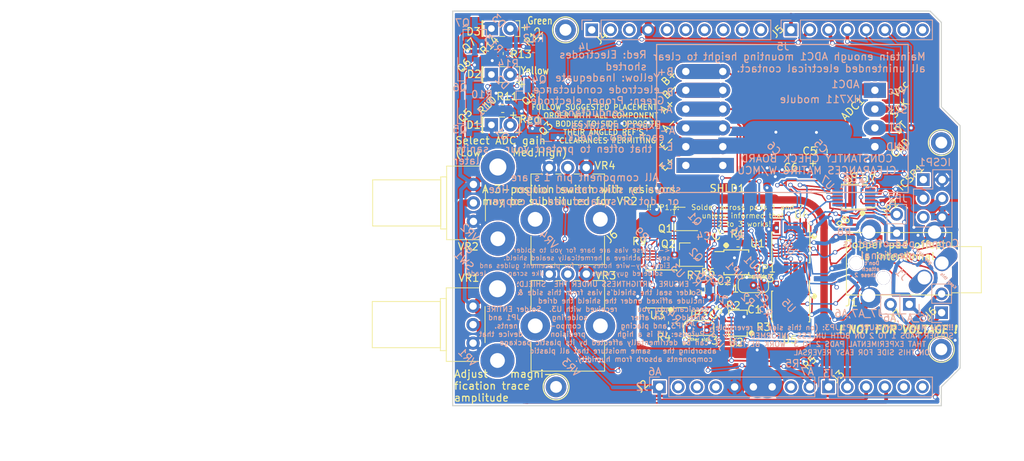
<source format=kicad_pcb>
(kicad_pcb (version 20171130) (host pcbnew 5.1.2-f72e74a~84~ubuntu16.04.1)
  (layers (0 F.Cu signal) (31 B.Cu signal) (34 B.Paste user) (35 F.Paste user) (36 B.SilkS user) (37 F.SilkS user) (38 B.Mask user) (39 F.Mask user) (44 Edge.Cuts user))
  (net 0 "")
  (net 1 /A0)
  (net 2 /A1)
  (net 3 GNDA)
  (net 4 "Net-(ADC1-PadEplus)")
  (net 5 GNDD)
  (net 6 /2)
  (net 7 +5V)
  (net 8 "/3(**)")
  (net 9 "Net-(D1-Pad1)")
  (net 10 "Net-(D1-Pad2)")
  (net 11 "Net-(D2-Pad1)")
  (net 12 "Net-(D3-Pad1)")
  (net 13 "Net-(D3-Pad2)")
  (net 14 "/MOSI(1)")
  (net 15 "/SCK(1)")
  (net 16 /A3)
  (net 17 /A2)
  (net 18 /4)
  (net 19 "/5(**)")
  (net 20 "/6(**)")
  (net 21 /7)
  (net 22 "Net-(JP1-Pad2)")
  (net 23 "Net-(C1-Pad1)")
  (net 24 "Net-(C2-Pad1)")
  (net 25 "Net-(Q1-Pad2)")
  (net 26 "Net-(Q1-Pad1)")
  (net 27 "Net-(Q2-Pad1)")
  (net 28 "Net-(U4-Pad1)")
  (net 29 "Net-(C1-Pad2)")
  (net 30 "Net-(Q3-Pad3)")
  (net 31 "Net-(Q3-Pad2)")
  (net 32 "Net-(Q7-Pad2)")
  (net 33 "Net-(R3-Pad2)")
  (net 34 "Net-(U5-Pad1)")
  (net 35 "Net-(U6-Pad8)")
  (net 36 /1st_stage_guard_trace)
  (net 37 "Net-(C2-Pad2)")
  (net 38 "Net-(JP2-Pad2)")
  (net 39 "Net-(JP2-Pad1)")
  (net 40 "Net-(R6-Pad1)")
  (net 41 "Net-(R8-Pad1)")
  (net 42 /2nd_stage_guard_trace)
  (net 43 /3rd_stage_guard_trace)
  (net 44 "Net-(J1-PadS)")
  (net 45 /A6)
  (net 46 /A7)
  (module multipackage:Masach_Tech_MS26320_26x19.50mm (layer F.Cu) (at 146.11 115.23)
    (fp_text reference SHLD1 (at 0.37 -11.75) (layer F.SilkS))
    (fp_text value Device_RF_Shield_Two_Pieces)
    (pad 1 smd custom (at 13.45 0 90) (size 12.9 1) (layers F.Cu F.Mask) (net 5 GNDD) (options (clearance outline) (anchor rect)) (primitives))
    (pad 1 smd custom (at -13.45 0 90) (size 12.9 1) (layers F.Cu F.Mask) (net 5 GNDD) (options (clearance outline) (anchor rect)) (primitives))
    (pad 1 smd custom (at 0 -10.2) (size 19.4 1) (layers F.Cu F.Mask) (net 5 GNDD) (options (clearance outline) (anchor rect)) (primitives (gr_arc (start 9.72 3.76) (end 13.47 3.76) (angle -90) (width 1)) (gr_arc (start -9.69 3.75) (end -9.69 0) (angle -90) (width 1))))
    (pad 1 smd custom (at 0 10.2) (size 19.4 1) (layers F.Cu F.Mask) (net 5 GNDD) (options (clearance outline) (anchor rect)) (primitives (gr_arc (start -9.7 -3.75) (end -13.45 -3.75) (angle -90) (width 1)) (gr_arc (start 9.7 -3.75) (end 9.7 0) (angle -90) (width 1))))
  )
  (module multipackage:ADL5315ACPZ-R7 (layer F.Cu) (at 147.92 121.69 180)
    (fp_text reference U2 (at 0.25 -2.57 180) (layer F.SilkS))
    (fp_text value ADL5315ACPZ-R7 hide)
    (pad 9 smd rect (at 0 0 180) (size 0.6096 1.8796) (layers F.Cu F.Mask))
    (pad 8 smd rect (at 1.0033 -0.750001 180) (size 0.8636 0.2032) (layers F.Cu F.Paste F.Mask) (net 26 "Net-(Q1-Pad1)"))
    (pad 7 smd rect (at 1.0033 -0.25 180) (size 0.8636 0.2032) (layers F.Cu F.Paste F.Mask))
    (pad 6 smd rect (at 1.0033 0.25 180) (size 0.8636 0.2032) (layers F.Cu F.Paste F.Mask) (net 7 +5V))
    (pad 5 smd rect (at 1.0033 0.750001 180) (size 0.8636 0.2032) (layers F.Cu F.Paste F.Mask) (net 31 "Net-(Q3-Pad2)"))
    (pad 4 smd rect (at -1.0033 0.750001 180) (size 0.8636 0.2032) (layers F.Cu F.Paste F.Mask) (net 3 GNDA))
    (pad 3 smd rect (at -1.0033 0.25 180) (size 0.8636 0.2032) (layers F.Cu F.Paste F.Mask) (net 24 "Net-(C2-Pad1)"))
    (pad 2 smd rect (at -1.0033 -0.25 180) (size 0.8636 0.2032) (layers F.Cu F.Paste F.Mask) (net 24 "Net-(C2-Pad1)"))
    (pad 1 smd rect (at -1.0033 -0.750001 180) (size 0.8636 0.2032) (layers F.Cu F.Paste F.Mask) (net 33 "Net-(R3-Pad2)"))
  )
  (module "multipackage:HX711 module" (layer B.Cu) (at 153.93 94.02 90)
    (fp_text reference ADC1 (at 4.62 8.51) (layer B.SilkS) (effects (justify mirror)))
    (fp_text value "HX711 module" (at 2.59 5.16) (layer B.SilkS) (effects (justify mirror)))
    (fp_text user GND (at -3.83 15.53 unlocked) (layer B.SilkS) (effects (justify mirror)))
    (fp_text user DT (at -1.27 15.24 unlocked) (layer B.SilkS) (effects (justify mirror)))
    (fp_text user SCK (at 1.18 15.45 unlocked) (layer B.SilkS) (effects (justify mirror)))
    (fp_text user Vcc (at 3.76 15.54 unlocked) (layer B.SilkS) (effects (justify mirror)))
    (fp_text user E+ (at -6.31 -15.81 unlocked) (layer B.SilkS) (effects (justify mirror)))
    (fp_text user E- (at -3.82 -15.81 unlocked) (layer B.SilkS) (effects (justify mirror)))
    (fp_text user A- (at -1.64 -15.53 unlocked) (layer B.SilkS) (effects (justify mirror)))
    (fp_text user A+ (at 1.24 -15.9 unlocked) (layer B.SilkS) (effects (justify mirror)))
    (fp_text user B+ (at 6.31 -15.81 unlocked) (layer B.SilkS) (effects (justify mirror)))
    (fp_text user B- (at 3.55 -15.81 unlocked) (layer B.SilkS) (effects (justify mirror)))
    (pad SCK thru_hole oval (at 1.27 12.5 90) (size 2.032 3) (drill 1) (layers *.Cu *.Mask) (net 8 "/3(**)"))
    (pad VCC thru_hole custom (at 3.81 12.5 90) (size 2.032 3) (drill 1) (layers *.Cu *.Mask) (net 7 +5V) (options (clearance outline) (anchor rect)) (primitives (gr_arc (start 0 0.4) (end -0.7 0.4) (angle -180) (width 0.7)) (gr_arc (start 0 -0.4) (end 0.7 -0.4) (angle -180) (width 0.7))))
    (pad DT thru_hole oval (at -1.27 12.5 90) (size 2.032 3) (drill 1) (layers *.Cu *.Mask) (net 6 /2))
    (pad GND thru_hole oval (at -3.81 12.5 90) (size 2.032 3) (drill 1) (layers *.Cu *.Mask) (net 5 GNDD))
    (pad Aplus thru_hole custom (at 1.27 -13.054 90) (size 2.032 2.032) (drill 1) (layers *.Cu *.Mask) (net 1 /A0) (options (clearance outline) (anchor circle)) (primitives (gr_poly (pts (xy -1.016 0) (xy -1.016 4.6101) (xy 1.016 4.6101) (xy 1.016 0)) (width 0)) (gr_arc (start 0 -0.3175) (end -0.6858 -0.3175) (angle 180) (width 0.635))))
    (pad Bminus thru_hole custom (at 3.81 -13.054 90) (size 2.032 2.032) (drill 1) (layers *.Cu *.Mask) (net 2 /A1) (options (clearance outline) (anchor circle)) (primitives (gr_poly (pts (xy -1.016 0) (xy -1.016 4.6101) (xy 1.016 4.6101) (xy 1.016 0)) (width 0)) (gr_arc (start 0 -0.3175) (end -0.6858 -0.3175) (angle 180) (width 0.635))))
    (pad Bplus thru_hole custom (at 6.35 -13.054 90) (size 2.032 2.032) (drill 1) (layers *.Cu *.Mask) (net 1 /A0) (options (clearance outline) (anchor circle)) (primitives (gr_poly (pts (xy -1.016 0) (xy -1.016 4.6101) (xy 1.016 4.6101) (xy 1.016 0)) (width 0)) (gr_arc (start 0 -0.3175) (end -0.6858 -0.3175) (angle 180) (width 0.635))))
    (pad GNDA thru_hole custom (at -3.81 -13.054 90) (size 2.032 2.032) (drill 1) (layers *.Cu *.Mask) (net 3 GNDA) (options (clearance outline) (anchor circle)) (primitives (gr_poly (pts (xy -1 0) (xy -1 4.6101) (xy 1 4.6101) (xy 1 0)) (width 0)) (gr_arc (start 0 -0.3175) (end -0.6858 -0.3175) (angle 180) (width 0.635))))
    (pad Eplus thru_hole custom (at -6.35 -13.054 90) (size 2.032 2.54) (drill 1) (layers *.Cu *.Mask) (net 4 "Net-(ADC1-PadEplus)") (options (clearance outline) (anchor rect)) (primitives (gr_poly (pts (xy -1.016 0) (xy -1.016 4.6101) (xy 1.016 4.6101) (xy 1.016 0)) (width 0))))
    (pad Eplus thru_hole custom (at -6.35 -8.054 90) (size 2.032 3) (drill 1) (layers *.Cu *.Mask) (net 4 "Net-(ADC1-PadEplus)") (options (clearance outline) (anchor rect)) (primitives))
    (pad GNDA thru_hole custom (at -3.81 -8.054 90) (size 2.032 2.032) (drill 1) (layers *.Cu *.Mask) (net 3 GNDA) (options (clearance outline) (anchor circle)) (primitives))
    (pad Aminus thru_hole circle (at -1.27 -8.054 90) (size 2.032 2.032) (drill 1) (layers *.Cu *.Mask) (net 2 /A1))
    (pad Aplus thru_hole custom (at 1.27 -8.054 90) (size 2.032 2.032) (drill 1) (layers *.Cu *.Mask) (net 1 /A0) (options (clearance outline) (anchor circle)) (primitives))
    (pad Bminus thru_hole custom (at 3.81 -8.054 90) (size 2.032 2.032) (drill 1) (layers *.Cu *.Mask) (net 2 /A1) (options (clearance outline) (anchor circle)) (primitives))
    (pad Aminus thru_hole custom (at -1.28778 -13.054 90) (size 2.032 2.032) (drill 1) (layers *.Cu *.Mask) (net 2 /A1) (options (clearance outline) (anchor circle)) (primitives (gr_poly (pts (xy -1.016 0) (xy -1.016 4.6101) (xy 1.016 4.6101) (xy 1.016 0)) (width 0)) (gr_arc (start 0 -0.3175) (end -0.6858 -0.3175) (angle 180) (width 0.635))))
    (pad Bplus thru_hole custom (at 6.35 -8.054 90) (size 2.032 2.032) (drill 1) (layers *.Cu *.Mask) (net 1 /A0) (options (clearance outline) (anchor circle)) (primitives))
  )
  (module multipackage:NetTie-2_THT_Pad1.0mm (layer B.Cu) (at 166.43 97.83 180)
    (fp_text reference NT1)
    (fp_text value Net-Tie_2)
    (fp_poly (pts (xy 3.01 -0.65) (xy 0.41 -0.65) (xy 0.41 0.65) (xy 3.01 0.65)) (layer B.Cu) (width 0))
    (pad 2 thru_hole oval (at 0 0 270) (size 2.032 3) (drill 1) (layers *.Cu) (net 5 GNDD))
  )
  (module Connector_PinHeader_2.54mm:PinHeader_1x02_P2.54mm_Vertical (layer B.Cu) (at 171.08 119.14 90)
    (fp_text reference J7_A7,A6 (at -1.24 -6.83) (layer B.SilkS) (effects (justify mirror)))
    (fp_text value Conn_01x02_Female)
    (pad 2 thru_hole oval (at 0 -2.54 90) (size 1.7 1.7) (drill 1) (layers *.Cu *.Mask) (net 45 /A6))
    (pad 1 thru_hole rect (at 0 0 90) (size 1.7 1.7) (drill 1) (layers *.Cu *.Mask) (net 46 /A7))
  )
  (module Connector_PinHeader_2.54mm:PinHeader_1x02_P2.54mm_Vertical (layer B.Cu) (at 175.45 120.27)
    (fp_text reference J6_A7,A6 (at -4.64 0.7) (layer B.SilkS) (effects (justify mirror)))
    (fp_text value Conn_01x02_gender_unknown)
    (pad 2 thru_hole oval (at 0 -2.54) (size 1.7 1.7) (drill 1) (layers *.Cu *.Mask) (net 46 /A7))
    (pad 1 thru_hole rect (at 0 0) (size 1.7 1.7) (drill 1) (layers *.Cu *.Mask) (net 45 /A6))
  )
  (module Connector_PinHeader_2.54mm:PinHeader_1x09_P2.54mm_Vertical (layer B.Cu) (at 137.31 130.3 270)
    (fp_text reference J2 (at 0 2.33) (layer B.SilkS) (effects (justify mirror)))
    (fp_text value Power)
    (pad 9 thru_hole oval (at 0 -20.32 270) (size 1.7 1.7) (drill 1) (layers *.Cu *.Mask) (net 46 /A7))
    (pad 8 thru_hole oval (at 0 -17.78 270) (size 1.7 1.7) (drill 1) (layers *.Cu *.Mask))
    (pad 7 thru_hole oval (at 0 -15.24 270) (size 1.7 1.7) (drill 1) (layers *.Cu *.Mask) (net 5 GNDD))
    (pad 6 thru_hole oval (at 0 -12.7 270) (size 1.7 1.7) (drill 1) (layers *.Cu *.Mask) (net 5 GNDD))
    (pad 5 thru_hole oval (at 0 -10.16 270) (size 1.7 1.7) (drill 1) (layers *.Cu *.Mask) (net 7 +5V))
    (pad 4 thru_hole oval (at 0 -7.62 270) (size 1.7 1.7) (drill 1) (layers *.Cu *.Mask))
    (pad 3 thru_hole oval (at 0 -5.08 270) (size 1.7 1.7) (drill 1) (layers *.Cu *.Mask))
    (pad 2 thru_hole oval (at 0 -2.54 270) (size 1.7 1.7) (drill 1) (layers *.Cu *.Mask))
    (pad 1 thru_hole rect (at 0 0 270) (size 1.7 1.7) (drill 1) (layers *.Cu *.Mask) (net 45 /A6))
  )
  (module Capacitor_SMD:C_0402_1005Metric (layer F.Cu) (at 153.92 100.61 270)
    (fp_text reference C6 (at 0 -1.17 180) (layer F.SilkS))
    (fp_text value "0.1 µF")
    (pad 2 smd roundrect (at 0.485 0 270) (size 0.59 0.64) (layers F.Cu F.Paste F.Mask) (net 7 +5V))
    (pad 1 smd roundrect (at -0.485 0 270) (size 0.59 0.64) (layers F.Cu F.Paste F.Mask) (net 3 GNDA))
  )
  (module Capacitor_SMD:C_0402_1005Metric (layer B.Cu) (at 144.91 110.16 180)
    (fp_text reference C4 (at 1.64 0.24) (layer B.SilkS) (effects (justify mirror)))
    (fp_text value "0.1 µF")
    (pad 2 smd roundrect (at 0.485 0 180) (size 0.59 0.64) (layers B.Cu B.Paste B.Mask) (net 3 GNDA))
    (pad 1 smd roundrect (at -0.485 0 180) (size 0.59 0.64) (layers B.Cu B.Paste B.Mask) (net 7 +5V))
  )
  (module Capacitor_SMD:C_0805_2012Metric (layer F.Cu) (at 159.27 98.42 90)
    (fp_text reference C5 (at 0 -1.65 180) (layer F.SilkS))
    (fp_text value "2.2 µF")
    (pad 2 smd roundrect (at 0.9375 0 90) (size 0.975 1.4) (layers F.Cu F.Paste F.Mask) (net 3 GNDA))
    (pad 1 smd roundrect (at -0.9375 0 90) (size 0.975 1.4) (layers F.Cu F.Paste F.Mask) (net 7 +5V))
  )
  (module Capacitor_SMD:C_0805_2012Metric (layer B.Cu) (at 144.91 117.13 180)
    (fp_text reference C3 (at -0.18 1.37) (layer B.SilkS) (effects (justify mirror)))
    (fp_text value "2.2 µF")
    (pad 2 smd roundrect (at 0.9375 0 180) (size 0.975 1.4) (layers B.Cu B.Paste B.Mask) (net 3 GNDA))
    (pad 1 smd roundrect (at -0.9375 0 180) (size 0.975 1.4) (layers B.Cu B.Paste B.Mask) (net 7 +5V))
  )
  (module Resistor_SMD:R_0603_1608Metric (layer B.Cu) (at 116.86 85.18)
    (fp_text reference R14 (at 0 1.43) (layer B.SilkS) (effects (justify mirror)))
    (fp_text value "470 Ω")
    (pad 2 smd roundrect (at 0.7875 0) (size 0.875 0.95) (layers B.Cu B.Paste B.Mask) (net 13 "Net-(D3-Pad2)"))
    (pad 1 smd roundrect (at -0.7875 0) (size 0.875 0.95) (layers B.Cu B.Paste B.Mask) (net 7 +5V))
  )
  (module Resistor_SMD:R_0603_1608Metric (layer F.Cu) (at 116.13 92.7)
    (fp_text reference R11 (at 0.61 -1.66) (layer F.SilkS))
    (fp_text value "470 Ω")
    (pad 2 smd roundrect (at 0.7875 0) (size 0.875 0.95) (layers F.Cu F.Paste F.Mask) (net 10 "Net-(D1-Pad2)"))
    (pad 1 smd roundrect (at -0.7875 0) (size 0.875 0.95) (layers F.Cu F.Paste F.Mask) (net 7 +5V))
  )
  (module Resistor_SMD:R_0603_1608Metric (layer F.Cu) (at 116.71 85.24 270)
    (fp_text reference R13 (at 0.1 -1.9 180) (layer F.SilkS))
    (fp_text value "1 MΩ")
    (pad 2 smd roundrect (at 0.7875 0 270) (size 0.875 0.95) (layers F.Cu F.Paste F.Mask) (net 10 "Net-(D1-Pad2)"))
    (pad 1 smd roundrect (at -0.7875 0 270) (size 0.875 0.95) (layers F.Cu F.Paste F.Mask) (net 32 "Net-(Q7-Pad2)"))
  )
  (module Resistor_SMD:R_0603_1608Metric (layer B.Cu) (at 120.29 84.61 180)
    (fp_text reference R12 (at 0 1.43) (layer B.SilkS) (effects (justify mirror)))
    (fp_text value "1 MΩ")
    (pad 2 smd roundrect (at 0.7875 0 180) (size 0.875 0.95) (layers B.Cu B.Paste B.Mask) (net 32 "Net-(Q7-Pad2)"))
    (pad 1 smd roundrect (at -0.7875 0 180) (size 0.875 0.95) (layers B.Cu B.Paste B.Mask) (net 5 GNDD))
  )
  (module Resistor_SMD:R_0603_1608Metric (layer B.Cu) (at 116.07 91.58)
    (fp_text reference R10 (at -2.75 -0.8) (layer B.SilkS) (effects (justify mirror)))
    (fp_text value "1 MΩ")
    (pad 2 smd roundrect (at 0.7875 0) (size 0.875 0.95) (layers B.Cu B.Paste B.Mask) (net 30 "Net-(Q3-Pad3)"))
    (pad 1 smd roundrect (at -0.7875 0) (size 0.875 0.95) (layers B.Cu B.Paste B.Mask) (net 7 +5V))
  )
  (module Resistor_SMD:R_0603_1608Metric (layer F.Cu) (at 134.57 112.52 270)
    (fp_text reference R9 (at -1.89 -0.03 180) (layer F.SilkS))
    (fp_text value "27 Ω")
    (pad 2 smd roundrect (at 0.7875 0 270) (size 0.875 0.95) (layers F.Cu F.Paste F.Mask) (net 1 /A0))
    (pad 1 smd roundrect (at -0.7875 0 270) (size 0.875 0.95) (layers F.Cu F.Paste F.Mask) (net 43 /3rd_stage_guard_trace))
  )
  (module Resistor_SMD:R_0603_1608Metric (layer B.Cu) (at 162.23 108.02)
    (fp_text reference R8 (at 0.05 1.34 180) (layer B.SilkS) (effects (justify mirror)))
    (fp_text value "100 Ω")
    (pad 2 smd roundrect (at 0.7875 0) (size 0.875 0.95) (layers B.Cu B.Paste B.Mask) (net 39 "Net-(JP2-Pad1)"))
    (pad 1 smd roundrect (at -0.7875 0) (size 0.875 0.95) (layers B.Cu B.Paste B.Mask) (net 41 "Net-(R8-Pad1)"))
  )
  (module Resistor_SMD:R_0603_1608Metric (layer B.Cu) (at 157.7225 126.89)
    (fp_text reference R5 (at -2.4725 0.26) (layer B.SilkS) (effects (justify mirror)))
    (fp_text value "10 KΩ")
    (pad 2 smd roundrect (at 0.7875 0) (size 0.875 0.95) (layers B.Cu B.Paste B.Mask) (net 7 +5V))
    (pad 1 smd roundrect (at -0.7875 0) (size 0.875 0.95) (layers B.Cu B.Paste B.Mask) (net 31 "Net-(Q3-Pad2)"))
  )
  (module multipackage:Potentiometer_Bourns_PTV09A-1_Single_Vertical (layer F.Cu) (at 122.42 100.65 270)
    (fp_text reference VR4 (at -0.26 -7.54 180) (layer F.SilkS))
    (fp_text value "200 KΩ")
    (pad 1 thru_hole circle (at 0 -5 270) (size 1.8 1.8) (drill 1) (layers *.Cu *.Mask) (net 5 GNDD))
    (pad 2 thru_hole circle (at 0 -2.5 270) (size 1.8 1.8) (drill 1) (layers *.Cu *.Mask) (net 46 /A7))
    (pad 3 thru_hole circle (at 0 0 270) (size 1.8 1.8) (drill 1) (layers *.Cu *.Mask) (net 7 +5V))
    (pad "" np_thru_hole circle (at 7 -6.9 270) (size 4 4) (drill 2) (layers *.Cu *.Mask))
    (pad "" np_thru_hole circle (at 7 1.9 270) (size 4 4) (drill 2) (layers *.Cu *.Mask))
  )
  (module multipackage:Potentiometer_Bourns_PTV09A-1_Single_Vertical (layer F.Cu) (at 122.43 115.05 270)
    (fp_text reference VR3 (at 0.21 -7.63 180) (layer F.SilkS))
    (fp_text value "200 KΩ")
    (pad 1 thru_hole circle (at 0 -5 270) (size 1.8 1.8) (drill 1) (layers *.Cu *.Mask) (net 5 GNDD))
    (pad 2 thru_hole circle (at 0 -2.5 270) (size 1.8 1.8) (drill 1) (layers *.Cu *.Mask) (net 45 /A6))
    (pad 3 thru_hole circle (at 0 0 270) (size 1.8 1.8) (drill 1) (layers *.Cu *.Mask) (net 7 +5V))
    (pad "" np_thru_hole circle (at 7 -6.9 270) (size 4 4) (drill 2) (layers *.Cu *.Mask))
    (pad "" np_thru_hole circle (at 7 1.9 270) (size 4 4) (drill 2) (layers *.Cu *.Mask))
  )
  (module multipackage:Jack_3.5mm_CUI_SJ1-3534NS_Horizontal_CircularHoles (layer F.Cu) (at 175.5 113.56 270)
    (fp_text reference J1 (at 5.34 12.24 180) (layer F.SilkS))
    (fp_text value Conn_3.5mm)
    (pad G thru_hole oval (at 4.39 9.9 315) (size 2.799999 2.799999) (drill 1.8 (offset 0.4 0)) (layers *.Cu *.Mask) (net 5 GNDD))
    (pad G thru_hole oval (at -4.19 9.9 45) (size 2.799999 2.799999) (drill 1.8 (offset 0.4 0)) (layers *.Cu *.Mask) (net 5 GNDD))
    (pad G thru_hole circle (at -4.19 1 270) (size 2.799999 2.799999) (drill 1.8) (layers *.Cu *.Mask) (net 5 GNDD))
    (pad TN thru_hole circle (at 2 7.9 270) (size 1.81 1.81) (drill 1.8) (layers *.Cu *.Mask))
    (pad T thru_hole oval (at 2 2.4 225) (size 3.6 2.2) (drill 1.8 (offset 0.7 0)) (layers *.Cu *.Mask) (net 23 "Net-(C1-Pad1)"))
    (pad S thru_hole oval (at 0 0 225) (size 3.6 2.2) (drill 1.8 (offset -0.7 0)) (layers *.Cu *.Mask) (net 44 "Net-(J1-PadS)"))
    (pad R thru_hole circle (at 0 11.6 270) (size 1.81 1.81) (drill 1.8) (layers *.Cu *.Mask))
  )
  (module Resistor_SMD:R_0603_1608Metric (layer F.Cu) (at 147.93 110.87)
    (fp_text reference R1 (at -0.06 -1.24) (layer F.SilkS))
    (fp_text value "100 Ω")
    (pad 2 smd roundrect (at 0.7875 0) (size 0.875 0.95) (layers F.Cu F.Paste F.Mask) (net 44 "Net-(J1-PadS)"))
    (pad 1 smd roundrect (at -0.7875 0) (size 0.875 0.95) (layers F.Cu F.Paste F.Mask) (net 3 GNDA))
  )
  (module multipackage:Potentiometer_Bourns_PTV09A-2_Single_Horizontal (layer F.Cu) (at 112.17 105.43 180)
    (fp_text reference VR2 (at 0.7 -5.92) (layer F.SilkS))
    (fp_text value "200 KΩ")
    (pad 3 thru_hole circle (at 0 -2.5 180) (size 1.8 1.8) (drill 1) (layers *.Cu *.Mask) (net 7 +5V))
    (pad 2 thru_hole circle (at 0 0 180) (size 1.8 1.8) (drill 1) (layers *.Cu *.Mask) (net 16 /A3))
    (pad 1 thru_hole circle (at 0 2.5 180) (size 1.8 1.8) (drill 1) (layers *.Cu *.Mask) (net 5 GNDD))
    (pad "" thru_hole circle (at -3.3 -4.85 180) (size 4.600001 4.600001) (drill 2) (layers *.Cu *.Mask))
    (pad "" thru_hole circle (at -3.3 4.85 180) (size 4.6 4.6) (drill 2.3) (layers *.Cu *.Mask))
  )
  (module Package_SO:SOIC-8_3.9x4.9mm_P1.27mm (layer F.Cu) (at 155.06 119.43 270)
    (fp_text reference U5 (at 4.48 0.13 180) (layer F.SilkS))
    (fp_text value LM334M)
    (pad 8 smd rect (at 2.7 -1.905 270) (size 1.55 0.6) (layers F.Cu F.Paste F.Mask))
    (pad 7 smd rect (at 2.7 -0.635 270) (size 1.55 0.6) (layers F.Cu F.Paste F.Mask))
    (pad 6 smd rect (at 2.7 0.635 270) (size 1.55 0.6) (layers F.Cu F.Paste F.Mask))
    (pad 5 smd rect (at 2.7 1.905 270) (size 1.55 0.6) (layers F.Cu F.Paste F.Mask))
    (pad 4 smd rect (at -2.7 1.905 270) (size 1.55 0.6) (layers F.Cu F.Paste F.Mask) (net 7 +5V))
    (pad 3 smd rect (at -2.7 0.635 270) (size 1.55 0.6) (layers F.Cu F.Paste F.Mask) (net 38 "Net-(JP2-Pad2)"))
    (pad 2 smd rect (at -2.7 -0.635 270) (size 1.55 0.6) (layers F.Cu F.Paste F.Mask) (net 38 "Net-(JP2-Pad2)"))
    (pad 1 smd rect (at -2.7 -1.905 270) (size 1.55 0.6) (layers F.Cu F.Paste F.Mask) (net 34 "Net-(U5-Pad1)"))
  )
  (module Package_SO:SOIC-8_3.9x4.9mm_P1.27mm (layer F.Cu) (at 155.07 111.45 270)
    (fp_text reference U4 (at -4.36 -1.43 180) (layer F.SilkS))
    (fp_text value LM334M)
    (pad 8 smd rect (at 2.7 -1.905 270) (size 1.55 0.6) (layers F.Cu F.Paste F.Mask))
    (pad 7 smd rect (at 2.7 -0.635 270) (size 1.55 0.6) (layers F.Cu F.Paste F.Mask))
    (pad 6 smd rect (at 2.7 0.635 270) (size 1.55 0.6) (layers F.Cu F.Paste F.Mask))
    (pad 5 smd rect (at 2.7 1.905 270) (size 1.55 0.6) (layers F.Cu F.Paste F.Mask))
    (pad 4 smd rect (at -2.7 1.905 270) (size 1.55 0.6) (layers F.Cu F.Paste F.Mask) (net 7 +5V))
    (pad 3 smd rect (at -2.7 0.635 270) (size 1.55 0.6) (layers F.Cu F.Paste F.Mask) (net 25 "Net-(Q1-Pad2)"))
    (pad 2 smd rect (at -2.7 -0.635 270) (size 1.55 0.6) (layers F.Cu F.Paste F.Mask) (net 25 "Net-(Q1-Pad2)"))
    (pad 1 smd rect (at -2.7 -1.905 270) (size 1.55 0.6) (layers F.Cu F.Paste F.Mask) (net 28 "Net-(U4-Pad1)"))
  )
  (module multipackage:Potentiometer_Bourns_PTV09A-2_Single_Horizontal (layer F.Cu) (at 112.12 121.88 180)
    (fp_text reference VR1 (at 0.57 6.3) (layer F.SilkS))
    (fp_text value "200 KΩ")
    (pad 3 thru_hole circle (at 0 -2.5 180) (size 1.8 1.8) (drill 1) (layers *.Cu *.Mask) (net 7 +5V))
    (pad 2 thru_hole circle (at 0 0 180) (size 1.8 1.8) (drill 1) (layers *.Cu *.Mask) (net 17 /A2))
    (pad 1 thru_hole circle (at 0 2.5 180) (size 1.8 1.8) (drill 1) (layers *.Cu *.Mask) (net 5 GNDD))
    (pad "" thru_hole circle (at -3.3 -4.85 180) (size 4.600001 4.600001) (drill 2) (layers *.Cu *.Mask))
    (pad "" thru_hole circle (at -3.3 4.85 180) (size 4.6 4.6) (drill 2.3) (layers *.Cu *.Mask))
  )
  (module Package_SO:SOIC-8_3.9x4.9mm_P1.27mm (layer F.Cu) (at 137.58 117.07 180)
    (fp_text reference U3 (at 0.56 -3.54 180) (layer F.SilkS))
    (fp_text value REF200AU)
    (pad 1 smd rect (at -2.7 -1.905 180) (size 1.55 0.6) (layers F.Cu F.Paste F.Mask) (net 42 /2nd_stage_guard_trace))
    (pad 2 smd rect (at -2.7 -0.635 180) (size 1.55 0.6) (layers F.Cu F.Paste F.Mask) (net 40 "Net-(R6-Pad1)"))
    (pad 3 smd rect (at -2.7 0.635 180) (size 1.55 0.6) (layers F.Cu F.Paste F.Mask) (net 3 GNDA))
    (pad 4 smd rect (at -2.7 1.905 180) (size 1.55 0.6) (layers F.Cu F.Paste F.Mask) (net 27 "Net-(Q2-Pad1)"))
    (pad 5 smd rect (at 2.7 1.905 180) (size 1.55 0.6) (layers F.Cu F.Paste F.Mask) (net 26 "Net-(Q1-Pad1)"))
    (pad 6 smd rect (at 2.7 0.635 180) (size 1.55 0.6) (layers F.Cu F.Paste F.Mask))
    (pad 7 smd rect (at 2.7 -0.635 180) (size 1.55 0.6) (layers F.Cu F.Paste F.Mask) (net 7 +5V))
    (pad 8 smd rect (at 2.7 -1.905 180) (size 1.55 0.6) (layers F.Cu F.Paste F.Mask) (net 7 +5V))
  )
  (module Jumper:SolderJumper-3_P1.3mm_Open_RoundedPad1.0x1.5mm_NumberLabels (layer F.Cu) (at 142.63 122.34)
    (fp_text reference JP3 (at -0.11 -1.86) (layer F.SilkS))
    (fp_text value C2_bias_reducer)
    (fp_text user 1 (at -1.86 1.67) (layer F.SilkS))
    (fp_text user 3 (at 2.15 1.72) (layer F.SilkS))
    (pad 2 smd rect (at 0 0) (size 1 1.5) (layers F.Cu F.Mask) (net 37 "Net-(C2-Pad2)"))
    (pad 3 smd custom (at 1.3 0) (size 1 0.5) (layers F.Cu F.Mask) (net 36 /1st_stage_guard_trace) (options (clearance outline) (anchor rect)) (primitives (gr_circle (center 0 0.25) (end 0.5 0.25) (width 0)) (gr_circle (center 0 -0.25) (end 0.5 -0.25) (width 0)) (gr_poly (pts (xy -0.55 -0.75) (xy 0 -0.75) (xy 0 0.75) (xy -0.55 0.75)) (width 0))))
    (pad 1 smd custom (at -1.3 0) (size 1 0.5) (layers F.Cu F.Mask) (net 3 GNDA) (options (clearance outline) (anchor rect)) (primitives (gr_circle (center 0 0.25) (end 0.5 0.25) (width 0)) (gr_circle (center 0 -0.25) (end 0.5 -0.25) (width 0)) (gr_poly (pts (xy 0.55 -0.75) (xy 0 -0.75) (xy 0 0.75) (xy 0.55 0.75)) (width 0))))
  )
  (module Jumper:SolderJumper-3_P1.3mm_Open_RoundedPad1.0x1.5mm_NumberLabels (layer F.Cu) (at 150.01 116.56)
    (fp_text reference JP1 (at 1.68 -2.24) (layer F.SilkS))
    (fp_text value C1_leak_mitigator)
    (fp_text user 1 (at -2.41 0.47) (layer F.SilkS))
    (fp_text user 3 (at 2.34 -0.92) (layer F.SilkS))
    (pad 2 smd rect (at 0 0) (size 1 1.5) (layers F.Cu F.Mask) (net 22 "Net-(JP1-Pad2)"))
    (pad 3 smd custom (at 1.3 0) (size 1 0.5) (layers F.Cu F.Mask) (net 36 /1st_stage_guard_trace) (options (clearance outline) (anchor rect)) (primitives (gr_circle (center 0 0.25) (end 0.5 0.25) (width 0)) (gr_circle (center 0 -0.25) (end 0.5 -0.25) (width 0)) (gr_poly (pts (xy -0.55 -0.75) (xy 0 -0.75) (xy 0 0.75) (xy -0.55 0.75)) (width 0))))
    (pad 1 smd custom (at -1.3 0) (size 1 0.5) (layers F.Cu F.Mask) (net 3 GNDA) (options (clearance outline) (anchor rect)) (primitives (gr_circle (center 0 0.25) (end 0.5 0.25) (width 0)) (gr_circle (center 0 -0.25) (end 0.5 -0.25) (width 0)) (gr_poly (pts (xy 0.55 -0.75) (xy 0 -0.75) (xy 0 0.75) (xy 0.55 0.75)) (width 0))))
  )
  (module Package_SO:MSOP-10_3x3mm_P0.5mm (layer F.Cu) (at 163.59 104.59 180)
    (fp_text reference U7 (at -1.97 2.49) (layer F.SilkS))
    (fp_text value MCP4262-104E_UN)
    (pad 10 smd rect (at 2.2 -1 180) (size 1.4 0.3) (layers F.Cu F.Paste F.Mask) (net 7 +5V))
    (pad 9 smd rect (at 2.2 -0.5 180) (size 1.4 0.3) (layers F.Cu F.Paste F.Mask))
    (pad 8 smd rect (at 2.2 0 180) (size 1.4 0.3) (layers F.Cu F.Paste F.Mask) (net 35 "Net-(U6-Pad8)"))
    (pad 7 smd rect (at 2.2 0.5 180) (size 1.4 0.3) (layers F.Cu F.Paste F.Mask) (net 25 "Net-(Q1-Pad2)"))
    (pad 6 smd rect (at 2.2 1 180) (size 1.4 0.3) (layers F.Cu F.Paste F.Mask) (net 34 "Net-(U5-Pad1)"))
    (pad 5 smd rect (at -2.2 1 180) (size 1.4 0.3) (layers F.Cu F.Paste F.Mask) (net 41 "Net-(R8-Pad1)"))
    (pad 4 smd rect (at -2.2 0.5 180) (size 1.4 0.3) (layers F.Cu F.Paste F.Mask) (net 5 GNDD))
    (pad 3 smd rect (at -2.2 0 180) (size 1.4 0.3) (layers F.Cu F.Paste F.Mask) (net 14 "/MOSI(1)"))
    (pad 2 smd rect (at -2.2 -0.5 180) (size 1.4 0.3) (layers F.Cu F.Paste F.Mask) (net 15 "/SCK(1)"))
    (pad 1 smd rect (at -2.2 -1 180) (size 1.4 0.3) (layers F.Cu F.Paste F.Mask) (net 19 "/5(**)"))
  )
  (module Package_TO_SOT_SMD:SOT-23_Handsoldering (layer B.Cu) (at 119.51 91.07 90)
    (fp_text reference Q4 (at 2.32 1.55) (layer B.SilkS) (effects (justify mirror)))
    (fp_text value DMN601K-7)
    (pad 3 smd rect (at 1.5 0 90) (size 1.9 0.8) (layers B.Cu B.Paste B.Mask) (net 9 "Net-(D1-Pad1)"))
    (pad 2 smd rect (at -1.5 -0.95 90) (size 1.9 0.8) (layers B.Cu B.Paste B.Mask) (net 30 "Net-(Q3-Pad3)"))
    (pad 1 smd rect (at -1.5 0.95 90) (size 1.9 0.8) (layers B.Cu B.Paste B.Mask) (net 5 GNDD))
  )
  (module Package_TO_SOT_SMD:SOT-23_Handsoldering (layer B.Cu) (at 122.05 95.53 180)
    (fp_text reference Q3 (at 1.7 1.19) (layer B.SilkS) (effects (justify mirror)))
    (fp_text value DMN601K-7)
    (pad 3 smd rect (at 1.5 0 180) (size 1.9 0.8) (layers B.Cu B.Paste B.Mask) (net 30 "Net-(Q3-Pad3)"))
    (pad 2 smd rect (at -1.5 -0.95 180) (size 1.9 0.8) (layers B.Cu B.Paste B.Mask) (net 31 "Net-(Q3-Pad2)"))
    (pad 1 smd rect (at -1.5 0.95 180) (size 1.9 0.8) (layers B.Cu B.Paste B.Mask) (net 5 GNDD))
  )
  (module Package_TO_SOT_SMD:SOT-23_Handsoldering (layer B.Cu) (at 112.35 82.75 90)
    (fp_text reference Q7 (at 1.66 -1.67) (layer B.SilkS) (effects (justify mirror)))
    (fp_text value DMN601K-7)
    (pad 3 smd rect (at 1.5 0 90) (size 1.9 0.8) (layers B.Cu B.Paste B.Mask) (net 12 "Net-(D3-Pad1)"))
    (pad 2 smd rect (at -1.5 -0.95 90) (size 1.9 0.8) (layers B.Cu B.Paste B.Mask) (net 32 "Net-(Q7-Pad2)"))
    (pad 1 smd rect (at -1.5 0.95 90) (size 1.9 0.8) (layers B.Cu B.Paste B.Mask) (net 5 GNDD))
  )
  (module Package_TO_SOT_SMD:SOT-23_Handsoldering (layer B.Cu) (at 111.63 88.18 270)
    (fp_text reference Q6 (at 1.65 1.28 180) (layer B.SilkS) (effects (justify mirror)))
    (fp_text value DMN601K-7)
    (pad 3 smd rect (at 1.5 0 270) (size 1.9 0.8) (layers B.Cu B.Paste B.Mask) (net 11 "Net-(D2-Pad1)"))
    (pad 2 smd rect (at -1.5 -0.95 270) (size 1.9 0.8) (layers B.Cu B.Paste B.Mask) (net 21 /7))
    (pad 1 smd rect (at -1.5 0.95 270) (size 1.9 0.8) (layers B.Cu B.Paste B.Mask) (net 5 GNDD))
  )
  (module Package_TO_SOT_SMD:SOT-23_Handsoldering (layer B.Cu) (at 111.6 93.95 270)
    (fp_text reference Q5 (at 1.55 1.25 180) (layer B.SilkS) (effects (justify mirror)))
    (fp_text value DMN601K-7)
    (pad 3 smd rect (at 1.5 0 270) (size 1.9 0.8) (layers B.Cu B.Paste B.Mask) (net 9 "Net-(D1-Pad1)"))
    (pad 2 smd rect (at -1.5 -0.95 270) (size 1.9 0.8) (layers B.Cu B.Paste B.Mask) (net 20 "/6(**)"))
    (pad 1 smd rect (at -1.5 0.95 270) (size 1.9 0.8) (layers B.Cu B.Paste B.Mask) (net 5 GNDD))
  )
  (module Resistor_SMD:R_0603_1608Metric (layer F.Cu) (at 139.04 121.65 270)
    (fp_text reference R4 (at 1.91 1.13 180) (layer F.SilkS))
    (fp_text value "10 KΩ")
    (pad 2 smd roundrect (at 0.7875 0 270) (size 0.875 0.95) (layers F.Cu F.Paste F.Mask) (net 3 GNDA))
    (pad 1 smd roundrect (at -0.7875 0 270) (size 0.875 0.95) (layers F.Cu F.Paste F.Mask) (net 42 /2nd_stage_guard_trace))
  )
  (module Resistor_SMD:R_0603_1608Metric (layer F.Cu) (at 151.47 119.99 270)
    (fp_text reference R3 (at 2.22 0.1 180) (layer F.SilkS))
    (fp_text value "100 Ω")
    (pad 2 smd roundrect (at 0.7875 0 270) (size 0.875 0.95) (layers F.Cu F.Paste F.Mask) (net 33 "Net-(R3-Pad2)"))
    (pad 1 smd roundrect (at -0.7875 0 270) (size 0.875 0.95) (layers F.Cu F.Paste F.Mask) (net 23 "Net-(C1-Pad1)"))
  )
  (module Resistor_SMD:R_0603_1608Metric (layer F.Cu) (at 149.16 118.54 180)
    (fp_text reference R2 (at 1.87 -0.77) (layer F.SilkS))
    (fp_text value "3.9 KΩ")
    (pad 2 smd roundrect (at 0.7875 0 180) (size 0.875 0.95) (layers F.Cu F.Paste F.Mask) (net 22 "Net-(JP1-Pad2)"))
    (pad 1 smd roundrect (at -0.7875 0 180) (size 0.875 0.95) (layers F.Cu F.Paste F.Mask) (net 29 "Net-(C1-Pad2)"))
  )
  (module multipackage:LED_Rectangular_W5.0mm_H2.0mm_yellow (layer F.Cu) (at 114.6 88.08)
    (fp_text reference D2 (at -2.34 -0.05 180) (layer F.SilkS))
    (fp_text value "Yellow: Inadequate electrode conductance")
    (pad 2 thru_hole circle (at 2.54 0) (size 1.8 1.8) (drill 0.9) (layers *.Cu *.Mask) (net 10 "Net-(D1-Pad2)"))
    (pad 1 thru_hole rect (at 0 0) (size 1.8 1.8) (drill 0.9) (layers *.Cu *.Mask) (net 11 "Net-(D2-Pad1)"))
  )
  (module multipackage:LED_Rectangular_W5.0mm_H2.0mm_green (layer F.Cu) (at 114.6 81.87)
    (fp_text reference D3 (at -2.41 0.41 180) (layer F.SilkS))
    (fp_text value "Green: Proper electrode conductance")
    (pad 1 thru_hole rect (at 0 0) (size 1.8 1.8) (drill 0.9) (layers *.Cu *.Mask) (net 12 "Net-(D3-Pad1)"))
    (pad 2 thru_hole circle (at 2.54 0) (size 1.8 1.8) (drill 0.9) (layers *.Cu *.Mask) (net 13 "Net-(D3-Pad2)"))
  )
  (module TestPoint:TestPoint_Keystone_5010-5014_Multipurpose (layer F.Cu) (at 124.61 82.04)
    (fp_text reference P3 hide)
    (fp_text value CONN_01X01)
    (pad 1 thru_hole circle (at 0 0) (size 2.8 2.8) (drill 1.6) (layers *.Cu *.Mask))
  )
  (module Connector_PinHeader_2.54mm:PinHeader_1x08_P2.54mm_Vertical (layer B.Cu) (at 155.09 82.04 270)
    (fp_text reference J5 (at 2.26 1.09) (layer B.SilkS) (effects (justify mirror)))
    (fp_text value Digital)
    (pad 1 thru_hole rect (at 0 0 270) (size 1.7 1.7) (drill 1) (layers *.Cu *.Mask) (net 21 /7))
    (pad 2 thru_hole oval (at 0 -2.54 270) (size 1.7 1.7) (drill 1) (layers *.Cu *.Mask) (net 20 "/6(**)"))
    (pad 3 thru_hole oval (at 0 -5.08 270) (size 1.7 1.7) (drill 1) (layers *.Cu *.Mask) (net 19 "/5(**)"))
    (pad 4 thru_hole oval (at 0 -7.62 270) (size 1.7 1.7) (drill 1) (layers *.Cu *.Mask) (net 18 /4))
    (pad 5 thru_hole oval (at 0 -10.16 270) (size 1.7 1.7) (drill 1) (layers *.Cu *.Mask) (net 8 "/3(**)"))
    (pad 6 thru_hole oval (at 0 -12.7 270) (size 1.7 1.7) (drill 1) (layers *.Cu *.Mask) (net 6 /2))
    (pad 7 thru_hole oval (at 0 -15.24 270) (size 1.7 1.7) (drill 1) (layers *.Cu *.Mask))
    (pad 8 thru_hole oval (at 0 -17.78 270) (size 1.7 1.7) (drill 1) (layers *.Cu *.Mask))
  )
  (module TestPoint:TestPoint_Keystone_5010-5014_Multipurpose (layer F.Cu) (at 175.41 97.28)
    (fp_text reference P4 hide)
    (fp_text value CONN_01X01)
    (pad 1 thru_hole circle (at 0 0) (size 2.8 2.8) (drill 1.6) (layers *.Cu *.Mask))
  )
  (module Connector_PinSocket_2.54mm:PinSocket_2x03_P2.54mm_Vertical (layer B.Cu) (at 172.98 102.28 180)
    (fp_text reference ICSP1 (at -1.55 2.33) (layer B.SilkS) (effects (justify mirror)))
    (fp_text value "ICSP Socket")
    (pad 1 thru_hole rect (at 0 0 180) (size 1.7 1.7) (drill 1) (layers *.Cu *.Mask))
    (pad 2 thru_hole oval (at -2.54 0 180) (size 1.7 1.7) (drill 1) (layers *.Cu *.Mask) (net 7 +5V))
    (pad 3 thru_hole oval (at 0 -2.54 180) (size 1.7 1.7) (drill 1) (layers *.Cu *.Mask) (net 15 "/SCK(1)"))
    (pad 4 thru_hole oval (at -2.54 -2.54 180) (size 1.7 1.7) (drill 1) (layers *.Cu *.Mask) (net 14 "/MOSI(1)"))
    (pad 5 thru_hole oval (at 0 -5.08 180) (size 1.7 1.7) (drill 1) (layers *.Cu *.Mask))
    (pad 6 thru_hole oval (at -2.54 -5.08 180) (size 1.7 1.7) (drill 1) (layers *.Cu *.Mask) (net 5 GNDD))
  )
  (module Connector_PinHeader_2.54mm:PinHeader_1x10_P2.54mm_Vertical (layer B.Cu) (at 128.166 82.04 270)
    (fp_text reference J4 (at 2.36 0.986) (layer B.SilkS) (effects (justify mirror)))
    (fp_text value Digital)
    (pad 1 thru_hole rect (at 0 0 270) (size 1.7 1.7) (drill 1) (layers *.Cu *.Mask))
    (pad 2 thru_hole oval (at 0 -2.54 270) (size 1.7 1.7) (drill 1) (layers *.Cu *.Mask))
    (pad 3 thru_hole oval (at 0 -5.08 270) (size 1.7 1.7) (drill 1) (layers *.Cu *.Mask))
    (pad 4 thru_hole oval (at 0 -7.62 270) (size 1.7 1.7) (drill 1) (layers *.Cu *.Mask) (net 5 GNDD))
    (pad 5 thru_hole oval (at 0 -10.16 270) (size 1.7 1.7) (drill 1) (layers *.Cu *.Mask))
    (pad 6 thru_hole oval (at 0 -12.7 270) (size 1.7 1.7) (drill 1) (layers *.Cu *.Mask))
    (pad 7 thru_hole oval (at 0 -15.24 270) (size 1.7 1.7) (drill 1) (layers *.Cu *.Mask))
    (pad 8 thru_hole oval (at 0 -17.78 270) (size 1.7 1.7) (drill 1) (layers *.Cu *.Mask))
    (pad 9 thru_hole oval (at 0 -20.32 270) (size 1.7 1.7) (drill 1) (layers *.Cu *.Mask))
    (pad 10 thru_hole oval (at 0 -22.86 270) (size 1.7 1.7) (drill 1) (layers *.Cu *.Mask))
  )
  (module TestPoint:TestPoint_Keystone_5010-5014_Multipurpose (layer F.Cu) (at 123.34 130.3)
    (fp_text reference P1 hide)
    (fp_text value CONN_01X01)
    (pad 1 thru_hole circle (at 0 0) (size 2.8 2.8) (drill 1.6) (layers *.Cu *.Mask))
  )
  (module TestPoint:TestPoint_Keystone_5010-5014_Multipurpose (layer F.Cu) (at 175.41 125.22)
    (fp_text reference P2 hide)
    (fp_text value CONN_01X01)
    (pad 1 thru_hole circle (at 0 0) (size 2.8 2.8) (drill 1.6) (layers *.Cu *.Mask))
  )
  (module Connector_PinHeader_2.54mm:PinHeader_1x06_P2.54mm_Vertical (layer B.Cu) (at 160.17 130.3 270)
    (fp_text reference J3 (at -1.8 -0.11) (layer B.SilkS) (effects (justify mirror)))
    (fp_text value Analog)
    (pad 1 thru_hole rect (at 0 0 270) (size 1.7 1.7) (drill 1) (layers *.Cu *.Mask) (net 1 /A0))
    (pad 2 thru_hole oval (at 0 -2.54 270) (size 1.7 1.7) (drill 1) (layers *.Cu *.Mask) (net 2 /A1))
    (pad 3 thru_hole oval (at 0 -5.08 270) (size 1.7 1.7) (drill 1) (layers *.Cu *.Mask) (net 17 /A2))
    (pad 4 thru_hole oval (at 0 -7.62 270) (size 1.7 1.7) (drill 1) (layers *.Cu *.Mask) (net 16 /A3))
    (pad 5 thru_hole oval (at 0 -10.16 270) (size 1.7 1.7) (drill 1) (layers *.Cu *.Mask))
    (pad 6 thru_hole oval (at 0 -12.7 270) (size 1.7 1.7) (drill 1) (layers *.Cu *.Mask))
  )
  (module multipackage:LED_Rectangular_W5.0mm_H2.0mm (layer F.Cu) (at 114.6 94.89)
    (fp_text reference D1 (at -2.41 0.01 180) (layer F.SilkS))
    (fp_text value "Red: Electrodes shorted")
    (pad 2 thru_hole circle (at 2.54 0) (size 1.8 1.8) (drill 0.9) (layers *.Cu *.Mask) (net 10 "Net-(D1-Pad2)"))
    (pad 1 thru_hole rect (at 0 0) (size 1.8 1.8) (drill 0.9) (layers *.Cu *.Mask) (net 9 "Net-(D1-Pad1)"))
  )
  (module Capacitor_SMD:C_0201_0603Metric (layer F.Cu) (at 151.34 118.16 180)
    (fp_text reference C1 (at 1.18 -1.69 180) (layer F.SilkS))
    (fp_text value "390 pF")
    (fp_poly (pts (xy -0.35 -0.15) (xy -0.35 0.15) (xy -0.15 0.15) (xy -0.15 -0.15)) (layer F.Cu) (width 0.1))
    (fp_poly (pts (xy 0.14 -0.15) (xy 0.14 0.15) (xy 0.34 0.15) (xy 0.34 -0.15)) (layer F.Cu) (width 0.1))
    (pad 1 smd roundrect (at -0.43 0 180) (size 0.46 0.4) (layers F.Cu F.Mask) (net 23 "Net-(C1-Pad1)"))
    (pad 2 smd roundrect (at 0.43 0 180) (size 0.46 0.4) (layers F.Cu F.Mask) (net 29 "Net-(C1-Pad2)"))
  )
  (module Package_SO:MSOP-10_3x3mm_P0.5mm (layer B.Cu) (at 163.59 104.74 180)
    (fp_text reference U6 (at 0.47 2.6 180) (layer B.SilkS) (effects (justify mirror)))
    (fp_text value MCP4262-502E_UN)
    (pad 10 smd rect (at 2.2 1 180) (size 1.4 0.3) (layers B.Cu B.Paste B.Mask) (net 7 +5V))
    (pad 9 smd rect (at 2.2 0.5 180) (size 1.4 0.3) (layers B.Cu B.Paste B.Mask))
    (pad 8 smd rect (at 2.2 0 180) (size 1.4 0.3) (layers B.Cu B.Paste B.Mask) (net 35 "Net-(U6-Pad8)"))
    (pad 7 smd rect (at 2.2 -0.5 180) (size 1.4 0.3) (layers B.Cu B.Paste B.Mask) (net 28 "Net-(U4-Pad1)"))
    (pad 6 smd rect (at 2.2 -1 180) (size 1.4 0.3) (layers B.Cu B.Paste B.Mask) (net 41 "Net-(R8-Pad1)"))
    (pad 5 smd rect (at -2.2 -1 180) (size 1.4 0.3) (layers B.Cu B.Paste B.Mask) (net 38 "Net-(JP2-Pad2)"))
    (pad 4 smd rect (at -2.2 -0.5 180) (size 1.4 0.3) (layers B.Cu B.Paste B.Mask) (net 5 GNDD))
    (pad 3 smd rect (at -2.2 0 180) (size 1.4 0.3) (layers B.Cu B.Paste B.Mask) (net 14 "/MOSI(1)"))
    (pad 2 smd rect (at -2.2 0.5 180) (size 1.4 0.3) (layers B.Cu B.Paste B.Mask) (net 15 "/SCK(1)"))
    (pad 1 smd rect (at -2.2 1 180) (size 1.4 0.3) (layers B.Cu B.Paste B.Mask) (net 18 /4))
  )
  (module Package_SO:MSOP-10_3x3mm_P0.5mm (layer F.Cu) (at 147.7 113.46)
    (fp_text reference U1 (at 2.87 -2.54) (layer F.SilkS))
    (fp_text value AD8244ARMZ)
    (pad 1 smd rect (at -2.2 -1) (size 1.4 0.3) (layers F.Cu F.Paste F.Mask) (net 27 "Net-(Q2-Pad1)"))
    (pad 2 smd rect (at -2.2 -0.5) (size 1.4 0.3) (layers F.Cu F.Paste F.Mask) (net 43 /3rd_stage_guard_trace))
    (pad 3 smd rect (at -2.2 0) (size 1.4 0.3) (layers F.Cu F.Paste F.Mask) (net 7 +5V))
    (pad 4 smd rect (at -2.2 0.5) (size 1.4 0.3) (layers F.Cu F.Paste F.Mask) (net 1 /A0))
    (pad 5 smd rect (at -2.2 1) (size 1.4 0.3) (layers F.Cu F.Paste F.Mask) (net 27 "Net-(Q2-Pad1)"))
    (pad 6 smd rect (at 2.2 1) (size 1.4 0.3) (layers F.Cu F.Paste F.Mask) (net 24 "Net-(C2-Pad1)"))
    (pad 7 smd rect (at 2.2 0.5) (size 1.4 0.3) (layers F.Cu F.Paste F.Mask) (net 36 /1st_stage_guard_trace))
    (pad 8 smd rect (at 2.2 0) (size 1.4 0.3) (layers F.Cu F.Paste F.Mask) (net 3 GNDA))
    (pad 9 smd rect (at 2.2 -0.5) (size 1.4 0.3) (layers F.Cu F.Paste F.Mask) (net 2 /A1))
    (pad 10 smd rect (at 2.2 -1) (size 1.4 0.3) (layers F.Cu F.Paste F.Mask) (net 40 "Net-(R6-Pad1)"))
  )
  (module Resistor_SMD:R_0805_2012Metric_Pad1.15x1.40mm_HandSolder (layer F.Cu) (at 144.17 117.17 270)
    (fp_text reference R6 (at -2.33 0.28) (layer F.SilkS))
    (fp_text value "44.2 KΩ 0.1% 0.1W(1/10W) ±10ppm/°C (1676343-2)")
    (pad 2 smd roundrect (at 1.025 0 270) (size 1.15 1.4) (layers F.Cu F.Paste F.Mask) (roundrect_rratio 0.217391) (net 3 GNDA))
    (pad 1 smd roundrect (at -1.025 0 270) (size 1.15 1.4) (layers F.Cu F.Paste F.Mask) (roundrect_rratio 0.217391) (net 40 "Net-(R6-Pad1)"))
  )
  (module Resistor_SMD:R_0805_2012Metric_Pad1.15x1.40mm_HandSolder (layer F.Cu) (at 142.26 117.54 270)
    (fp_text reference R7 (at -2.34 0.3) (layer F.SilkS))
    (fp_text value "22.6 KΩ 0.1% 0.125W(1/8W) ±10ppm/°C (ERA6ARB2262V)")
    (pad 2 smd roundrect (at 1.025 0 270) (size 1.15 1.4) (layers F.Cu F.Paste F.Mask) (roundrect_rratio 0.217391) (net 3 GNDA))
    (pad 1 smd roundrect (at -1.025 0 270) (size 1.15 1.4) (layers F.Cu F.Paste F.Mask) (roundrect_rratio 0.217391) (net 40 "Net-(R6-Pad1)"))
  )
  (module Package_TO_SOT_SMD:SOT-23_Handsoldering (layer F.Cu) (at 140.08 107.6 180)
    (fp_text reference Q1 (at 1.97 -1.31) (layer F.SilkS))
    (fp_text value "MMBF5462 (2N5462)")
    (pad 3 smd rect (at 1.5 0 180) (size 1.9 0.8) (layers F.Cu F.Paste F.Mask) (net 7 +5V))
    (pad 2 smd rect (at -1.5 0.95 180) (size 1.9 0.8) (layers F.Cu F.Paste F.Mask) (net 25 "Net-(Q1-Pad2)"))
    (pad 1 smd rect (at -1.5 -0.95 180) (size 1.9 0.8) (layers F.Cu F.Paste F.Mask) (net 26 "Net-(Q1-Pad1)"))
  )
  (module Package_TO_SOT_SMD:SOT-23_Handsoldering (layer F.Cu) (at 140.78 112.42 180)
    (fp_text reference Q2 (at 2.27 1.43 180) (layer F.SilkS))
    (fp_text value "MMBF5462 (2N5462)")
    (pad 3 smd rect (at 1.5 0 180) (size 1.9 0.8) (layers F.Cu F.Paste F.Mask) (net 7 +5V))
    (pad 2 smd rect (at -1.5 0.95 180) (size 1.9 0.8) (layers F.Cu F.Paste F.Mask) (net 38 "Net-(JP2-Pad2)"))
    (pad 1 smd rect (at -1.5 -0.95 180) (size 1.9 0.8) (layers F.Cu F.Paste F.Mask) (net 27 "Net-(Q2-Pad1)"))
  )
  (module Connector_PinHeader_2.54mm:PinHeader_1x02_P2.54mm_Vertical (layer B.Cu) (at 169.38 109.52)
    (fp_text reference JP2 (at 0.11 -4.67) (layer B.SilkS) (effects (justify mirror)))
    (fp_text value "Effect reducer")
    (pad 1 thru_hole rect (at 0 0) (size 1.7 1.7) (drill 1) (layers *.Cu *.Mask) (net 39 "Net-(JP2-Pad1)"))
    (pad 2 thru_hole oval (at 0 -2.54) (size 1.7 1.7) (drill 1) (layers *.Cu *.Mask) (net 38 "Net-(JP2-Pad2)"))
  )
  (module Capacitor_SMD:C_0603_1608Metric_Pad1.05x0.95mm_HandSolder (layer F.Cu) (at 145.95 118.15 270)
    (fp_text reference C2 (at -2.14 -0.12 180) (layer F.SilkS))
    (fp_text value ".22 µF")
    (pad 2 smd roundrect (at 0.875 0 270) (size 1.05 0.95) (layers F.Cu F.Paste F.Mask) (net 37 "Net-(C2-Pad2)"))
    (pad 1 smd roundrect (at -0.875 0 270) (size 1.05 0.95) (layers F.Cu F.Paste F.Mask) (net 24 "Net-(C2-Pad1)"))
  )
  (gr_text JP3 (at 145.01 124.2 315) (layer B.SilkS) (effects (font (size 1 1)) (justify mirror)))
  (gr_text "Other side" (at 150.3 115.3) (layer F.SilkS) (effects (font (size 0.4 0.4) (thickness 0.1))))
  (gr_text "Other side" (at 142.64 123.88) (layer F.SilkS) (effects (font (size 0.4 0.4) (thickness 0.1))))
  (gr_text "3  JP1   1\n\n2  " (at 150.31 116.27) (layer B.SilkS) (effects (font (size 0.5 0.5) (thickness 0.125)) (justify mirror)))
  (gr_text "    2   JP3\n3     1" (at 143.07 122.21) (layer B.SilkS) (effects (font (size 0.5 0.5) (thickness 0.125)) (justify mirror)))
  (gr_text J7 (at 169.23 120.68 45) (layer F.SilkS) (effects (font (size 1 1))))
  (gr_poly (pts (xy 165.57 96.72) (xy 145.32 96.64) (xy 145.32 98.739456) (xy 165.74 98.740544)) (layer B.Cu) (width 0.1))
  (gr_text A7 (at 157.29 128.24) (layer B.SilkS) (effects (font (size 1 1)) (justify mirror)))
  (gr_text A6 (at 136.69 128.24) (layer B.SilkS) (effects (font (size 1 1)) (justify mirror)))
  (gr_text J6 (at 173.95 120.35 45) (layer F.SilkS) (effects (font (size 1 1))))
  (gr_text JP2 (at 168.47 106.1 45) (layer F.SilkS) (effects (font (size 1 1))))
  (gr_text VR4 (at 122.31 110.41 -45) (layer B.SilkS) (effects (font (size 1 1)) (justify mirror)))
  (gr_text VR3 (at 125.35 127.66 -45) (layer B.SilkS) (effects (font (size 1 1)) (justify mirror)))
  (gr_text J6 (at 130.83 110 45) (layer F.SilkS) (effects (font (size 1 1))))
  (gr_text "Don't\n attach\n     these 2" (at 166.06 114.38) (layer B.SilkS) (effects (font (size 0.5 0.5) (thickness 0.125)) (justify mirror)))
  (gr_text "Copper pad offset is \n   intentional" (at 169.56 111.71) (layer B.SilkS) (effects (font (size 1 1)) (justify mirror)))
  (gr_text C2 (at 146.31 118.81 315) (layer B.SilkS) (effects (font (size 1 1)) (justify mirror)))
  (gr_text R7 (at 142.05 115.81 315) (layer B.SilkS) (effects (font (size 1 1)) (justify mirror)))
  (gr_text R8 (at 162.17 108.05 45) (layer F.SilkS) (effects (font (size 1 1))))
  (gr_text U4 (at 154.82 111.56 315) (layer B.SilkS) (effects (font (size 1 1)) (justify mirror)))
  (gr_text U2 (at 146.84 123.51 315) (layer B.SilkS) (effects (font (size 1 1)) (justify mirror)))
  (gr_text R3 (at 151.64 120.01 315) (layer B.SilkS) (effects (font (size 1 1)) (justify mirror)))
  (gr_text "!! JP1,3:   Solder across pads 1 and 2 \n              unless informed that\n                  2 to 3 works!" (at 135.51 107.16) (layer F.SilkS) (effects (font (size 0.7 0.7) (thickness 0.1)) (justify left)))
  (gr_text "!!!YOU MUST CONFIGURE JP1,JP3: (on this side is reversible)\nSOLDER PADS 1 TO 2 ON BOTH UNLESS  INFORMED \n       THAT EXPERIMENTAL PADS 2 TO 3  WORK BETTER!\n      ON THIS SIDE FOR EASY REVERSAL" (at 177.14 123.96) (layer B.SilkS) (effects (font (size 0.7 0.7) (thickness 0.125)) (justify left mirror)))
  (gr_text R14 (at 114.34 84.15 45) (layer F.SilkS) (effects (font (size 1 1))))
  (gr_text Q7 (at 111.59 84.11 45) (layer F.SilkS) (effects (font (size 1 1))))
  (gr_text Q6 (at 110.91 86.86 45) (layer F.SilkS) (effects (font (size 1 1))))
  (gr_text R13 (at 114.88 83.94 -45) (layer B.SilkS) (effects (font (size 1 1)) (justify mirror)))
  (gr_text "Copper pad offset \nis intentional" (at 169.53 111.87) (layer F.SilkS) (effects (font (size 1 1))))
  (gr_text + (at 146.51 116.12) (layer B.SilkS) (effects (font (size 1 1))))
  (gr_text " <--These vias are bare for you to solder\n seal to achieve a hermetically sealed shield.\n Eight guy-wire holes are for placement guides and \n   soldered guy-wires             like scrap      leads." (at 139.33 113.38) (layer B.SilkS) (effects (font (size 0.65 0.65) (thickness 0.1)) (justify left mirror)))
  (gr_text + (at 158.06 100.04) (layer F.SilkS) (effects (font (size 1 1))))
  (gr_text . (at 164.74 101.22) (layer B.SilkS) (effects (font (size 3 3) (thickness 0.5)) (justify mirror)))
  (gr_text . (at 164.75 105.6) (layer F.SilkS) (effects (font (size 3 3) (thickness 0.5))))
  (gr_text . (at 158.21 116.83) (layer F.SilkS) (effects (font (size 3 3) (thickness 0.5))))
  (gr_text . (at 158.2 108.72) (layer F.SilkS) (effects (font (size 3 3) (thickness 0.5))))
  (gr_text "       ENSURE AIRTIGHTNESS UNDER THE  SHIELD:\n    Solder seal the shield's vias from this side & \n   include affixed under the shield the dried \n  dessicant pkg you     received with U3.  Solder ENTIRE \n   shield    rim after           soldering        JP1 and \n        JP3 and placing          compo-        nents.\n   Purpose: U3 is a high        precision       device that \n  can be detrimentally affected by its plastic package \nabsorbing the   same moisture that all plastic \n components absorb from humidity." (at 145.12 121.48) (layer B.SilkS) (effects (font (size 0.7 0.7) (thickness 0.125)) (justify left mirror)))
  (gr_text "Keep this      gap clean" (at 174.67 114.25 -45) (layer B.SilkS) (effects (font (size 0.4 0.4) (thickness 0.1)) (justify mirror)))
  (gr_text . (at 146.33 109.95) (layer F.SilkS) (effects (font (size 3 3) (thickness 0.5))))
  (gr_text "CONSTANTLY CHECK BOARD\nCLEARANCES MATING W/MCU" (at 158.59 100.24) (layer B.SilkS) (effects (font (size 1 1)) (justify mirror)))
  (gr_text . (at 149.76 121.83) (layer F.SilkS) (effects (font (size 3 3) (thickness 0.5))))
  (gr_text . (at 138.87 118.68) (layer F.SilkS) (effects (font (size 3 3) (thickness 0.5))))
  (gr_text . (at 118.22 115.94) (layer B.SilkS) (effects (font (size 0.5 0.5) (thickness 0.125)) (justify mirror)))
  (gr_text "Expect mistakes \neach step. Check \n                     that often to protect your   sanity\n                                                    later" (at 131.07 97.32) (layer B.SilkS) (effects (font (size 1 1)) (justify mirror)))
  (gr_text Green (at 119.37 80.8) (layer F.SilkS) (effects (font (size 1 0.8)) (justify left)))
  (gr_text Yellow (at 118.48 87.55) (layer F.SilkS) (effects (font (size 1 0.8)) (justify left)))
  (gr_text Red (at 118.31 94.12) (layer F.SilkS) (effects (font (size 1 1)) (justify left)))
  (gr_text "Green: Proper electrode\n       conductance" (at 138.08 92.41) (layer B.SilkS) (effects (font (size 1 1)) (justify left mirror)))
  (gr_text "Yellow: Inadequate \nelectrode conductance" (at 137.46 89.31) (layer B.SilkS) (effects (font (size 1 1)) (justify left mirror)))
  (gr_text "Red: Electrodes \nshorted" (at 135.68 86.2) (layer B.SilkS) (effects (font (size 1 1)) (justify left mirror)))
  (gr_text "Maintain enough ADC1 mounting height to clear \nall unintended electrical contact." (at 173.38 86.46) (layer B.SilkS) (effects (font (size 1 1)) (justify left mirror)))
  (gr_text R11 (at 113.81 92.45 45) (layer B.SilkS) (effects (font (size 1 1)) (justify mirror)))
  (gr_text R1 (at 147.78 109.52 315) (layer B.SilkS) (effects (font (size 1 1)) (justify mirror)))
  (gr_text "A 3-position switch with resistors \nmay be substituted for VR2" (at 113.25 104.4) (layer F.SilkS) (effects (font (size 1 1)) (justify left)))
  (gr_text "All component pin 1's are \nshown by silkscreened longer line \n or  dot or squared pad in copper. " (at 126.84 103.59) (layer B.SilkS) (effects (font (size 1 1)) (justify mirror)))
  (gr_text + (at 118.34 95.78) (layer B.SilkS) (effects (font (size 1 1)) (justify mirror)))
  (gr_text + (at 119.08 81.66) (layer F.SilkS) (effects (font (size 1 1)) (justify mirror)))
  (gr_text + (at 118.72 89.33) (layer F.SilkS) (effects (font (size 1 1)) (justify mirror)))
  (gr_text + (at 117.57 93.5) (layer F.SilkS) (effects (font (size 1 1)) (justify mirror)))
  (gr_text "Adjust    magni-\nfication trace \namplitude           " (at 109.47 130.16) (layer F.SilkS) (effects (font (size 1 1)) (justify left)))
  (gr_text "Select ADC gain \n(Low,     Med,High)" (at 109.64 97.81) (layer F.SilkS) (effects (font (size 1 1)) (justify left)))
  (gr_text "FOLLOW SUGGESTED PLACEMENT \n   ORDER WITH ALL COMPONENT \n      BODIES TO SIDE OPPOSITE \n        THEIR ANGLED REF'S, \n       CLEARANCES PERMITTING" (at 119.96 94.75) (layer F.SilkS) (effects (font (size 0.7 0.7) (thickness 0.125)) (justify left)))
  (gr_text + (at 119.41 81.57) (layer B.SilkS) (effects (font (size 1 1))))
  (gr_text + (at 118.25 88.5) (layer B.SilkS) (effects (font (size 1 1)) (justify mirror)))
  (gr_text U7 (at 159.97 102.7 315) (layer B.SilkS) (effects (font (size 1 1)) (justify mirror)))
  (gr_text J5 (at 153.26 82.26 45) (layer F.SilkS) (effects (font (size 1 1))))
  (gr_text J4 (at 129.48 83.13 45) (layer F.SilkS) (effects (font (size 1 1))))
  (gr_text J2 (at 135.01 130.21 45) (layer F.SilkS) (effects (font (size 1 1))))
  (gr_text J3 (at 161.47 128.91 45) (layer F.SilkS) (effects (font (size 1 1))))
  (gr_text U1 (at 149.66 113.48 315) (layer B.SilkS) (effects (font (size 1 1)) (justify mirror)))
  (gr_text C1 (at 151.18 118.09 315) (layer B.SilkS) (effects (font (size 1 1)) (justify mirror)))
  (gr_text R2 (at 149.25 118.5 315) (layer B.SilkS) (effects (font (size 1 1)) (justify mirror)))
  (gr_text Q5 (at 111.06 93.62 45) (layer F.SilkS) (effects (font (size 1 1))))
  (gr_text Q3 (at 121.98 95.39 45) (layer F.SilkS) (effects (font (size 1 1))))
  (gr_text Q4 (at 119.67 91.31 45) (layer F.SilkS) (effects (font (size 1 1))))
  (gr_text Vcc (at 169.9 90.01 45) (layer F.SilkS) (effects (font (size 1 1))))
  (gr_text SCK (at 169.78 92.68 45) (layer F.SilkS) (effects (font (size 1 1))))
  (gr_text DT (at 169.88 95.28 45) (layer F.SilkS) (effects (font (size 1 1))))
  (gr_text GND (at 169.9 98.01 45) (layer F.SilkS) (effects (font (size 1 1))))
  (gr_text ADC1 (at 163.43 92.68 45) (layer F.SilkS) (effects (font (size 1 1))))
  (gr_text B+ (at 138.62 88.53 45) (layer F.SilkS) (effects (font (size 1 1))))
  (gr_text B- (at 138.73 90.34 45) (layer F.SilkS) (effects (font (size 1 1))))
  (gr_text A+ (at 138.36 92.38 45) (layer F.SilkS) (effects (font (size 1 1))))
  (gr_text A- (at 138.61 94.92 45) (layer F.SilkS) (effects (font (size 1 1))))
  (gr_text E- (at 138.36 97.33 45) (layer F.SilkS) (effects (font (size 1 1))))
  (gr_text E+ (at 138.36 100.12 45) (layer F.SilkS) (effects (font (size 1 1))))
  (gr_text U6 (at 163.19 101.94 45) (layer F.SilkS) (effects (font (size 1 1))))
  (gr_text U5 (at 154.77 119.33 315) (layer B.SilkS) (effects (font (size 1 1)) (justify mirror)))
  (gr_text R6 (at 143.32 115.51 315) (layer B.SilkS) (effects (font (size 1 1)) (justify mirror)))
  (gr_text JP1 (at 147.46 114.53 315) (layer B.SilkS) (effects (font (size 1 1)) (justify mirror)))
  (gr_text R5 (at 157.62 127.01 45) (layer F.SilkS) (effects (font (size 1 1))))
  (gr_text R4 (at 139.31 120.78 315) (layer B.SilkS) (effects (font (size 1 1)) (justify mirror)))
  (gr_text U3 (at 139.77 114.63 315) (layer B.SilkS) (effects (font (size 1 1)) (justify mirror)))
  (gr_text Q2 (at 142.25 112.46 315) (layer B.SilkS) (effects (font (size 1 1)) (justify mirror)))
  (gr_text ICSP1 (at 171.27 101.99 45) (layer F.SilkS) (effects (font (size 1 1))))
  (gr_text D3 (at 115.59 80.85 -45) (layer B.SilkS) (effects (font (size 1 1)) (justify mirror)))
  (gr_text R12 (at 120.3 82.95 45) (layer F.SilkS) (effects (font (size 1 1))))
  (gr_text R10 (at 114.03 92.26 45) (layer F.SilkS) (effects (font (size 1 1))))
  (gr_text D2 (at 116.04 89.15 -45) (layer B.SilkS) (effects (font (size 1 1)) (justify mirror)))
  (gr_text R9 (at 134.89 109.67 -45) (layer B.SilkS) (effects (font (size 1 1)) (justify mirror)))
  (gr_text D1 (at 116.04 96.1 -45) (layer B.SilkS) (effects (font (size 1 1)) (justify mirror)))
  (gr_text C6 (at 152.77 98.08 315) (layer B.SilkS) (effects (font (size 1 1)) (justify mirror)))
  (gr_text C5 (at 159.12 97.79 315) (layer B.SilkS) (effects (font (size 1 1)) (justify mirror)))
  (gr_text "   VR2\n  or\nSW1" (at 113.18 113.23 -45) (layer B.SilkS) (effects (font (size 1 1)) (justify left mirror)))
  (gr_text VR1 (at 111.36 126.31 -45) (layer B.SilkS) (effects (font (size 1 1)) (justify mirror)))
  (gr_text C3 (at 144.94 120.31 45) (layer F.SilkS) (effects (font (size 1 1))))
  (gr_text C4 (at 145.29 109.69 45) (layer F.SilkS) (effects (font (size 1 1))))
  (gr_text Q1 (at 142.1 107.59 -45) (layer B.SilkS) (effects (font (size 1 1)) (justify mirror)))
  (gr_text "! NOT FOR VOLTAGE !" (at 169.57 122.55) (layer F.SilkS) (effects (font (size 1 1) (thickness 0.25) italic)))
  (gr_text J1 (at 170.02 115.07 -45) (layer B.SilkS) (effects (font (size 1 1)) (justify mirror)))
  (gr_line (start 109.37 132.84) (end 175.41 132.84) (angle 90) (layer Edge.Cuts) (width 0.15))
  (gr_line (start 177.95 94.994) (end 175.41 92.454) (angle 90) (layer Edge.Cuts) (width 0.15))
  (gr_line (start 177.95 127.76) (end 177.95 94.994) (angle 90) (layer Edge.Cuts) (width 0.15))
  (gr_line (start 175.41 81.024) (end 173.886 79.5) (angle 90) (layer Edge.Cuts) (width 0.15))
  (gr_line (start 175.41 130.3) (end 177.95 127.76) (angle 90) (layer Edge.Cuts) (width 0.15))
  (gr_line (start 175.41 132.84) (end 175.41 130.3) (angle 90) (layer Edge.Cuts) (width 0.15))
  (gr_line (start 175.41 92.454) (end 175.41 81.024) (angle 90) (layer Edge.Cuts) (width 0.15))
  (gr_line (start 109.37 79.5) (end 109.37 132.84) (angle 90) (layer Edge.Cuts) (width 0.15))
  (gr_line (start 173.886 79.5) (end 109.37 79.5) (angle 90) (layer Edge.Cuts) (width 0.15))
  (segment (start 141.209999 115.790001) (end 141.23499 115.790001) (width 0.25) (layer F.Cu) (net 1))
  (segment (start 141.469999 115.635003) (end 141.469999 114.980001) (width 0.25) (layer F.Cu) (net 1))
  (segment (start 141.469999 114.980001) (end 141.469999 115.320001) (width 0.25) (layer F.Cu) (net 1))
  (segment (start 141.315001 115.790001) (end 141.469999 115.635003) (width 0.25) (layer F.Cu) (net 1))
  (segment (start 141.209999 115.790001) (end 141.315001 115.790001) (width 0.25) (layer F.Cu) (net 1))
  (segment (start 146.59 113.94) (end 146.59 114.725001) (width 0.25) (layer F.Cu) (net 1))
  (segment (start 146.59 114.725001) (end 146.38 114.935001) (width 0.25) (layer F.Cu) (net 1))
  (via micro (at 143.77 114.9) (size 0.6) (drill 0.4) (layers F.Cu B.Cu) (net 1))
  (segment (start 144.539999 114.935001) (end 144.515008 114.91001) (width 0.25) (layer F.Cu) (net 1))
  (segment (start 146.38 113.94) (end 146.34 113.98) (width 0.25) (layer F.Cu) (net 1))
  (segment (start 146.59 113.94) (end 146.38 113.94) (width 0.25) (layer F.Cu) (net 1))
  (segment (start 146.34 113.98) (end 145.52 113.98) (width 0.25) (layer F.Cu) (net 1))
  (segment (start 141.469999 114.465001) (end 141.469999 114.875003) (width 0.25) (layer F.Cu) (net 1))
  (segment (start 141.469999 114.875003) (end 141.469999 114.980001) (width 0.25) (layer F.Cu) (net 1))
  (segment (start 144.47501 114.88501) (end 144.389312 114.88501) (width 0.2) (layer F.Cu) (net 1))
  (segment (start 144.525001 114.935001) (end 144.47501 114.88501) (width 0.2) (layer F.Cu) (net 1))
  (segment (start 144.539999 114.935001) (end 144.525001 114.935001) (width 0.2) (layer F.Cu) (net 1))
  (segment (start 141.57499 114.36001) (end 141.469999 114.465001) (width 0.2) (layer F.Cu) (net 1))
  (segment (start 143.51999 114.36001) (end 143.31999 114.36001) (width 0.2) (layer F.Cu) (net 1))
  (segment (start 143.31999 114.36001) (end 141.57499 114.36001) (width 0.2) (layer F.Cu) (net 1))
  (segment (start 143.864312 114.36001) (end 143.877151 114.372849) (width 0.2) (layer F.Cu) (net 1))
  (segment (start 144.439303 114.935001) (end 144.302151 114.797849) (width 0.2) (layer F.Cu) (net 1))
  (segment (start 144.715001 114.935001) (end 144.539999 114.935001) (width 0.25) (layer F.Cu) (net 1))
  (segment (start 146.38 114.935001) (end 144.715001 114.935001) (width 0.25) (layer F.Cu) (net 1))
  (segment (start 144.715001 114.935001) (end 144.439303 114.935001) (width 0.2) (layer F.Cu) (net 1))
  (segment (start 144.389312 114.88501) (end 144.302151 114.797849) (width 0.2) (layer F.Cu) (net 1))
  (segment (start 144.302151 114.797849) (end 143.864312 114.36001) (width 0.2) (layer F.Cu) (net 1))
  (segment (start 143.77 114.44) (end 143.84999 114.36001) (width 0.2) (layer F.Cu) (net 1))
  (segment (start 143.84999 114.36001) (end 143.864312 114.36001) (width 0.2) (layer F.Cu) (net 1))
  (segment (start 143.77 114.9) (end 143.77 114.44) (width 0.2) (layer F.Cu) (net 1))
  (segment (start 143.31999 114.36001) (end 143.84999 114.36001) (width 0.2) (layer F.Cu) (net 1))
  (segment (start 143.77 114.9) (end 143.77 111.99) (width 0.2) (layer B.Cu) (net 1))
  (segment (start 143.77 111.99) (end 144.88 110.88) (width 0.2) (layer B.Cu) (net 1))
  (via micro (at 144.76 111) (size 0.6) (drill 0.4) (layers F.Cu B.Cu) (net 1))
  (via (at 150.8 102.52) (size 0.6) (drill 0.4) (layers F.Cu B.Cu) (net 1))
  (segment (start 144.75 106.1) (end 144.75 106.1) (width 0.2) (layer B.Cu) (net 1))
  (via micro (at 144.75 106.1) (size 0.6) (drill 0.4) (layers F.Cu B.Cu) (net 1))
  (segment (start 144.75 106.1) (end 150.73 106.1) (width 0.2) (layer F.Cu) (net 1))
  (segment (start 150.73 106.1) (end 150.73 106.1) (width 0.2) (layer F.Cu) (net 1))
  (via micro (at 150.73 106.1) (size 0.6) (drill 0.4) (layers F.Cu B.Cu) (net 1))
  (segment (start 150.8 106.03) (end 150.73 106.1) (width 0.25) (layer B.Cu) (net 1))
  (segment (start 150.8 102.52) (end 150.8 106.03) (width 0.25) (layer B.Cu) (net 1))
  (segment (start 140.876 92.75) (end 145.86 92.75) (width 0.2) (layer F.Cu) (net 1))
  (segment (start 140.876 87.67) (end 145.88 87.67) (width 0.2) (layer F.Cu) (net 1))
  (segment (start 145.876 87.67) (end 146.58 87.67) (width 0.2) (layer F.Cu) (net 1))
  (segment (start 147.96 89.05) (end 147.96 92.75) (width 0.2) (layer F.Cu) (net 1))
  (segment (start 146.58 87.67) (end 147.96 89.05) (width 0.2) (layer F.Cu) (net 1))
  (segment (start 145.876 92.75) (end 147.96 92.75) (width 0.25) (layer F.Cu) (net 1))
  (via micro (at 140.85 123.93) (size 0.6) (drill 0.4) (layers F.Cu B.Cu) (net 1))
  (via micro (at 149.21 124.01) (size 0.6) (drill 0.4) (layers F.Cu B.Cu) (net 1))
  (segment (start 141.49 123.93) (end 142.029999 123.390001) (width 0.2) (layer F.Cu) (net 1))
  (segment (start 140.85 123.93) (end 141.49 123.93) (width 0.2) (layer F.Cu) (net 1))
  (segment (start 143.255721 123.390001) (end 143.25573 123.39001) (width 0.2) (layer F.Cu) (net 1))
  (segment (start 143.25573 123.39001) (end 144.197069 123.39001) (width 0.2) (layer F.Cu) (net 1))
  (segment (start 142.029999 123.390001) (end 143.255721 123.390001) (width 0.2) (layer F.Cu) (net 1))
  (segment (start 144.555743 123.81) (end 144.74 123.81) (width 0.2) (layer F.Cu) (net 1))
  (segment (start 144.315711 123.569968) (end 144.555743 123.81) (width 0.2) (layer F.Cu) (net 1))
  (segment (start 144.197069 123.39001) (end 144.315711 123.508652) (width 0.2) (layer F.Cu) (net 1))
  (segment (start 144.315711 123.508652) (end 144.315711 123.569968) (width 0.2) (layer F.Cu) (net 1))
  (segment (start 147.38 123.79501) (end 147.523446 123.79501) (width 0.2) (layer F.Cu) (net 1))
  (segment (start 147.38 123.81) (end 147.38 123.79501) (width 0.2) (layer F.Cu) (net 1))
  (segment (start 144.74 123.81) (end 147.38 123.81) (width 0.2) (layer F.Cu) (net 1))
  (segment (start 147.523446 123.79501) (end 147.988645 123.329811) (width 0.2) (layer F.Cu) (net 1))
  (segment (start 148.111172 123.329811) (end 148.191393 123.410032) (width 0.2) (layer F.Cu) (net 1))
  (segment (start 147.988645 123.329811) (end 148.111172 123.329811) (width 0.2) (layer F.Cu) (net 1))
  (segment (start 149.21 123.900505) (end 149.21 124.01) (width 0.2) (layer F.Cu) (net 1))
  (segment (start 148.553583 123.776362) (end 149.088902 123.779407) (width 0.2) (layer F.Cu) (net 1))
  (segment (start 148.414405 123.635595) (end 148.553583 123.776362) (width 0.2) (layer F.Cu) (net 1))
  (segment (start 149.088902 123.779407) (end 149.21 123.900505) (width 0.2) (layer F.Cu) (net 1))
  (segment (start 148.414408 123.635595) (end 148.553583 123.776362) (width 0.2) (layer F.Cu) (net 1))
  (segment (start 148.191393 123.410032) (end 148.414405 123.635595) (width 0.2) (layer F.Cu) (net 1))
  (segment (start 148.414405 123.635595) (end 148.414408 123.635595) (width 0.2) (layer F.Cu) (net 1))
  (segment (start 160.03 130.64) (end 159.94 130.55) (width 0.25) (layer B.Cu) (net 1))
  (segment (start 159.94 124.23) (end 158.31 124.23) (width 0.25) (layer B.Cu) (net 1))
  (segment (start 148.006044 94.82499) (end 148.25501 95.073956) (width 0.25) (layer F.Cu) (net 1))
  (segment (start 147.96 94.82499) (end 148.006044 94.82499) (width 0.25) (layer F.Cu) (net 1))
  (segment (start 147.96 92.75) (end 147.96 94.82499) (width 0.25) (layer F.Cu) (net 1))
  (segment (start 148.25501 95.073956) (end 148.25501 102.53) (width 0.25) (layer F.Cu) (net 1))
  (segment (start 150.79 102.53) (end 150.8 102.52) (width 0.25) (layer F.Cu) (net 1))
  (segment (start 148.25501 102.53) (end 150.79 102.53) (width 0.25) (layer F.Cu) (net 1))
  (segment (start 157.72 124.21) (end 149.21 124.01) (width 0.25) (layer B.Cu) (net 1))
  (segment (start 158.59 124.23) (end 157.72 124.21) (width 0.25) (layer B.Cu) (net 1))
  (segment (start 159.94 130.55) (end 159.94 124.25) (width 0.5) (layer B.Cu) (net 1))
  (via micro (at 144.76 109.21) (size 0.6) (drill 0.4) (layers F.Cu B.Cu) (net 1))
  (segment (start 144.76 110.88) (end 144.76 109.21) (width 0.2) (layer F.Cu) (net 1))
  (segment (start 144.75 107.808002) (end 144.75 106.1) (width 0.2) (layer B.Cu) (net 1))
  (segment (start 144.76 109.21) (end 144.75 107.808002) (width 0.2) (layer B.Cu) (net 1))
  (segment (start 139.204999 113.564999) (end 139.170011 113.530011) (width 0.2) (layer F.Cu) (net 1))
  (segment (start 139.17 115.79) (end 139.204999 115.755001) (width 0.2) (layer F.Cu) (net 1))
  (segment (start 139.204999 115.755001) (end 139.204999 113.564999) (width 0.2) (layer F.Cu) (net 1))
  (segment (start 139.170011 113.530011) (end 138.45569 113.530011) (width 0.2) (layer F.Cu) (net 1))
  (segment (start 137.93431 113.530011) (end 137.699989 113.29569) (width 0.2) (layer F.Cu) (net 1))
  (segment (start 138.45569 113.530011) (end 137.93431 113.530011) (width 0.2) (layer F.Cu) (net 1))
  (segment (start 137.699989 113.29569) (end 137.6 113.195701) (width 0.2) (layer F.Cu) (net 1))
  (segment (start 137.6 113.195701) (end 137.6 112.73001) (width 0.2) (layer F.Cu) (net 1))
  (segment (start 137.6 112.73001) (end 135.14 112.73001) (width 0.2) (layer F.Cu) (net 1))
  (segment (start 135.14 112.73001) (end 135.01999 112.73001) (width 0.2) (layer F.Cu) (net 1))
  (segment (start 135.01999 112.73001) (end 134.58 113.17) (width 0.2) (layer F.Cu) (net 1))
  (segment (start 134.58 113.17) (end 134.58 113.63) (width 0.2) (layer F.Cu) (net 1))
  (segment (start 140.535001 115.8) (end 139.211205 115.791205) (width 0.25) (layer F.Cu) (net 1))
  (segment (start 141.2 115.8) (end 140.535001 115.8) (width 0.25) (layer F.Cu) (net 1))
  (segment (start 141.209999 115.790001) (end 141.2 115.8) (width 0.25) (layer F.Cu) (net 1))
  (segment (start 144.76001 116.36999) (end 144.42 115.55) (width 0.2) (layer B.Cu) (net 1))
  (segment (start 144.76001 117.811484) (end 144.76001 116.36999) (width 0.2) (layer B.Cu) (net 1))
  (segment (start 144.620001 118.65) (end 144.76001 117.811484) (width 0.2) (layer B.Cu) (net 1))
  (segment (start 144.42 115.55) (end 143.77 114.9) (width 0.2) (layer B.Cu) (net 1))
  (segment (start 140.779999 124.039999) (end 140.779999 122.031999) (width 0.2) (layer B.Cu) (net 1))
  (segment (start 144.27 118.84) (end 144.620001 118.65) (width 0.2) (layer B.Cu) (net 1))
  (segment (start 140.779999 122.031999) (end 141.091999 121.719999) (width 0.2) (layer B.Cu) (net 1))
  (segment (start 141.091999 121.719999) (end 144.27 118.84) (width 0.2) (layer B.Cu) (net 1))
  (via micro (at 145.78 109.33) (size 0.6) (drill 0.4) (layers F.Cu B.Cu) (net 2))
  (segment (start 149.904999 112.935001) (end 151.094999 112.935001) (width 0.25) (layer F.Cu) (net 2))
  (segment (start 149.9 112.94) (end 149.904999 112.935001) (width 0.25) (layer F.Cu) (net 2))
  (segment (start 149.9 112.96) (end 149.9 112.94) (width 0.25) (layer F.Cu) (net 2))
  (segment (start 151.094999 112.935001) (end 151.19 112.84) (width 0.25) (layer F.Cu) (net 2))
  (via micro (at 151.03 112.88) (size 0.6) (drill 0.4) (layers F.Cu B.Cu) (net 2))
  (via micro (at 149.74 109.21) (size 0.6) (drill 0.4) (layers F.Cu B.Cu) (net 2))
  (segment (start 151.03 112.88) (end 151.03 112.53) (width 0.2) (layer B.Cu) (net 2))
  (segment (start 149.74 109.21) (end 151.03 112.88) (width 0.2) (layer B.Cu) (net 2))
  (segment (start 149.74 109.21) (end 145.78 109.33) (width 0.2) (layer F.Cu) (net 2))
  (segment (start 140.876 95.30778) (end 145.78778 95.30778) (width 0.2) (layer F.Cu) (net 2))
  (segment (start 140.876 90.21) (end 145.88 90.21) (width 0.2) (layer F.Cu) (net 2))
  (segment (start 140.876 90.21) (end 139.83 90.21) (width 0.2) (layer F.Cu) (net 2))
  (segment (start 139.83 90.21) (end 138.8 91.24) (width 0.2) (layer F.Cu) (net 2))
  (segment (start 138.8 91.24) (end 138.8 93.79) (width 0.2) (layer F.Cu) (net 2))
  (segment (start 138.8 93.79) (end 140.28 95.27) (width 0.2) (layer F.Cu) (net 2))
  (segment (start 140.28 95.27) (end 140.98 95.27) (width 0.2) (layer F.Cu) (net 2))
  (segment (start 162.71 130.3) (end 162.719555 125.379555) (width 0.5) (layer B.Cu) (net 2))
  (segment (start 162.719555 125.379555) (end 162.72 125.15) (width 0.25) (layer B.Cu) (net 2))
  (via micro (at 152.83 123.41) (size 0.6) (drill 0.4) (layers F.Cu B.Cu) (net 2))
  (segment (start 150.41 114.291998) (end 151.03 113.671998) (width 0.2) (layer B.Cu) (net 2))
  (segment (start 152.83 123.41) (end 150.41 114.291998) (width 0.2) (layer B.Cu) (net 2))
  (segment (start 151.03 113.671998) (end 151.03 112.88) (width 0.2) (layer B.Cu) (net 2))
  (segment (start 152.83 123.41) (end 155.056914 123.346914) (width 0.2) (layer F.Cu) (net 2))
  (segment (start 162.719555 123.709555) (end 162.719555 125.379555) (width 0.25) (layer B.Cu) (net 2))
  (via micro (at 155.06 123.29) (size 0.6) (drill 0.4) (layers F.Cu B.Cu) (net 2))
  (segment (start 155.056914 123.346914) (end 162.69 123.68) (width 0.25) (layer B.Cu) (net 2))
  (segment (start 162.69 123.68) (end 162.719555 123.709555) (width 0.25) (layer B.Cu) (net 2))
  (via (at 145.8 102.06) (size 0.6) (drill 0.4) (layers F.Cu B.Cu) (net 2))
  (segment (start 145.8 102.06) (end 145.78 102.76) (width 0.2) (layer B.Cu) (net 2))
  (segment (start 145.78 102.76) (end 145.78 109.33) (width 0.2) (layer B.Cu) (net 2))
  (segment (start 145.88 95.25) (end 145.82 95.31) (width 0.2) (layer F.Cu) (net 2))
  (segment (start 147.83 102.06) (end 147.83 95.25) (width 0.2) (layer F.Cu) (net 2))
  (segment (start 147.83 95.25) (end 145.88 95.25) (width 0.2) (layer F.Cu) (net 2))
  (segment (start 145.8 102.06) (end 147.83 102.06) (width 0.2) (layer F.Cu) (net 2))
  (via (at 158.53 95.9) (size 0.6) (drill 0.4) (layers F.Cu B.Cu) (net 3))
  (via micro (at 139.72 116.45) (size 0.6) (drill 0.4) (layers F.Cu B.Cu) (net 3))
  (via micro (at 144.02 118.2) (size 0.6) (drill 0.4) (layers F.Cu B.Cu) (net 3))
  (via micro (at 141.38 122.32) (size 0.6) (drill 0.4) (layers F.Cu B.Cu) (net 3))
  (via micro (at 138.59 122.41) (size 0.6) (drill 0.4) (layers F.Cu B.Cu) (net 3))
  (via micro (at 148.74 120.83) (size 0.6) (drill 0.4) (layers F.Cu B.Cu) (net 3))
  (segment (start 150.73 113.48) (end 149.9 113.48) (width 0.25) (layer F.Cu) (net 3))
  (segment (start 144.02 118.2) (end 142.27 118.2) (width 0.25) (layer F.Cu) (net 3))
  (segment (start 151.63 113.52) (end 151.63 113.248002) (width 0.2) (layer F.Cu) (net 3))
  (segment (start 151.7 113.168) (end 151.7 112.64) (width 0.2) (layer F.Cu) (net 3))
  (segment (start 151.7 112.64) (end 151.7 112.56) (width 0.2) (layer F.Cu) (net 3))
  (segment (start 151.148002 112.01) (end 150.97 112.01) (width 0.2) (layer F.Cu) (net 3))
  (segment (start 150.4 110.90998) (end 151.001378 110.90998) (width 0.2) (layer F.Cu) (net 3))
  (segment (start 151.498002 112.36) (end 151.148002 112.01) (width 0.2) (layer F.Cu) (net 3))
  (segment (start 151.7 112.56) (end 151.509999 112.369999) (width 0.2) (layer F.Cu) (net 3))
  (segment (start 151.001378 110.90998) (end 151.301377 111.20998) (width 0.2) (layer F.Cu) (net 3))
  (segment (start 151.301377 111.20998) (end 151.47938 111.20998) (width 0.2) (layer F.Cu) (net 3))
  (segment (start 151.55002 111.20998) (end 151.572151 111.18785) (width 0.2) (layer F.Cu) (net 3))
  (segment (start 151.47938 111.20998) (end 151.55002 111.20998) (width 0.2) (layer F.Cu) (net 3))
  (segment (start 151.572151 111.18785) (end 151.574311 111.19001) (width 0.2) (layer F.Cu) (net 3))
  (via micro (at 151.51 114.08) (size 0.6) (drill 0.4) (layers F.Cu B.Cu) (net 3))
  (segment (start 151.51 113.55) (end 151.541046 113.518954) (width 0.2) (layer F.Cu) (net 3))
  (segment (start 151.51 114.08) (end 151.51 113.55) (width 0.2) (layer F.Cu) (net 3))
  (segment (start 151.541046 113.518954) (end 151.63 113.52) (width 0.25) (layer F.Cu) (net 3))
  (segment (start 150.78 113.51) (end 151.541046 113.518954) (width 0.25) (layer F.Cu) (net 3))
  (via micro (at 149.11 115.51) (size 0.6) (drill 0.4) (layers F.Cu B.Cu) (net 3))
  (segment (start 149.11 115.51) (end 149.11 116.13) (width 0.2) (layer F.Cu) (net 3))
  (segment (start 149.11 116.13) (end 149.14 116.16) (width 0.2) (layer F.Cu) (net 3))
  (segment (start 152.01998 111.20998) (end 151.55002 111.20998) (width 0.2) (layer F.Cu) (net 3))
  (segment (start 152.234322 112.640021) (end 153.956278 112.640021) (width 0.2) (layer F.Cu) (net 3))
  (segment (start 152.234301 112.64) (end 152.234322 112.640021) (width 0.2) (layer F.Cu) (net 3))
  (segment (start 151.7 112.64) (end 152.234301 112.64) (width 0.2) (layer F.Cu) (net 3))
  (segment (start 153.956278 112.640021) (end 154.069989 112.52631) (width 0.2) (layer F.Cu) (net 3))
  (segment (start 154.069989 112.52631) (end 154.146269 112.45003) (width 0.2) (layer F.Cu) (net 3))
  (segment (start 150.727841 111.812159) (end 150.75 111.79) (width 0.2) (layer F.Cu) (net 3))
  (segment (start 150.024301 111.81) (end 150.02646 111.812159) (width 0.2) (layer F.Cu) (net 3))
  (segment (start 150.02646 111.812159) (end 150.727841 111.812159) (width 0.2) (layer F.Cu) (net 3))
  (segment (start 149.99 111.81) (end 150.024301 111.81) (width 0.2) (layer F.Cu) (net 3))
  (segment (start 149.99 111.81) (end 148.17 111.81) (width 0.2) (layer F.Cu) (net 3))
  (segment (start 150.33 111.81) (end 149.99 111.81) (width 0.2) (layer F.Cu) (net 3))
  (segment (start 150.97 112.01) (end 150.75 111.79) (width 0.2) (layer F.Cu) (net 3))
  (segment (start 148.17 111.81) (end 148.06 111.81) (width 0.2) (layer F.Cu) (net 3))
  (segment (start 148.06 111.81) (end 147.17 110.92) (width 0.2) (layer F.Cu) (net 3))
  (segment (start 149.81998 110.90998) (end 149.45501 110.54501) (width 0.2) (layer F.Cu) (net 3))
  (segment (start 150.4 110.90998) (end 149.81998 110.90998) (width 0.2) (layer F.Cu) (net 3))
  (segment (start 149.15113 110.09499) (end 148.090709 110.09499) (width 0.2) (layer F.Cu) (net 3))
  (segment (start 148.090709 110.09499) (end 147.255699 110.93) (width 0.2) (layer F.Cu) (net 3))
  (segment (start 149.45501 110.39887) (end 149.15113 110.09499) (width 0.2) (layer F.Cu) (net 3))
  (segment (start 149.45501 110.54501) (end 149.45501 110.39887) (width 0.2) (layer F.Cu) (net 3))
  (segment (start 147.255699 110.93) (end 147.18 110.93) (width 0.2) (layer F.Cu) (net 3))
  (via micro (at 161.18618 110.07382) (size 0.6) (drill 0.4) (layers F.Cu B.Cu) (net 3))
  (segment (start 156.98569 111.979989) (end 156.140808 111.979989) (width 0.2) (layer F.Cu) (net 3))
  (segment (start 157.265701 112.26) (end 156.98569 111.979989) (width 0.2) (layer F.Cu) (net 3))
  (via micro (at 157.61 112.26) (size 0.6) (drill 0.4) (layers F.Cu B.Cu) (net 3))
  (segment (start 157.61 112.26) (end 157.265701 112.26) (width 0.2) (layer F.Cu) (net 3))
  (via micro (at 158.18 110.79) (size 0.6) (drill 0.4) (layers F.Cu B.Cu) (net 3))
  (segment (start 157.31 111.39) (end 157.43 110.92) (width 0.2) (layer B.Cu) (net 3))
  (segment (start 157.61 112.26) (end 157.31 111.39) (width 0.2) (layer B.Cu) (net 3))
  (segment (start 158.18 110.79) (end 157.41 110.94) (width 0.2) (layer B.Cu) (net 3))
  (segment (start 158.73 111.34) (end 158.73 111.916002) (width 0.2) (layer F.Cu) (net 3))
  (segment (start 158.18 110.79) (end 158.18 110.87) (width 0.2) (layer F.Cu) (net 3))
  (segment (start 155.68938 111.300019) (end 154.743682 111.300019) (width 0.2) (layer F.Cu) (net 3))
  (segment (start 158.18 110.79) (end 156.982452 110.79) (width 0.2) (layer F.Cu) (net 3))
  (segment (start 156.742422 111.03003) (end 155.959368 111.03003) (width 0.2) (layer F.Cu) (net 3))
  (segment (start 156.982452 110.79) (end 156.742422 111.03003) (width 0.2) (layer F.Cu) (net 3))
  (segment (start 155.959368 111.03003) (end 155.68938 111.300019) (width 0.2) (layer F.Cu) (net 3))
  (segment (start 158.18 110.79) (end 158.72999 110.79) (width 0.2) (layer F.Cu) (net 3))
  (segment (start 158.72999 110.79) (end 158.72999 112.45) (width 0.2) (layer F.Cu) (net 3))
  (segment (start 157.8 112.45) (end 157.61 112.26) (width 0.2) (layer F.Cu) (net 3))
  (segment (start 158.72999 112.45) (end 157.8 112.45) (width 0.2) (layer F.Cu) (net 3))
  (segment (start 140.876 97.83) (end 145.84 97.83) (width 0.2) (layer F.Cu) (net 3))
  (segment (start 152.01998 111.20998) (end 152.161979 111.20998) (width 0.2) (layer F.Cu) (net 3))
  (segment (start 152.161979 111.20998) (end 152.791999 111.840001) (width 0.2) (layer F.Cu) (net 3))
  (segment (start 153.557992 111.65001) (end 154.352398 111.65001) (width 0.2) (layer F.Cu) (net 3))
  (segment (start 153.368001 111.840001) (end 153.557992 111.65001) (width 0.2) (layer F.Cu) (net 3))
  (segment (start 152.791999 111.840001) (end 153.368001 111.840001) (width 0.2) (layer F.Cu) (net 3))
  (segment (start 154.352398 111.65001) (end 154.712398 111.30001) (width 0.2) (layer F.Cu) (net 3))
  (segment (start 154.712398 111.30001) (end 154.84 111.30001) (width 0.2) (layer F.Cu) (net 3))
  (segment (start 142.27 118.2) (end 142.27 118.2) (width 0.25) (layer F.Cu) (net 3))
  (via micro (at 142.27 118.2) (size 0.6) (drill 0.4) (layers F.Cu B.Cu) (net 3))
  (segment (start 147.76 124.42) (end 143.96 124.42) (width 0.62) (layer F.Cu) (net 3))
  (via (at 153.05 95.87) (size 0.6) (drill 0.4) (layers F.Cu B.Cu) (net 3))
  (segment (start 153.05 95.87) (end 153.05 97.13) (width 0.2) (layer B.Cu) (net 3))
  (segment (start 161.85 95.86) (end 150.17 95.86) (width 3) (layer B.Cu) (net 3))
  (segment (start 141.25 97.84) (end 138.784 97.84) (width 2.5) (layer B.Cu) (net 3))
  (segment (start 159.87 110.78) (end 160.01 110.78) (width 0.2) (layer B.Cu) (net 3))
  (segment (start 161.08382 110.07382) (end 161.18618 110.07382) (width 0.2) (layer B.Cu) (net 3))
  (segment (start 160.922868 109.912868) (end 161.08382 110.07382) (width 0.2) (layer B.Cu) (net 3))
  (segment (start 159.27 97.4825) (end 159.27 96) (width 2) (layer F.Cu) (net 3))
  (segment (start 153.4 97.2) (end 153.05 96.85) (width 0.2) (layer F.Cu) (net 3))
  (segment (start 152.97 96.82) (end 152.97 95.84) (width 1.5) (layer F.Cu) (net 3))
  (segment (start 153.46 97.2) (end 153.4 97.2) (width 0.2) (layer F.Cu) (net 3))
  (segment (start 153.92 97.72) (end 153.05 96.85) (width 0.2) (layer F.Cu) (net 3))
  (segment (start 153.91 99.205) (end 153.91 96.05) (width 2) (layer F.Cu) (net 3))
  (via micro (at 144.07 124.33) (size 0.6) (drill 0.4) (layers F.Cu B.Cu) (net 3))
  (via micro (at 148.03 124.3) (size 0.6) (drill 0.4) (layers F.Cu B.Cu) (net 3))
  (segment (start 153.91 99.205) (end 153.91 100.031998) (width 0.2) (layer F.Cu) (net 3))
  (via (at 152.97 101.88) (size 0.6) (drill 0.4) (layers F.Cu B.Cu) (net 3))
  (segment (start 153.11 101.96) (end 153.11 101.89) (width 0.2) (layer F.Cu) (net 3))
  (segment (start 153.11 101.89) (end 152.93 101.71) (width 0.2) (layer F.Cu) (net 3))
  (segment (start 152.93 101.71) (end 152.97 101.67) (width 0.2) (layer F.Cu) (net 3))
  (segment (start 153.085 99.205) (end 153.91 99.205) (width 0.2) (layer F.Cu) (net 3))
  (segment (start 152.97 101.88) (end 152.97 96.82) (width 0.83) (layer F.Cu) (net 3))
  (segment (start 160.66 110.53) (end 161.33 110.24) (width 0.8) (layer B.Cu) (net 3))
  (segment (start 159.58 110.93) (end 158.18 110.79) (width 0.5) (layer B.Cu) (net 3))
  (segment (start 159.77 110.94) (end 160.86 110.45) (width 0.5) (layer B.Cu) (net 3))
  (segment (start 160.73 113.6) (end 160.6 113.6) (width 0.2) (layer F.Cu) (net 3))
  (via (at 171.86 111.83) (size 0.6) (drill 0.4) (layers F.Cu B.Cu) (net 3))
  (segment (start 171.86 113.09) (end 171.86 111.83) (width 0.25) (layer B.Cu) (net 3))
  (via (at 171.86 113.09) (size 0.6) (drill 0.4) (layers F.Cu B.Cu) (net 3))
  (via micro (at 160.64 114.29) (size 0.6) (drill 0.4) (layers F.Cu B.Cu) (net 3))
  (segment (start 160.64 114.29) (end 160.58 113.68) (width 0.2) (layer F.Cu) (net 3))
  (segment (start 160.58 113.68) (end 160.5 113.6) (width 0.2) (layer F.Cu) (net 3))
  (segment (start 160.5 113.6) (end 160.6 113.6) (width 0.2) (layer F.Cu) (net 3))
  (segment (start 162.39 113.92) (end 160.64 114.29) (width 0.8) (layer B.Cu) (net 3))
  (segment (start 162.31 113.94) (end 162.29 113.27) (width 0.8) (layer B.Cu) (net 3))
  (segment (start 162.53 110.06) (end 161.18618 110.07382) (width 0.8) (layer B.Cu) (net 3))
  (segment (start 162.53 110.06) (end 163.47 110.06) (width 0.5) (layer B.Cu) (net 3))
  (segment (start 163.47 110.06) (end 163.53 110.12) (width 0.5) (layer B.Cu) (net 3))
  (segment (start 163.53 110.12) (end 163.53 112.204999) (width 0.5) (layer B.Cu) (net 3))
  (segment (start 163.249599 112.204999) (end 162.544999 112.909599) (width 0.5) (layer B.Cu) (net 3))
  (segment (start 163.53 112.204999) (end 163.249599 112.204999) (width 0.5) (layer B.Cu) (net 3))
  (segment (start 162.544999 112.909599) (end 162.544999 113.47) (width 0.5) (layer B.Cu) (net 3))
  (segment (start 157.74 113.03) (end 157.61 112.26) (width 0.2) (layer B.Cu) (net 3))
  (segment (start 160.64 114.29) (end 160.64 114.37) (width 0.2) (layer B.Cu) (net 3))
  (segment (start 158.02 115.02) (end 157.74 113.03) (width 0.2) (layer B.Cu) (net 3))
  (segment (start 160.64 114.37) (end 159.99 115.02) (width 0.2) (layer B.Cu) (net 3))
  (segment (start 159.99 115.02) (end 158.02 115.02) (width 0.2) (layer B.Cu) (net 3))
  (segment (start 160.38 113.07) (end 160.36001 113.05001) (width 0.2) (layer F.Cu) (net 3))
  (segment (start 160.38 113.21) (end 160.38 113.07) (width 0.2) (layer F.Cu) (net 3))
  (segment (start 160.36001 113.05001) (end 160.36001 112.47999) (width 0.2) (layer F.Cu) (net 3))
  (segment (start 160.36001 112.47999) (end 160.36001 112.370001) (width 0.2) (layer F.Cu) (net 3))
  (segment (start 171.49 111.46) (end 171.86 111.83) (width 0.2) (layer F.Cu) (net 3))
  (segment (start 170.592258 111.46001) (end 170.592268 111.46) (width 0.2) (layer F.Cu) (net 3))
  (segment (start 160.622001 110.137999) (end 161.04 109.72) (width 0.2) (layer F.Cu) (net 3))
  (segment (start 167.36999 111.202258) (end 167.627742 111.46001) (width 0.2) (layer F.Cu) (net 3))
  (segment (start 160.622001 110.209761) (end 160.622001 110.137999) (width 0.2) (layer F.Cu) (net 3))
  (segment (start 160.36001 110.471752) (end 160.622001 110.209761) (width 0.2) (layer F.Cu) (net 3))
  (segment (start 170.592268 111.46) (end 171.49 111.46) (width 0.2) (layer F.Cu) (net 3))
  (segment (start 160.36001 112.47999) (end 160.36001 110.471752) (width 0.2) (layer F.Cu) (net 3))
  (segment (start 167.627742 111.46001) (end 170.592258 111.46001) (width 0.2) (layer F.Cu) (net 3))
  (segment (start 161.04 109.72) (end 163.999685 109.72) (width 0.2) (layer F.Cu) (net 3))
  (segment (start 163.999685 109.72) (end 165.066842 110.787157) (width 0.2) (layer F.Cu) (net 3))
  (segment (start 167.287157 110.787157) (end 167.36999 110.86999) (width 0.2) (layer F.Cu) (net 3))
  (segment (start 165.066842 110.787157) (end 167.287157 110.787157) (width 0.2) (layer F.Cu) (net 3))
  (segment (start 167.36999 110.86999) (end 167.36999 111.202258) (width 0.2) (layer F.Cu) (net 3))
  (segment (start 161.22 113.6) (end 160.85 113.6) (width 0.2) (layer F.Cu) (net 3))
  (segment (start 160.85 113.6) (end 160.73 113.6) (width 0.2) (layer F.Cu) (net 3))
  (segment (start 166.623511 111.587177) (end 164.735464 111.587177) (width 0.2) (layer F.Cu) (net 3))
  (segment (start 171.86 113.09) (end 171.354301 113.09) (width 0.2) (layer F.Cu) (net 3))
  (segment (start 171.354301 113.09) (end 170.524332 112.26003) (width 0.2) (layer F.Cu) (net 3))
  (segment (start 163.36 111.46) (end 161.22 113.6) (width 0.2) (layer F.Cu) (net 3))
  (segment (start 167.296364 112.26003) (end 166.623511 111.587177) (width 0.2) (layer F.Cu) (net 3))
  (segment (start 170.524332 112.26003) (end 167.296364 112.26003) (width 0.2) (layer F.Cu) (net 3))
  (segment (start 164.735464 111.587177) (end 164.608287 111.46) (width 0.2) (layer F.Cu) (net 3))
  (segment (start 164.608287 111.46) (end 163.36 111.46) (width 0.2) (layer F.Cu) (net 3))
  (segment (start 171.86 113.09) (end 173.57 113.57) (width 0.2) (layer F.Cu) (net 3))
  (segment (start 173.57 113.57) (end 174.16 114.07) (width 0.2) (layer F.Cu) (net 3))
  (segment (start 171.86 111.83) (end 174.62 111.19) (width 0.2) (layer F.Cu) (net 3))
  (segment (start 174.62 111.19) (end 175.86 111.31) (width 0.2) (layer F.Cu) (net 3))
  (segment (start 160.64 114.29) (end 160.441404 113.498596) (width 0.2) (layer F.Cu) (net 3))
  (segment (start 160.441404 113.498596) (end 160.38 113.21) (width 0.2) (layer F.Cu) (net 3))
  (segment (start 160.48 113.68) (end 160.441404 113.498596) (width 0.2) (layer F.Cu) (net 3))
  (segment (start 140.876 100.37) (end 145.9 100.37) (width 0.2) (layer F.Cu) (net 4))
  (segment (start 152.55 130.3) (end 151.69 130.3) (width 2) (layer B.Cu) (net 5))
  (segment (start 151.69 130.3) (end 151.47 130.08) (width 2) (layer B.Cu) (net 5))
  (segment (start 150.890001 129.750001) (end 150.530002 129.390002) (width 4) (layer B.Cu) (net 5))
  (segment (start 150.520001 129.720001) (end 150.520001 128.835999) (width 4) (layer B.Cu) (net 5))
  (segment (start 175.52 107.36) (end 175.52 108.195998) (width 0.5) (layer B.Cu) (net 5))
  (segment (start 175.48 107.31) (end 177.22 109.05) (width 1) (layer B.Cu) (net 5))
  (segment (start 177.32 123.75499) (end 177.32 124.52) (width 0.85) (layer B.Cu) (net 5))
  (segment (start 173.815134 128.14) (end 175.46 128.14) (width 2.55) (layer B.Cu) (net 5))
  (segment (start 173.489999 127.529999) (end 174.2 128.24) (width 2.8) (layer B.Cu) (net 5))
  (segment (start 174.2 128.24) (end 175.97 128.24) (width 0.5) (layer B.Cu) (net 5))
  (segment (start 175.73 128.21) (end 176.19 127.75) (width 2.05) (layer B.Cu) (net 5))
  (segment (start 176.89 127.31) (end 176.89 127.24) (width 1.7) (layer B.Cu) (net 5))
  (segment (start 176.34 127.66) (end 176.34 127.85) (width 0.5) (layer B.Cu) (net 5))
  (segment (start 177.23 126.39) (end 176.14501 127.47499) (width 1) (layer B.Cu) (net 5))
  (segment (start 177.32 124.57) (end 177.42499 124.67499) (width 0.5) (layer B.Cu) (net 5))
  (segment (start 177.38 123.99998) (end 177.38 125.9) (width 0.7) (layer B.Cu) (net 5))
  (segment (start 177.33 125.85998) (end 177.33 126.49) (width 0.8) (layer B.Cu) (net 5))
  (segment (start 177.49 127.12) (end 177.49 126.56) (width 0.5) (layer B.Cu) (net 5))
  (segment (start 175.52 107.36) (end 174.904002 107.36) (width 0.5) (layer B.Cu) (net 5))
  (segment (start 175.52 107.36) (end 175.52 108.21) (width 0.5) (layer B.Cu) (net 5))
  (segment (start 171.23 97.83) (end 171.29 97.89) (width 0.25) (layer F.Cu) (net 5))
  (segment (start 171.29 109.11) (end 171.45 109.11) (width 0.25) (layer F.Cu) (net 5))
  (segment (start 177.28 124) (end 177.28 124) (width 0.9) (layer B.Cu) (net 5))
  (via (at 177.28 124) (size 0.6) (drill 0.4) (layers F.Cu B.Cu) (net 5))
  (segment (start 166.35 97.27) (end 171.421149 97.261149) (width 1.5) (layer F.Cu) (net 5))
  (segment (start 135.84 104.76) (end 133.53 105.69) (width 1.3) (layer F.Cu) (net 5))
  (segment (start 133.48 105.9) (end 132.45 107.98) (width 1.2) (layer F.Cu) (net 5))
  (segment (start 132.33 107.98) (end 132.36 122.73) (width 1.5) (layer F.Cu) (net 5))
  (segment (start 132.39 123.15) (end 134.58 125.69) (width 1) (layer F.Cu) (net 5))
  (segment (start 157.28 125.59) (end 159.71 123.64) (width 1.5) (layer F.Cu) (net 5))
  (segment (start 159.28 123.45) (end 159.44 122.56) (width 0.2) (layer F.Cu) (net 5))
  (segment (start 150.54 130.310002) (end 150.54 125.89) (width 3) (layer B.Cu) (net 5))
  (segment (start 150.520001 125.299999) (end 150.520001 125.299999) (width 0.2) (layer B.Cu) (net 5))
  (via micro (at 150.520001 125.299999) (size 0.6) (drill 0.4) (layers F.Cu B.Cu) (net 5))
  (segment (start 112.17 102.93) (end 112.17 103.653998) (width 0.2) (layer B.Cu) (net 5))
  (segment (start 110.969999 118.439999) (end 112.21 119.68) (width 0.5) (layer B.Cu) (net 5))
  (segment (start 112.17 102.93) (end 111.21 102.93) (width 0.5) (layer B.Cu) (net 5))
  (segment (start 111.21 102.93) (end 110.5 103.64) (width 0.5) (layer B.Cu) (net 5))
  (segment (start 110.5 110.130001) (end 110.969999 110.6) (width 0.5) (layer B.Cu) (net 5))
  (segment (start 110.5 103.64) (end 110.5 110.130001) (width 0.5) (layer B.Cu) (net 5))
  (segment (start 110.969999 115.470001) (end 110.969999 118.439999) (width 0.5) (layer B.Cu) (net 5))
  (segment (start 110.969999 110.6) (end 110.969999 115.470001) (width 0.2) (layer B.Cu) (net 5))
  (segment (start 121.1175 85.79) (end 121.1175 86.2075) (width 0.5) (layer B.Cu) (net 5))
  (segment (start 121.1175 86.2075) (end 121.48 86.57) (width 0.5) (layer B.Cu) (net 5))
  (segment (start 121.39 92.57) (end 121.48 92.66) (width 0.5) (layer B.Cu) (net 5))
  (segment (start 120.46 92.57) (end 121.39 92.57) (width 0.5) (layer B.Cu) (net 5))
  (via (at 132.24 94.69) (size 0.6) (drill 0.4) (layers F.Cu B.Cu) (net 5))
  (segment (start 134.01 105.6) (end 134.01 105.65) (width 0.5) (layer F.Cu) (net 5))
  (segment (start 135.786 94.586) (end 135.786 94.586) (width 0.5) (layer F.Cu) (net 5))
  (via (at 135.786 94.586) (size 0.6) (drill 0.4) (layers F.Cu B.Cu) (net 5))
  (segment (start 110.68 86.68) (end 110.68 92.3) (width 0.5) (layer B.Cu) (net 5))
  (segment (start 110.68 92.3) (end 110.67 92.31) (width 0.5) (layer B.Cu) (net 5))
  (segment (start 113.3 83.989998) (end 113.3 83.989998) (width 0.5) (layer B.Cu) (net 5))
  (segment (start 113.3 84.25) (end 113.3 83.989998) (width 0.5) (layer B.Cu) (net 5))
  (segment (start 112.020002 82.71) (end 110.92 82.71) (width 0.5) (layer B.Cu) (net 5))
  (segment (start 110.92 82.71) (end 110.52 83.11) (width 0.5) (layer B.Cu) (net 5))
  (segment (start 110.52 83.11) (end 110.52 86.57) (width 0.5) (layer B.Cu) (net 5))
  (segment (start 110.52 86.57) (end 110.52 86.67) (width 0.5) (layer B.Cu) (net 5))
  (segment (start 113.3 83.989998) (end 112.020002 82.71) (width 0.5) (layer B.Cu) (net 5))
  (via (at 113.3 83.989998) (size 0.6) (drill 0.4) (layers F.Cu B.Cu) (net 5))
  (segment (start 114.325 83.305) (end 114.845931 83.265931) (width 0.5) (layer F.Cu) (net 5))
  (segment (start 113.640002 83.989998) (end 114.325 83.305) (width 0.5) (layer F.Cu) (net 5))
  (segment (start 113.3 83.989998) (end 113.640002 83.989998) (width 0.5) (layer F.Cu) (net 5))
  (segment (start 115.06 83.2) (end 118.44 83.2) (width 0.4) (layer F.Cu) (net 5))
  (segment (start 159.93 121.57) (end 159.87 122.86) (width 1) (layer F.Cu) (net 5))
  (segment (start 152.87 104.88) (end 135.92 104.86) (width 1.2) (layer F.Cu) (net 5))
  (segment (start 134.88 125.73) (end 156.72 125.73) (width 1) (layer F.Cu) (net 5))
  (segment (start 171.421149 97.261149) (end 171.420623 103.320623) (width 1) (layer F.Cu) (net 5))
  (segment (start 171.420623 103.320623) (end 171.42 110.52) (width 1) (layer F.Cu) (net 5))
  (segment (start 136.250001 86.500001) (end 136.250001 82.520001) (width 1.5) (layer F.Cu) (net 5))
  (segment (start 135.786 86.964002) (end 136.250001 86.500001) (width 1.5) (layer F.Cu) (net 5))
  (segment (start 135.786 94.586) (end 135.786 86.964002) (width 1.5) (layer F.Cu) (net 5))
  (segment (start 136.250001 82.520001) (end 135.78 82.05) (width 1.5) (layer F.Cu) (net 5))
  (segment (start 132.24 104.4) (end 133.53 105.69) (width 1.5) (layer F.Cu) (net 5))
  (segment (start 132.24 94.69) (end 132.24 104.4) (width 1.5) (layer F.Cu) (net 5))
  (segment (start 132.344 94.586) (end 132.24 94.69) (width 1.5) (layer B.Cu) (net 5))
  (segment (start 135.786 94.586) (end 132.344 94.586) (width 1.5) (layer B.Cu) (net 5))
  (segment (start 132.24 94.69) (end 123.7 94.69) (width 1.5) (layer B.Cu) (net 5))
  (segment (start 123.7 94.69) (end 123.48 94.47) (width 1.5) (layer B.Cu) (net 5))
  (segment (start 123.4 94.58) (end 121.39 92.57) (width 1.5) (layer B.Cu) (net 5))
  (segment (start 123.55 94.58) (end 123.4 94.58) (width 1.5) (layer B.Cu) (net 5))
  (segment (start 110.36 101.67) (end 112.21 102.95) (width 0.5) (layer B.Cu) (net 5))
  (segment (start 110.65 92.45) (end 110.64 92.45) (width 0.5) (layer B.Cu) (net 5))
  (segment (start 110.64 92.45) (end 110.39 92.7) (width 0.5) (layer B.Cu) (net 5))
  (segment (start 110.39 92.7) (end 110.39 101.68) (width 0.5) (layer B.Cu) (net 5))
  (segment (start 110.39 101.68) (end 110.36 101.67) (width 0.5) (layer B.Cu) (net 5))
  (segment (start 150.6 128.94) (end 151.89 129.83) (width 4) (layer B.Cu) (net 5))
  (via (at 167.47 105.57) (size 0.6) (drill 0.4) (layers F.Cu B.Cu) (net 5))
  (segment (start 177.3 116.45) (end 177.52 116.67) (width 0.2) (layer B.Cu) (net 5))
  (segment (start 177.190001 116.45) (end 177.3 116.45) (width 0.2) (layer B.Cu) (net 5))
  (segment (start 177.52 123.76) (end 177.28 124) (width 0.2) (layer B.Cu) (net 5))
  (segment (start 177.52 116.67) (end 177.52 123.76) (width 0.4) (layer B.Cu) (net 5))
  (segment (start 177.47499 116.62499) (end 177.47499 117.13) (width 0.4) (layer B.Cu) (net 5))
  (segment (start 177.3 116.45) (end 177.47499 116.62499) (width 0.4) (layer B.Cu) (net 5))
  (segment (start 118.900002 83.16) (end 118.69 83.16) (width 0.5) (layer F.Cu) (net 5))
  (segment (start 121.26 83.18) (end 118.900002 83.16) (width 0.5) (layer F.Cu) (net 5))
  (via (at 121.26 83.18) (size 0.6) (drill 0.4) (layers F.Cu B.Cu) (net 5))
  (segment (start 121.39 92.57) (end 121.26 83.18) (width 1.5) (layer B.Cu) (net 5))
  (segment (start 167.47 105.57) (end 167.47 105.53) (width 0.2) (layer F.Cu) (net 5))
  (segment (start 166.049998 104.07) (end 167.01 104.07) (width 0.2) (layer F.Cu) (net 5))
  (segment (start 165.83 104.09) (end 165.879999 104.139999) (width 0.2) (layer F.Cu) (net 5))
  (segment (start 165.79 104.09) (end 165.83 104.09) (width 0.2) (layer F.Cu) (net 5))
  (segment (start 167.77 105.23) (end 168.64 104.41) (width 0.4) (layer F.Cu) (net 5))
  (segment (start 167.47 105.57) (end 167.77 105.23) (width 0.4) (layer F.Cu) (net 5))
  (segment (start 168.560001 103.803999) (end 168.4 103.643998) (width 0.4) (layer F.Cu) (net 5))
  (segment (start 168.560001 103.916003) (end 168.560001 103.803999) (width 0.4) (layer F.Cu) (net 5))
  (segment (start 168.64 103.996002) (end 168.560001 103.916003) (width 0.4) (layer F.Cu) (net 5))
  (segment (start 168.64 104.41) (end 168.64 103.996002) (width 0.4) (layer F.Cu) (net 5))
  (segment (start 168.4 102.83) (end 168.68 102.55) (width 0.4) (layer F.Cu) (net 5))
  (segment (start 168.42 103.56) (end 168.42 102.746002) (width 0.6) (layer F.Cu) (net 5))
  (segment (start 168.68 102.55) (end 170.91 102.55) (width 1) (layer F.Cu) (net 5))
  (segment (start 167.69 102.55) (end 168.68 102.55) (width 1) (layer F.Cu) (net 5))
  (segment (start 167.302921 103.587079) (end 167.69 102.55) (width 0.4) (layer F.Cu) (net 5))
  (segment (start 167.16 103.97) (end 167.302921 103.587079) (width 0.4) (layer F.Cu) (net 5))
  (segment (start 166.730001 105.289999) (end 165.77 105.289999) (width 0.2) (layer B.Cu) (net 5))
  (segment (start 166.780002 105.34) (end 166.730001 105.289999) (width 0.2) (layer B.Cu) (net 5))
  (segment (start 166.9457 105.34) (end 166.780002 105.34) (width 0.2) (layer B.Cu) (net 5))
  (segment (start 167.47 105.57) (end 166.9457 105.34) (width 0.2) (layer B.Cu) (net 5))
  (via (at 172.26 109.81) (size 0.6) (drill 0.4) (layers F.Cu B.Cu) (net 5))
  (via (at 171.7 108.73) (size 0.6) (drill 0.4) (layers F.Cu B.Cu) (net 5))
  (segment (start 165.6 117.95) (end 165.9 109.3) (width 0.2) (layer B.Cu) (net 5))
  (segment (start 163.79 122.62) (end 159.43 122.62) (width 0.25) (layer F.Cu) (net 5))
  (segment (start 163.84 122.57) (end 163.79 122.62) (width 0.25) (layer F.Cu) (net 5))
  (segment (start 165.96 118.35) (end 163.84 122.57) (width 0.25) (layer F.Cu) (net 5))
  (segment (start 166.43 95.29) (end 171.34 95.29) (width 1) (layer F.Cu) (net 6))
  (segment (start 171.34 95.29) (end 171.34 95.29) (width 1) (layer F.Cu) (net 6))
  (via (at 171.34 95.29) (size 0.6) (drill 0.4) (layers F.Cu B.Cu) (net 6))
  (segment (start 171.34 95.29) (end 171.34 84.28) (width 0.2) (layer B.Cu) (net 6))
  (segment (start 171.34 84.28) (end 170.88 83.82) (width 0.2) (layer B.Cu) (net 6))
  (segment (start 170.88 83.82) (end 169.5 83.82) (width 0.2) (layer B.Cu) (net 6))
  (segment (start 169.5 83.82) (end 167.71 82.03) (width 0.2) (layer B.Cu) (net 6))
  (via micro (at 139.36 112.43) (size 0.6) (drill 0.4) (layers F.Cu B.Cu) (net 7))
  (via micro (at 139.27 107.64) (size 0.6) (drill 0.4) (layers F.Cu B.Cu) (net 7))
  (via (at 115.23 90.6) (size 0.6) (drill 0.4) (layers F.Cu B.Cu) (net 7))
  (segment (start 175.52 102.28) (end 175.52 99.81) (width 1) (layer B.Cu) (net 7))
  (via (at 153.9 100.94) (size 0.6) (drill 0.4) (layers F.Cu B.Cu) (net 7))
  (segment (start 165.499196 99.81) (end 165.499196 99.81) (width 1) (layer F.Cu) (net 7))
  (via (at 165.499196 99.81) (size 0.6) (drill 0.4) (layers F.Cu B.Cu) (net 7))
  (segment (start 161.66 100.05) (end 166.35 100.05) (width 2) (layer B.Cu) (net 7))
  (segment (start 172.78 100.09) (end 166.67 100.09) (width 1.9) (layer B.Cu) (net 7))
  (segment (start 175.510804 100.23) (end 172.75 100.23) (width 2) (layer B.Cu) (net 7))
  (segment (start 134.3 117.575) (end 134.3 119.11) (width 0.25) (layer F.Cu) (net 7))
  (via micro (at 153.13 116.3) (size 0.6) (drill 0.4) (layers F.Cu B.Cu) (net 7))
  (via micro (at 153.15 108.82) (size 0.6) (drill 0.4) (layers F.Cu B.Cu) (net 7))
  (via micro (at 152.3 113.43) (size 0.6) (drill 0.4) (layers F.Cu B.Cu) (net 7))
  (segment (start 153.13 116.3) (end 153.13 116.27) (width 0.5) (layer F.Cu) (net 7))
  (segment (start 163.89 96.209216) (end 163.89 99.62) (width 1.6) (layer F.Cu) (net 7))
  (via (at 151.88 100.7) (size 0.6) (drill 0.4) (layers F.Cu B.Cu) (net 7))
  (segment (start 152.3 116.33) (end 152.3 113.43) (width 0.5) (layer F.Cu) (net 7))
  (segment (start 153.13 116.3) (end 152.3 115.9) (width 0.5) (layer F.Cu) (net 7))
  (segment (start 152.43 113.43) (end 152.43 112.52) (width 0.5) (layer B.Cu) (net 7))
  (segment (start 152.895 108.78) (end 152.1 108.97) (width 1) (layer F.Cu) (net 7))
  (via micro (at 152.1 108.97) (size 0.6) (drill 0.4) (layers F.Cu B.Cu) (net 7))
  (segment (start 152.49 112.64) (end 152.32 111.39) (width 0.5) (layer B.Cu) (net 7))
  (segment (start 152.2 111.23) (end 152.2 108.48) (width 0.75) (layer B.Cu) (net 7))
  (segment (start 150.229072 100.23) (end 147.873062 102.58601) (width 2) (layer B.Cu) (net 7))
  (segment (start 152.2 100.23) (end 150.229072 100.23) (width 2) (layer B.Cu) (net 7))
  (segment (start 145.5 113.46) (end 147.45 113.46) (width 0.2) (layer F.Cu) (net 7))
  (segment (start 147.45 113.46) (end 147.45 112.85) (width 0.2) (layer F.Cu) (net 7))
  (segment (start 147.45 112.85) (end 147.45 112.85) (width 0.2) (layer F.Cu) (net 7))
  (via micro (at 147.45 112.85) (size 0.6) (drill 0.4) (layers F.Cu B.Cu) (net 7))
  (via micro (at 145.82 120.49) (size 0.6) (drill 0.4) (layers F.Cu B.Cu) (net 7))
  (segment (start 145.79 120.49) (end 146.18 121.38) (width 0.41) (layer F.Cu) (net 7))
  (segment (start 146.21 121.38) (end 146.86 121.46) (width 0.2) (layer F.Cu) (net 7))
  (segment (start 145.82 120.49) (end 146.88 119.42) (width 0.8) (layer B.Cu) (net 7))
  (via (at 151.85 103.38) (size 0.6) (drill 0.4) (layers F.Cu B.Cu) (net 7))
  (segment (start 151.85 103.38) (end 151.85 100.69) (width 1) (layer F.Cu) (net 7))
  (segment (start 147.535 102.924072) (end 147.873062 102.58601) (width 2) (layer B.Cu) (net 7))
  (segment (start 152.1 103.63) (end 151.85 103.38) (width 1) (layer B.Cu) (net 7))
  (segment (start 152.1 108.97) (end 152.1 103.63) (width 1) (layer B.Cu) (net 7))
  (segment (start 136.94 106.33) (end 136.94 106.18) (width 0.2) (layer F.Cu) (net 7))
  (via micro (at 136.94 106.33) (size 0.6) (drill 0.4) (layers F.Cu B.Cu) (net 7))
  (segment (start 136.94 103.44) (end 136.94 103.44) (width 0.2) (layer B.Cu) (net 7))
  (via (at 136.94 103.44) (size 0.6) (drill 0.4) (layers F.Cu B.Cu) (net 7))
  (segment (start 147.535 103.395) (end 147.535 102.924072) (width 2) (layer B.Cu) (net 7))
  (via (at 147.535 103.395) (size 0.6) (drill 0.4) (layers F.Cu B.Cu) (net 7))
  (segment (start 147.49 103.44) (end 147.535 103.395) (width 0.2) (layer F.Cu) (net 7))
  (segment (start 136.92 103.41) (end 147.47 103.41) (width 1.3) (layer F.Cu) (net 7))
  (segment (start 134.4 110.59) (end 134.4 110.59) (width 0.2) (layer F.Cu) (net 7))
  (via micro (at 134.25 110.52) (size 0.6) (drill 0.4) (layers F.Cu B.Cu) (net 7))
  (via micro (at 134.38 118.07) (size 0.6) (drill 0.4) (layers F.Cu B.Cu) (net 7))
  (segment (start 112.12 124.38) (end 112.12 124.178002) (width 0.2) (layer B.Cu) (net 7))
  (segment (start 112.12 124.178002) (end 118.020001 118.278001) (width 0.2) (layer B.Cu) (net 7))
  (segment (start 112.660001 107.679999) (end 112.21 108.13) (width 0.2) (layer B.Cu) (net 7))
  (segment (start 118.120002 117.75) (end 118.020001 117.850001) (width 0.2) (layer B.Cu) (net 7))
  (segment (start 118.020001 118.278001) (end 118.020001 117.850001) (width 0.2) (layer B.Cu) (net 7))
  (segment (start 112.17 107.93) (end 113.749998 107.93) (width 0.5) (layer B.Cu) (net 7))
  (segment (start 113.749998 107.93) (end 114.149999 107.529999) (width 0.5) (layer B.Cu) (net 7))
  (segment (start 114.439998 106.76) (end 117.08 106.76) (width 2) (layer B.Cu) (net 7))
  (segment (start 118.220001 118.300001) (end 112.170002 124.35) (width 0.5) (layer B.Cu) (net 7))
  (segment (start 112.170002 124.35) (end 111.89 124.35) (width 0.5) (layer B.Cu) (net 7))
  (segment (start 116.0225 87.347498) (end 115.87 87.499998) (width 0.3) (layer B.Cu) (net 7))
  (segment (start 115.87 87.499998) (end 115.87 89.96) (width 0.3) (layer B.Cu) (net 7))
  (segment (start 114.71 86.2) (end 114.71 86.2) (width 0.3) (layer F.Cu) (net 7))
  (via (at 114.71 86.2) (size 0.6) (drill 0.4) (layers F.Cu B.Cu) (net 7))
  (segment (start 114.71 86.2) (end 116 86.2) (width 1) (layer B.Cu) (net 7))
  (segment (start 116 86.2) (end 116.03 86.17) (width 0.3) (layer B.Cu) (net 7))
  (segment (start 113.17 90.27) (end 113.8 90.9) (width 1) (layer F.Cu) (net 7))
  (segment (start 114.95 90.32) (end 115.23 90.6) (width 0.2) (layer F.Cu) (net 7))
  (segment (start 112.88 89.69) (end 113.01 89.69) (width 0.2) (layer F.Cu) (net 7))
  (segment (start 114.71 86.2) (end 113.53 86.2) (width 1.5) (layer F.Cu) (net 7))
  (segment (start 112.920001 89.649999) (end 112.88 89.69) (width 0.2) (layer F.Cu) (net 7))
  (segment (start 112.97 87.59) (end 112.97 90.43) (width 1) (layer F.Cu) (net 7))
  (segment (start 115.2225 91.57) (end 115.23 90.6) (width 1) (layer F.Cu) (net 7))
  (segment (start 117.765001 97.694999) (end 117.760013 97.690011) (width 2) (layer B.Cu) (net 7))
  (via (at 117.765001 97.694999) (size 0.6) (drill 0.4) (layers F.Cu B.Cu) (net 7))
  (segment (start 112.66 96.81) (end 113.295 97.445) (width 0.2) (layer F.Cu) (net 7))
  (segment (start 163.89 96.209216) (end 163.89 90.39) (width 1.6) (layer F.Cu) (net 7))
  (segment (start 163.89 90.39) (end 164.18 90.1) (width 1.6) (layer F.Cu) (net 7))
  (segment (start 164.18 90.1) (end 166.74 90.1) (width 1.6) (layer F.Cu) (net 7))
  (segment (start 135.5 104.8) (end 136.94 103.44) (width 1.4) (layer B.Cu) (net 7))
  (segment (start 136.7 106.43) (end 135.34 104.99) (width 1.4) (layer B.Cu) (net 7))
  (via (at 158.66 126.84) (size 0.6) (drill 0.4) (layers F.Cu B.Cu) (net 7))
  (segment (start 123.720001 103.649999) (end 121.25 102.56) (width 2) (layer B.Cu) (net 7))
  (segment (start 121.25 102.56) (end 121.05 102.56) (width 2) (layer B.Cu) (net 7))
  (segment (start 118.970001 98.899999) (end 117.765001 97.694999) (width 2) (layer B.Cu) (net 7))
  (segment (start 118.970001 100.480001) (end 118.970001 98.899999) (width 2) (layer B.Cu) (net 7))
  (segment (start 121.05 102.56) (end 118.970001 100.480001) (width 2) (layer B.Cu) (net 7))
  (segment (start 115.2225 91.7475) (end 115.2225 92.6025) (width 0.2) (layer F.Cu) (net 7))
  (segment (start 115.2225 91.57) (end 115.2225 91.7475) (width 0.2) (layer F.Cu) (net 7))
  (segment (start 115.2225 91.7475) (end 115.2225 91.9075) (width 0.2) (layer F.Cu) (net 7))
  (segment (start 115.2225 92.6025) (end 115.27 92.65) (width 0.2) (layer F.Cu) (net 7))
  (segment (start 147.535 110.16) (end 146.18 117.13) (width 2) (layer B.Cu) (net 7))
  (segment (start 147.535 103.395) (end 147.535 110.16) (width 2) (layer B.Cu) (net 7))
  (segment (start 145.53 110.34) (end 147.67 110.34) (width 1) (layer B.Cu) (net 7))
  (segment (start 113.48 86.19) (end 112.92 87.58) (width 0.7) (layer F.Cu) (net 7))
  (segment (start 116.06 85.21) (end 116.12 86.82) (width 1) (layer B.Cu) (net 7))
  (segment (start 116.12 89.36) (end 115.27 91.59) (width 1) (layer B.Cu) (net 7))
  (segment (start 115.2825 91.58) (end 115.2825 91.2825) (width 0.2) (layer B.Cu) (net 7))
  (segment (start 114.81 91.47) (end 115.27 89.71) (width 1) (layer B.Cu) (net 7))
  (segment (start 112.97 90.43) (end 112.66 94.47) (width 1) (layer F.Cu) (net 7))
  (segment (start 112.778299 92.928299) (end 114.98 91.2) (width 2) (layer F.Cu) (net 7))
  (segment (start 112.2 97.06) (end 113.295 97.445) (width 2) (layer F.Cu) (net 7))
  (segment (start 117.150001 97.079999) (end 112.2 97.06) (width 2) (layer F.Cu) (net 7))
  (segment (start 117.765001 97.694999) (end 117.150001 97.079999) (width 2) (layer F.Cu) (net 7))
  (segment (start 112.1 88.39) (end 112.14 96.8) (width 2) (layer F.Cu) (net 7))
  (segment (start 134.07 112.3) (end 118.96 112.34) (width 2) (layer B.Cu) (net 7))
  (segment (start 113.47 107.33) (end 119.81 101.59) (width 2) (layer B.Cu) (net 7))
  (segment (start 117.31 107.22) (end 117.31 103.93) (width 2) (layer B.Cu) (net 7))
  (segment (start 117.65 107.94) (end 119.52 111.68) (width 0.98) (layer B.Cu) (net 7))
  (segment (start 118.94 117.79) (end 118.98 110.48) (width 2) (layer B.Cu) (net 7))
  (segment (start 147.47 130.3) (end 147.48 129.46) (width 2.8) (layer F.Cu) (net 7))
  (segment (start 145.82 120.49) (end 145.78 126.28) (width 0.7) (layer B.Cu) (net 7))
  (segment (start 146.01 129.22) (end 147.47 130.3) (width 0.7) (layer B.Cu) (net 7))
  (segment (start 134.323491 108.43) (end 134.31 110.406509) (width 1.3) (layer F.Cu) (net 7))
  (segment (start 136.716509 107.496509) (end 134.43 109.5) (width 1.3) (layer F.Cu) (net 7))
  (segment (start 139.29 112.36) (end 139.36 112.43) (width 0.2) (layer B.Cu) (net 7))
  (segment (start 139.27 107.64) (end 139.29 112.36) (width 0.2) (layer B.Cu) (net 7))
  (segment (start 136.7 106.43) (end 134.413491 108.433491) (width 1.3) (layer F.Cu) (net 7))
  (segment (start 137.22 107.96) (end 136.76 106.52) (width 1.3) (layer F.Cu) (net 7))
  (segment (start 137.58 107.6) (end 137.22 107.96) (width 0.2) (layer F.Cu) (net 7))
  (segment (start 138.58 107.6) (end 137.58 107.6) (width 0.2) (layer F.Cu) (net 7))
  (segment (start 146.29 110.76) (end 146.175 117.1) (width 2) (layer B.Cu) (net 7))
  (segment (start 145.545 112.58) (end 145.55 114.47) (width 2.5) (layer B.Cu) (net 7))
  (segment (start 134.25 110.52) (end 134.38 118.07) (width 1) (layer B.Cu) (net 7))
  (segment (start 157.81 128.64) (end 148.05 128.64) (width 1.22) (layer F.Cu) (net 7))
  (segment (start 158.5 126.86) (end 157.64 128.66) (width 1) (layer F.Cu) (net 7))
  (segment (start 163.349535 100.019535) (end 165.419196 100.02) (width 2) (layer F.Cu) (net 7))
  (segment (start 161.28 105.69) (end 163.323102 105.703102) (width 0.5) (layer F.Cu) (net 7))
  (segment (start 163.35 99.919386) (end 163.324258 105.454258) (width 1) (layer F.Cu) (net 7))
  (segment (start 160.619844 100.040156) (end 160.619844 102.479844) (width 1) (layer B.Cu) (net 7))
  (segment (start 160.619844 102.479844) (end 161.3 103.16) (width 1) (layer B.Cu) (net 7))
  (segment (start 161.3 103.16) (end 161.3 103.73) (width 0.2) (layer B.Cu) (net 7))
  (segment (start 162.01 100.04) (end 160.619844 100.040156) (width 2) (layer B.Cu) (net 7))
  (segment (start 153.89 100.94) (end 157.28 100.92) (width 0.5) (layer F.Cu) (net 7))
  (segment (start 160.619844 100.040156) (end 152.198894 100.041106) (width 2) (layer B.Cu) (net 7))
  (via (at 157.28 100.92) (size 0.6) (drill 0.4) (layers F.Cu B.Cu) (net 7))
  (segment (start 157.28 101.02) (end 159.07 99.46) (width 1.5) (layer F.Cu) (net 7))
  (segment (start 166.43 92.75) (end 168.99 92.75) (width 1) (layer F.Cu) (net 8))
  (segment (start 168.99 92.75) (end 169.88 92.75) (width 1) (layer F.Cu) (net 8))
  (segment (start 169.88 92.75) (end 169.88 92.75) (width 1) (layer F.Cu) (net 8))
  (via (at 169.88 92.75) (size 0.6) (drill 0.4) (layers F.Cu B.Cu) (net 8))
  (segment (start 169.88 85.49) (end 169.92 85.45) (width 0.2) (layer B.Cu) (net 8))
  (segment (start 169.88 92.75) (end 169.88 85.49) (width 0.2) (layer B.Cu) (net 8))
  (segment (start 169.92 85.45) (end 169.92 84.74) (width 0.2) (layer B.Cu) (net 8))
  (segment (start 169.92 84.74) (end 169.92 84.31) (width 0.2) (layer B.Cu) (net 8))
  (segment (start 168.670748 84.31) (end 166.156546 83.836546) (width 0.2) (layer B.Cu) (net 8))
  (segment (start 169.92 84.31) (end 168.670748 84.31) (width 0.2) (layer B.Cu) (net 8))
  (segment (start 166.156546 83.836546) (end 165.67 83.35) (width 0.2) (layer B.Cu) (net 8))
  (segment (start 165.67 83.35) (end 165.3 82.98) (width 0.2) (layer B.Cu) (net 8))
  (segment (start 165.3 82.98) (end 165.3 82) (width 0.2) (layer B.Cu) (net 8))
  (segment (start 111.6 95.45) (end 114.31 95.45) (width 0.5) (layer B.Cu) (net 9))
  (segment (start 119.51 89.57) (end 119.51 93.9) (width 0.25) (layer B.Cu) (net 9))
  (segment (start 119.51 93.9) (end 118.89 94.52) (width 0.25) (layer B.Cu) (net 9))
  (segment (start 117.788001 96.240001) (end 114.770001 96.240001) (width 0.5) (layer B.Cu) (net 9))
  (segment (start 118.89 95.138002) (end 117.788001 96.240001) (width 0.5) (layer B.Cu) (net 9))
  (segment (start 118.89 94.52) (end 118.89 95.138002) (width 0.5) (layer B.Cu) (net 9))
  (segment (start 114.770001 96.240001) (end 114.64 96.11) (width 0.5) (layer B.Cu) (net 9))
  (segment (start 114.64 96.11) (end 114.64 95.08) (width 0.5) (layer B.Cu) (net 9))
  (segment (start 117.14 94.89) (end 117.14 92.49) (width 0.5) (layer F.Cu) (net 10))
  (segment (start 116.8975 88.3125) (end 117.15 88.06) (width 0.5) (layer F.Cu) (net 10))
  (segment (start 117.15 88.06) (end 117.15 85.98) (width 0.5) (layer F.Cu) (net 10))
  (segment (start 117.14 88.08) (end 118.4 88.08) (width 0.2) (layer F.Cu) (net 10))
  (segment (start 118.4 88.08) (end 118.79 88.47) (width 0.2) (layer F.Cu) (net 10))
  (segment (start 118.79 88.47) (end 118.79 90.95) (width 0.2) (layer F.Cu) (net 10))
  (segment (start 118.79 90.95) (end 118.56 91.18) (width 0.2) (layer F.Cu) (net 10))
  (segment (start 116.9175 92.7) (end 116.9175 91.5625) (width 0.2) (layer F.Cu) (net 10))
  (segment (start 116.9175 91.5625) (end 117.3 91.18) (width 0.2) (layer F.Cu) (net 10))
  (segment (start 118.56 91.18) (end 117.3 91.18) (width 0.2) (layer F.Cu) (net 10))
  (segment (start 111.63 89.68) (end 111.63 89.12) (width 0.25) (layer B.Cu) (net 11))
  (segment (start 113.9 88.81) (end 111.52 88.81) (width 0.5) (layer B.Cu) (net 11))
  (segment (start 114.6 88.23) (end 113.65 88.77) (width 0.5) (layer B.Cu) (net 11))
  (segment (start 114.6 88.08) (end 114.6 88.23) (width 0.5) (layer B.Cu) (net 11))
  (segment (start 112.35 81.25) (end 114.5 81.25) (width 0.25) (layer B.Cu) (net 12))
  (segment (start 114.5 81.25) (end 115.27 82.02) (width 0.25) (layer B.Cu) (net 12))
  (segment (start 117.91 81.88) (end 117.91 85.13) (width 0.5) (layer B.Cu) (net 13))
  (segment (start 117.91 85.13) (end 117.97 85.19) (width 0.5) (layer B.Cu) (net 13))
  (via (at 167.86 104.14) (size 0.6) (drill 0.4) (layers F.Cu B.Cu) (net 14))
  (segment (start 173.556001 106.090001) (end 172.41 106.09) (width 0.4) (layer B.Cu) (net 14))
  (segment (start 174.249999 106.090001) (end 174.004003 106.090001) (width 1) (layer B.Cu) (net 14))
  (segment (start 174.004003 106.090001) (end 174.004002 106.09) (width 1) (layer B.Cu) (net 14))
  (segment (start 175.52 104.82) (end 174.249999 106.090001) (width 1) (layer B.Cu) (net 14))
  (segment (start 171.78 106.11) (end 172.07 106.1) (width 1) (layer B.Cu) (net 14))
  (segment (start 166.720002 104.7) (end 165.78 104.7) (width 0.2) (layer B.Cu) (net 14))
  (segment (start 166.720002 104.63) (end 165.78 104.63) (width 0.2) (layer F.Cu) (net 14))
  (segment (start 167.16 104.62) (end 166.7 104.63) (width 0.2) (layer F.Cu) (net 14))
  (segment (start 171.78 106.11) (end 171.78 106.03) (width 0.2) (layer B.Cu) (net 14))
  (segment (start 171.78 106.03) (end 171.34 105.59) (width 0.2) (layer B.Cu) (net 14))
  (segment (start 171.34 105.59) (end 171.34 104.83) (width 0.2) (layer B.Cu) (net 14))
  (segment (start 167.070002 104.62) (end 166.74 104.74) (width 0.2) (layer B.Cu) (net 14))
  (segment (start 171.34 104.83) (end 171.13 104.62) (width 0.2) (layer B.Cu) (net 14))
  (segment (start 167.86 104.52) (end 167.76 104.62) (width 0.2) (layer B.Cu) (net 14))
  (segment (start 167.86 104.14) (end 167.86 104.52) (width 0.2) (layer B.Cu) (net 14))
  (segment (start 167.76 104.62) (end 167.070002 104.62) (width 0.2) (layer B.Cu) (net 14))
  (segment (start 171.13 104.62) (end 167.76 104.62) (width 0.2) (layer B.Cu) (net 14))
  (segment (start 167.16 104.62) (end 167.56 104.62) (width 0.2) (layer F.Cu) (net 14))
  (segment (start 167.86 104.32) (end 167.86 104.14) (width 0.2) (layer F.Cu) (net 14))
  (segment (start 167.56 104.62) (end 167.86 104.32) (width 0.2) (layer F.Cu) (net 14))
  (segment (start 171.23 103.68) (end 172.86 104.24) (width 1) (layer B.Cu) (net 15))
  (segment (start 171.23 103.68) (end 170.38 103.68) (width 1) (layer B.Cu) (net 15))
  (via (at 169.23 103.55) (size 0.6) (drill 0.4) (layers F.Cu B.Cu) (net 15))
  (segment (start 167.01 105.97) (end 167.197501 106.157501) (width 0.2) (layer F.Cu) (net 15))
  (segment (start 167.01 105.96) (end 166.790001 105.740001) (width 0.2) (layer F.Cu) (net 15))
  (segment (start 167.01 105.97) (end 167.01 105.96) (width 0.2) (layer F.Cu) (net 15))
  (segment (start 166.790001 105.740001) (end 166.790001 105.268003) (width 0.2) (layer F.Cu) (net 15))
  (segment (start 166.790001 105.268003) (end 166.621998 105.1) (width 0.2) (layer F.Cu) (net 15))
  (segment (start 166.621998 105.1) (end 165.79 105.1) (width 0.2) (layer F.Cu) (net 15))
  (segment (start 169.23 103.55) (end 170.38 103.68) (width 0.6) (layer B.Cu) (net 15))
  (segment (start 166.39 104.24) (end 166.439999 104.190001) (width 0.2) (layer B.Cu) (net 15))
  (segment (start 165.79 104.24) (end 166.39 104.24) (width 0.2) (layer B.Cu) (net 15))
  (segment (start 166.730001 104.190001) (end 166.790001 104.130001) (width 0.2) (layer B.Cu) (net 15))
  (segment (start 166.439999 104.190001) (end 166.730001 104.190001) (width 0.2) (layer B.Cu) (net 15))
  (segment (start 166.790001 104.130001) (end 166.790001 103.52) (width 0.2) (layer B.Cu) (net 15))
  (segment (start 169.2 103.52) (end 169.23 103.55) (width 0.2) (layer B.Cu) (net 15))
  (segment (start 166.790001 103.52) (end 169.2 103.52) (width 0.2) (layer B.Cu) (net 15))
  (segment (start 169.25 103.99) (end 169.23 103.79) (width 0.2) (layer F.Cu) (net 15))
  (segment (start 167.279999 106.195001) (end 167.841806 106.148194) (width 0.2) (layer F.Cu) (net 15))
  (segment (start 167.841806 106.148194) (end 168.17951 105.54951) (width 0.2) (layer F.Cu) (net 15))
  (segment (start 168.17951 105.54951) (end 169.14 104.62999) (width 0.2) (layer F.Cu) (net 15))
  (segment (start 169.14 104.62999) (end 169.25 103.99) (width 0.2) (layer F.Cu) (net 15))
  (segment (start 167.95 132.27499) (end 167.95 130.33) (width 0.5) (layer F.Cu) (net 16))
  (segment (start 110.919999 123.803999) (end 110.919999 126.078001) (width 0.2) (layer F.Cu) (net 16))
  (segment (start 110.919999 119.956001) (end 110.96 119.996002) (width 0.2) (layer F.Cu) (net 16))
  (segment (start 110.919999 118.803999) (end 110.919999 119.956001) (width 0.2) (layer F.Cu) (net 16))
  (segment (start 110.96 118.763998) (end 110.919999 118.803999) (width 0.2) (layer F.Cu) (net 16))
  (segment (start 110.96 121.263998) (end 110.919999 121.303999) (width 0.2) (layer F.Cu) (net 16))
  (segment (start 110.96 119.996002) (end 110.96 121.263998) (width 0.2) (layer F.Cu) (net 16))
  (segment (start 110.919999 121.303999) (end 110.919999 122.456001) (width 0.2) (layer F.Cu) (net 16))
  (segment (start 110.919999 122.456001) (end 110.96 122.496002) (width 0.2) (layer F.Cu) (net 16))
  (segment (start 110.96 122.496002) (end 110.96 123.763998) (width 0.2) (layer F.Cu) (net 16))
  (segment (start 110.96 123.763998) (end 110.919999 123.803999) (width 0.2) (layer F.Cu) (net 16))
  (segment (start 112.17 105.43) (end 111.51 105.43) (width 0.5) (layer F.Cu) (net 16))
  (segment (start 110.53 105.51) (end 110.54 110.83) (width 1) (layer F.Cu) (net 16))
  (segment (start 110.54 110.52) (end 110.44 125.75) (width 1) (layer F.Cu) (net 16))
  (segment (start 111.51 105.43) (end 110.53 105.51) (width 1) (layer F.Cu) (net 16))
  (segment (start 111.121998 125.75) (end 111.371998 126) (width 1) (layer F.Cu) (net 16))
  (segment (start 110.44 125.75) (end 111.121998 125.75) (width 1) (layer F.Cu) (net 16))
  (segment (start 111.371998 126) (end 112.419999 126) (width 1) (layer F.Cu) (net 16))
  (segment (start 112.419999 128.170001) (end 113.979999 129.730001) (width 1) (layer F.Cu) (net 16))
  (segment (start 113.979999 129.730001) (end 116.860001 129.730001) (width 1) (layer F.Cu) (net 16))
  (segment (start 112.419999 126) (end 112.419999 128.170001) (width 1) (layer F.Cu) (net 16))
  (segment (start 116.860001 129.730001) (end 116.991466 129.598536) (width 1) (layer F.Cu) (net 16))
  (segment (start 116.991466 129.598536) (end 119.45792 132.06499) (width 1) (layer F.Cu) (net 16))
  (segment (start 118.89499 132.46499) (end 167.98 132.46499) (width 0.2) (layer F.Cu) (net 16))
  (segment (start 119.45792 132.06499) (end 119.25501 132.06499) (width 1) (layer F.Cu) (net 16))
  (segment (start 165.25 130.3) (end 165.25 131.82) (width 0.5) (layer F.Cu) (net 17))
  (segment (start 113.12 121.9) (end 112.3 121.9) (width 1) (layer F.Cu) (net 17))
  (segment (start 113.909 123.800998) (end 113.979999 123.729999) (width 1) (layer F.Cu) (net 17))
  (segment (start 113.12 123.011998) (end 113.909 123.800998) (width 1) (layer F.Cu) (net 17))
  (segment (start 113.12 121.9) (end 113.12 123.011998) (width 1) (layer F.Cu) (net 17))
  (segment (start 118.420001 125.289999) (end 118.420001 128.170001) (width 1) (layer F.Cu) (net 17))
  (segment (start 116.860001 123.729999) (end 118.420001 125.289999) (width 1) (layer F.Cu) (net 17))
  (segment (start 113.979999 123.729999) (end 116.860001 123.729999) (width 1) (layer F.Cu) (net 17))
  (segment (start 118.420001 128.170001) (end 117.840001 128.750001) (width 1) (layer F.Cu) (net 17))
  (segment (start 117.840001 128.750001) (end 120.75498 131.66498) (width 1) (layer F.Cu) (net 17))
  (segment (start 120.75498 131.66498) (end 121.596978 131.66498) (width 1) (layer F.Cu) (net 17))
  (segment (start 121.931999 132.000001) (end 121.596978 131.66498) (width 0.2) (layer F.Cu) (net 17))
  (segment (start 165.069999 132.000001) (end 121.931999 132.000001) (width 0.2) (layer F.Cu) (net 17))
  (segment (start 165.25 131.82) (end 165.069999 132.000001) (width 0.2) (layer F.Cu) (net 17))
  (via (at 170.42 101.54) (size 0.6) (drill 0.4) (layers F.Cu B.Cu) (net 18))
  (via (at 170.41 98.61) (size 0.6) (drill 0.4) (layers F.Cu B.Cu) (net 18))
  (segment (start 162.71 82.04) (end 162.71 83.62) (width 0.5) (layer F.Cu) (net 18))
  (via (at 162.71 83.62) (size 0.6) (drill 0.4) (layers F.Cu B.Cu) (net 18))
  (segment (start 170.41 98.61) (end 170.42 101.54) (width 0.25) (layer F.Cu) (net 18))
  (segment (start 167.48001 101.34001) (end 167.48525 101.34525) (width 0.2) (layer B.Cu) (net 18))
  (segment (start 167.36 101.91) (end 167.38 101.34) (width 0.2) (layer B.Cu) (net 18))
  (segment (start 167.34 101.92) (end 167.21 102.16) (width 0.2) (layer B.Cu) (net 18))
  (segment (start 170.39 101.38) (end 167.45 101.37) (width 0.25) (layer B.Cu) (net 18))
  (segment (start 165.8 103.509399) (end 165.8 103.74) (width 0.2) (layer B.Cu) (net 18))
  (segment (start 167.21 102.13) (end 166.45 102.19) (width 0.2) (layer B.Cu) (net 18))
  (segment (start 166.45 102.19) (end 166.49062 102.86938) (width 0.2) (layer B.Cu) (net 18))
  (segment (start 166.49062 102.86938) (end 166.440019 102.86938) (width 0.2) (layer B.Cu) (net 18))
  (segment (start 166.440019 102.86938) (end 165.8 103.509399) (width 0.2) (layer B.Cu) (net 18))
  (segment (start 162.71 83.62) (end 168.970983 84.799017) (width 0.25) (layer B.Cu) (net 18))
  (segment (start 168.970983 95.360983) (end 169.27 95.66) (width 0.2) (layer B.Cu) (net 18))
  (segment (start 168.970983 84.799017) (end 168.970983 95.360983) (width 0.2) (layer B.Cu) (net 18))
  (segment (start 169.94 95.66) (end 170.41 96.13) (width 0.2) (layer B.Cu) (net 18))
  (segment (start 169.92 95.66) (end 169.94 95.66) (width 0.2) (layer B.Cu) (net 18))
  (segment (start 170.41 96.13) (end 170.41 98.61) (width 0.25) (layer B.Cu) (net 18))
  (segment (start 169.27 95.66) (end 169.92 95.66) (width 0.2) (layer B.Cu) (net 18))
  (segment (start 169.34 98.61) (end 169.34 98.61) (width 0.25) (layer B.Cu) (net 19))
  (via (at 169.34 98.61) (size 0.6) (drill 0.4) (layers F.Cu B.Cu) (net 19))
  (via (at 164.55 104.63) (size 0.6) (drill 0.4) (layers F.Cu B.Cu) (net 19))
  (segment (start 164.451999 104.778001) (end 164.59 104.64) (width 0.2) (layer F.Cu) (net 19))
  (via (at 160.7 83.85) (size 0.6) (drill 0.4) (layers F.Cu B.Cu) (net 19))
  (segment (start 160.17 82.04) (end 160.7 83.85) (width 0.5) (layer F.Cu) (net 19))
  (via (at 166.76 101.55) (size 0.6) (drill 0.4) (layers F.Cu B.Cu) (net 19))
  (segment (start 166.76 101.73) (end 166.76 101.1) (width 0.2) (layer F.Cu) (net 19))
  (segment (start 166.92 100.94) (end 169.34 100.94) (width 0.2) (layer F.Cu) (net 19))
  (segment (start 166.76 101.1) (end 166.92 100.94) (width 0.2) (layer F.Cu) (net 19))
  (segment (start 164.55 105.240002) (end 164.849999 105.540001) (width 0.2) (layer F.Cu) (net 19))
  (segment (start 164.55 104.63) (end 164.55 105.240002) (width 0.2) (layer F.Cu) (net 19))
  (segment (start 164.849999 105.540001) (end 165.77 105.540001) (width 0.2) (layer F.Cu) (net 19))
  (segment (start 164.59 104.64) (end 164.59 104.224998) (width 0.2) (layer B.Cu) (net 19))
  (segment (start 164.59 103.510001) (end 164.59 104.64) (width 0.2) (layer B.Cu) (net 19))
  (segment (start 166.2 101.55) (end 166 101.75) (width 0.2) (layer B.Cu) (net 19))
  (segment (start 165.272366 103.257886) (end 165.012499 103.275503) (width 0.2) (layer B.Cu) (net 19))
  (segment (start 166.76 101.55) (end 166.2 101.55) (width 0.2) (layer B.Cu) (net 19))
  (segment (start 166 101.756299) (end 166.040011 101.79631) (width 0.2) (layer B.Cu) (net 19))
  (segment (start 166.040011 101.79631) (end 166.040011 102.70369) (width 0.2) (layer B.Cu) (net 19))
  (segment (start 166 101.75) (end 166 101.756299) (width 0.2) (layer B.Cu) (net 19))
  (segment (start 165.49369 103.250011) (end 165.279241 103.250011) (width 0.2) (layer B.Cu) (net 19))
  (segment (start 166.040011 102.70369) (end 165.49369 103.250011) (width 0.2) (layer B.Cu) (net 19))
  (segment (start 165.279241 103.250011) (end 165.272366 103.257886) (width 0.2) (layer B.Cu) (net 19))
  (segment (start 164.77 103.46) (end 164.59 103.510001) (width 0.2) (layer B.Cu) (net 19))
  (segment (start 165 103.28) (end 164.757501 103.464497) (width 0.2) (layer B.Cu) (net 19))
  (segment (start 169.34 98.61) (end 169.34 100.94) (width 0.25) (layer F.Cu) (net 19))
  (segment (start 169.34 96.23) (end 169.34 98.61) (width 0.25) (layer B.Cu) (net 19))
  (segment (start 160.7 83.85) (end 168.369836 85.659836) (width 0.25) (layer B.Cu) (net 19))
  (segment (start 168.67 96.23) (end 169.34 96.23) (width 0.2) (layer B.Cu) (net 19))
  (segment (start 168.369836 95.929836) (end 168.67 96.23) (width 0.2) (layer B.Cu) (net 19))
  (segment (start 168.369836 85.659836) (end 168.369836 95.929836) (width 0.2) (layer B.Cu) (net 19))
  (via (at 124.95 89) (size 0.6) (drill 0.4) (layers F.Cu B.Cu) (net 20))
  (via (at 119.45 88.04) (size 0.6) (drill 0.4) (layers F.Cu B.Cu) (net 20))
  (segment (start 118.869999 88.319999) (end 118.06 89.129998) (width 0.2) (layer B.Cu) (net 20))
  (segment (start 119.300001 88.319999) (end 118.869999 88.319999) (width 0.2) (layer B.Cu) (net 20))
  (segment (start 119.45 88.17) (end 119.300001 88.319999) (width 0.2) (layer B.Cu) (net 20))
  (segment (start 119.45 88.04) (end 119.45 88.17) (width 0.2) (layer B.Cu) (net 20))
  (segment (start 118.06 89.129998) (end 118.06 89.62) (width 0.2) (layer B.Cu) (net 20))
  (segment (start 118.06 89.62) (end 118.06 89.63) (width 0.2) (layer B.Cu) (net 20))
  (via (at 118.06 89.62) (size 0.6) (drill 0.4) (layers F.Cu B.Cu) (net 20))
  (segment (start 117.452834 89.56) (end 114.33 89.56) (width 0.2) (layer F.Cu) (net 20))
  (segment (start 117.512834 89.62) (end 117.452834 89.56) (width 0.2) (layer F.Cu) (net 20))
  (segment (start 118.06 89.62) (end 117.512834 89.62) (width 0.2) (layer F.Cu) (net 20))
  (segment (start 114.33 89.56) (end 114.1 89.79) (width 0.2) (layer F.Cu) (net 20))
  (via (at 114.08 89.68) (size 0.6) (drill 0.4) (layers F.Cu B.Cu) (net 20))
  (segment (start 114.08 89.68) (end 114.08 91.07) (width 0.2) (layer B.Cu) (net 20))
  (segment (start 114.08 91.07) (end 112.54 92.61) (width 0.2) (layer B.Cu) (net 20))
  (segment (start 157.63 82.04) (end 156.07 83.75) (width 0.5) (layer F.Cu) (net 20))
  (via (at 156.07 83.75) (size 0.6) (drill 0.4) (layers F.Cu B.Cu) (net 20))
  (segment (start 134.92 83.31) (end 156.07 83.75) (width 0.2) (layer B.Cu) (net 20))
  (via (at 134.92 83.31) (size 0.6) (drill 0.4) (layers F.Cu B.Cu) (net 20))
  (segment (start 132.88 83.52) (end 134.92 83.31) (width 0.2) (layer F.Cu) (net 20))
  (segment (start 131.82 83.83) (end 132.88 83.52) (width 0.2) (layer F.Cu) (net 20))
  (via (at 131.82 83.83) (size 0.6) (drill 0.4) (layers F.Cu B.Cu) (net 20))
  (segment (start 131.82 83.83) (end 124.98 85.86) (width 0.2) (layer B.Cu) (net 20))
  (segment (start 124.98 85.86) (end 124.94 85.82) (width 0.2) (layer B.Cu) (net 20))
  (segment (start 124.94 85.82) (end 124.95 89) (width 0.2) (layer B.Cu) (net 20))
  (segment (start 124.95 89) (end 124.95 89.91) (width 0.2) (layer F.Cu) (net 20))
  (segment (start 124.95 89.91) (end 124.76 90.1) (width 0.2) (layer F.Cu) (net 20))
  (segment (start 124.76 90.1) (end 121.35 90.1) (width 0.2) (layer F.Cu) (net 20))
  (segment (start 119.45 88.2) (end 119.45 88.04) (width 0.2) (layer F.Cu) (net 20))
  (segment (start 121.35 90.1) (end 119.45 88.2) (width 0.2) (layer F.Cu) (net 20))
  (segment (start 155.09 82.04) (end 155.09 79.99) (width 0.5) (layer F.Cu) (net 21))
  (segment (start 110.33 79.99) (end 155.09 79.99) (width 0.2) (layer F.Cu) (net 21))
  (via (at 112.32 86.79) (size 0.6) (drill 0.4) (layers F.Cu B.Cu) (net 21))
  (segment (start 112.32 86.79) (end 110.13 86.79) (width 0.2) (layer F.Cu) (net 21))
  (segment (start 110.13 86.79) (end 110.13 80.19) (width 0.2) (layer F.Cu) (net 21))
  (segment (start 110.13 80.19) (end 110.33 79.99) (width 0.2) (layer F.Cu) (net 21))
  (segment (start 148.3725 118.58) (end 148.703506 118.58) (width 0.25) (layer F.Cu) (net 22))
  (segment (start 150.053506 117.23) (end 150.053506 116.733506) (width 0.25) (layer F.Cu) (net 22))
  (segment (start 150.053506 116.733506) (end 150 116.68) (width 0.25) (layer F.Cu) (net 22))
  (segment (start 150.01 116.98428) (end 148.40428 118.59) (width 0.2) (layer F.Cu) (net 22))
  (segment (start 150.01 116.56) (end 150.01 116.56) (width 0.2) (layer F.Cu) (net 22))
  (segment (start 150.01 116.56) (end 150.01 116.98428) (width 0.2) (layer F.Cu) (net 22))
  (via micro (at 150.01 116.56) (size 0.6) (drill 0.4) (layers F.Cu B.Cu) (net 22))
  (segment (start 151.83 118.17) (end 151.83 119.44) (width 0.2) (layer F.Cu) (net 23))
  (via micro (at 161.14 119.02) (size 0.6) (drill 0.4) (layers F.Cu B.Cu) (net 23))
  (segment (start 151.83 119.15) (end 151.82 119.16) (width 0.2) (layer F.Cu) (net 23))
  (segment (start 157.322161 119.077839) (end 151.83 119.15) (width 0.2) (layer F.Cu) (net 23))
  (via micro (at 157.322161 119.077839) (size 0.6) (drill 0.4) (layers F.Cu B.Cu) (net 23))
  (segment (start 161.082161 119.077839) (end 161.14 119.02) (width 0.2) (layer B.Cu) (net 23))
  (segment (start 157.322161 119.077839) (end 161.082161 119.077839) (width 0.2) (layer B.Cu) (net 23))
  (segment (start 161.14 119.02) (end 163.83 116.4) (width 0.2) (layer F.Cu) (net 23))
  (segment (start 163.83 116.4) (end 165.84 114.65) (width 0.2) (layer F.Cu) (net 23))
  (segment (start 165.84 114.65) (end 166 113.96) (width 0.2) (layer F.Cu) (net 23))
  (segment (start 166 113.96) (end 166.18 113.49) (width 0.2) (layer F.Cu) (net 23))
  (segment (start 166.18 113.49) (end 168.51 113.49) (width 0.2) (layer F.Cu) (net 23))
  (segment (start 168.51 113.49) (end 169.27 113.59) (width 0.2) (layer F.Cu) (net 23))
  (segment (start 169.27 113.59) (end 171.82 115.99) (width 0.2) (layer F.Cu) (net 23))
  (segment (start 171.82 115.99) (end 173.12 115.64) (width 0.2) (layer F.Cu) (net 23))
  (segment (start 173.12 115.64) (end 173.04 115.6) (width 0.2) (layer F.Cu) (net 23))
  (segment (start 148.93 121.9433) (end 148.93 121.5) (width 0.25) (layer F.Cu) (net 24))
  (segment (start 148.91 121.46) (end 149.528401 121.46) (width 0.25) (layer F.Cu) (net 24))
  (segment (start 149.541701 121.44) (end 149.680101 121.3016) (width 0.25) (layer F.Cu) (net 24))
  (segment (start 149.396662 114.46) (end 149.95 114.46) (width 0.25) (layer F.Cu) (net 24))
  (segment (start 149.680102 121.308299) (end 149.680102 121.293488) (width 0.25) (layer F.Cu) (net 24))
  (segment (start 149.528401 121.46) (end 149.680102 121.308299) (width 0.25) (layer F.Cu) (net 24))
  (segment (start 149.680102 121.293488) (end 150.21998 120.75361) (width 0.25) (layer F.Cu) (net 24))
  (segment (start 150.21998 120.75361) (end 150.21998 119.880201) (width 0.25) (layer F.Cu) (net 24))
  (segment (start 150.21998 119.880201) (end 149.554319 119.83456) (width 0.25) (layer F.Cu) (net 24))
  (segment (start 149.554319 119.83456) (end 149.27456 119.83456) (width 0.25) (layer F.Cu) (net 24))
  (segment (start 149.27456 119.83456) (end 149.27002 119.83002) (width 0.25) (layer F.Cu) (net 24))
  (segment (start 149.3 119.79) (end 147.772096 119.79) (width 0.25) (layer F.Cu) (net 24))
  (segment (start 147.742116 119.83002) (end 147.15998 119.247884) (width 0.2) (layer F.Cu) (net 24))
  (segment (start 147.157422 117.36) (end 146.23 117.36) (width 0.2) (layer F.Cu) (net 24))
  (segment (start 147.15998 119.247884) (end 147.15998 117.749312) (width 0.2) (layer F.Cu) (net 24))
  (segment (start 148.742904 114.43) (end 149.22 114.43) (width 0.2) (layer F.Cu) (net 24))
  (segment (start 148.311452 114.861452) (end 148.109991 115.062913) (width 0.2) (layer F.Cu) (net 24))
  (segment (start 148.174798 114.998106) (end 148.311452 114.861452) (width 0.2) (layer F.Cu) (net 24))
  (segment (start 148.311452 114.861452) (end 148.742904 114.43) (width 0.2) (layer F.Cu) (net 24))
  (segment (start 148.109991 115.062913) (end 148.109991 115.216328) (width 0.2) (layer F.Cu) (net 24))
  (segment (start 148.109991 115.216328) (end 147.50998 115.816339) (width 0.2) (layer F.Cu) (net 24))
  (segment (start 147.50998 115.816339) (end 147.50998 117.41) (width 0.2) (layer F.Cu) (net 24))
  (segment (start 147.19 117.41) (end 147.15998 117.44002) (width 0.2) (layer F.Cu) (net 24))
  (segment (start 147.50998 117.41) (end 147.19 117.41) (width 0.2) (layer F.Cu) (net 24))
  (segment (start 147.15998 117.749312) (end 147.15998 117.44002) (width 0.2) (layer F.Cu) (net 24))
  (segment (start 154.91 109.2) (end 155.66 109.2) (width 0.25) (layer F.Cu) (net 25))
  (segment (start 154.385 109.2) (end 154.91 109.2) (width 0.25) (layer F.Cu) (net 25))
  (segment (start 145.070001 107.39) (end 145.27 107.39) (width 0.2) (layer F.Cu) (net 25))
  (via (at 155.02 103.01) (size 0.6) (drill 0.4) (layers F.Cu B.Cu) (net 25))
  (segment (start 155.02 103.01) (end 156.09999 103.62999) (width 0.2) (layer F.Cu) (net 25))
  (segment (start 150.71 107.39) (end 145.27 107.39) (width 0.2) (layer F.Cu) (net 25))
  (segment (start 141.58 106.65) (end 143.846299 106.65) (width 0.2) (layer F.Cu) (net 25))
  (segment (start 143.846299 106.65) (end 144.16999 106.97369) (width 0.2) (layer F.Cu) (net 25))
  (segment (start 144.544301 107.39) (end 145.27 107.39) (width 0.2) (layer F.Cu) (net 25))
  (segment (start 144.16999 107.015689) (end 144.544301 107.39) (width 0.2) (layer F.Cu) (net 25))
  (segment (start 144.16999 106.97369) (end 144.16999 107.015689) (width 0.2) (layer F.Cu) (net 25))
  (segment (start 158.308103 103.62999) (end 157.82999 103.62999) (width 0.2) (layer F.Cu) (net 25))
  (segment (start 160.238201 103.840199) (end 158.308103 103.62999) (width 0.2) (layer F.Cu) (net 25))
  (segment (start 160.488002 104.09) (end 160.238201 103.840199) (width 0.2) (layer F.Cu) (net 25))
  (segment (start 161.39 104.09) (end 160.488002 104.09) (width 0.2) (layer F.Cu) (net 25))
  (segment (start 156.09999 103.62999) (end 157.82999 103.62999) (width 0.2) (layer F.Cu) (net 25))
  (segment (start 157.82999 103.62999) (end 158.039969 103.62999) (width 0.2) (layer F.Cu) (net 25))
  (segment (start 155.07 109.04) (end 154.91 109.2) (width 0.25) (layer F.Cu) (net 25))
  (segment (start 154.78 106.9) (end 155.07 109.04) (width 0.25) (layer F.Cu) (net 25))
  (via micro (at 154.78 106.9) (size 0.6) (drill 0.4) (layers F.Cu B.Cu) (net 25))
  (segment (start 151.76 107.26) (end 150.59 107.39) (width 0.2) (layer F.Cu) (net 25))
  (segment (start 153.87069 107.274989) (end 151.76 107.26) (width 0.2) (layer F.Cu) (net 25))
  (segment (start 154.78 106.9) (end 153.87069 107.274989) (width 0.2) (layer F.Cu) (net 25))
  (segment (start 155.97 103.96) (end 155.02 103.01) (width 0.2) (layer B.Cu) (net 25))
  (segment (start 156.31 103.96) (end 155.97 103.96) (width 0.2) (layer B.Cu) (net 25))
  (segment (start 156.37 104.21) (end 156.31 103.96) (width 0.2) (layer B.Cu) (net 25))
  (segment (start 155.72 106.62) (end 156.38 106.24) (width 0.2) (layer B.Cu) (net 25))
  (segment (start 154.78 106.9) (end 155.72 106.62) (width 0.2) (layer B.Cu) (net 25))
  (segment (start 156.39 106.22) (end 156.38 104.12) (width 0.2) (layer B.Cu) (net 25))
  (segment (start 144.22751 120.5661) (end 143.943911 120.282501) (width 0.25) (layer F.Cu) (net 26))
  (segment (start 143.566109 120.282501) (end 143.54612 120.30249) (width 0.25) (layer F.Cu) (net 26))
  (segment (start 144.22751 120.5711) (end 144.22751 120.5661) (width 0.25) (layer F.Cu) (net 26))
  (segment (start 144.50641 120.85) (end 144.22751 120.5711) (width 0.25) (layer F.Cu) (net 26))
  (segment (start 143.943911 120.282501) (end 143.566109 120.282501) (width 0.25) (layer F.Cu) (net 26))
  (segment (start 144.56 120.85) (end 144.50641 120.85) (width 0.25) (layer F.Cu) (net 26))
  (segment (start 134.51359 115.19) (end 134.57 115.19) (width 0.25) (layer F.Cu) (net 26))
  (segment (start 143.54612 120.30249) (end 142.55751 120.30249) (width 0.25) (layer F.Cu) (net 26))
  (segment (start 134.68 115.31) (end 134.55 115.18) (width 0.25) (layer F.Cu) (net 26))
  (segment (start 136.57 115.41) (end 137.16 116) (width 0.25) (layer F.Cu) (net 26))
  (segment (start 136.57 115.31) (end 136.57 115.31) (width 0.25) (layer F.Cu) (net 26))
  (segment (start 136.57 115.31) (end 134.68 115.31) (width 0.25) (layer F.Cu) (net 26))
  (segment (start 146.419999 122.440001) (end 145.270131 122.562822) (width 0.2) (layer F.Cu) (net 26))
  (segment (start 146.9167 122.440001) (end 146.419999 122.440001) (width 0.25) (layer F.Cu) (net 26))
  (segment (start 146.419999 122.440001) (end 146.150001 122.440001) (width 0.25) (layer F.Cu) (net 26))
  (segment (start 145.270131 122.562822) (end 145.21 121.5) (width 0.2) (layer F.Cu) (net 26))
  (segment (start 145.18 121.49) (end 144.53 120.84) (width 0.25) (layer F.Cu) (net 26))
  (segment (start 142.55751 120.30249) (end 140.25751 120.30249) (width 0.25) (layer F.Cu) (net 26))
  (segment (start 140.25751 120.30249) (end 139.947488 120.30249) (width 0.25) (layer F.Cu) (net 26))
  (segment (start 137.16 118.47) (end 137.16 117.32) (width 0.2) (layer F.Cu) (net 26))
  (segment (start 137.16 117.515002) (end 137.16 117.32) (width 0.25) (layer F.Cu) (net 26))
  (segment (start 138.81499 120.12499) (end 137.16 118.47) (width 0.2) (layer F.Cu) (net 26))
  (segment (start 139.68863 120.30249) (end 139.51113 120.12499) (width 0.2) (layer F.Cu) (net 26))
  (segment (start 137.16 117.32) (end 137.16 116) (width 0.25) (layer F.Cu) (net 26))
  (segment (start 139.51113 120.12499) (end 138.81499 120.12499) (width 0.2) (layer F.Cu) (net 26))
  (segment (start 140.25751 120.30249) (end 139.68863 120.30249) (width 0.2) (layer F.Cu) (net 26))
  (segment (start 134.551467 115.25) (end 134.83 115.25) (width 0.2) (layer F.Cu) (net 26))
  (segment (start 136.57 115.31) (end 136.57 115.41) (width 0.25) (layer F.Cu) (net 26))
  (via micro (at 136.01 113.731) (size 0.6) (drill 0.4) (layers F.Cu B.Cu) (net 26))
  (segment (start 136.57 114.01) (end 136.57 115.31) (width 0.2) (layer F.Cu) (net 26))
  (segment (start 136.289 114.01) (end 136.01 113.731) (width 0.2) (layer F.Cu) (net 26))
  (segment (start 136.57 114.01) (end 136.289 114.01) (width 0.2) (layer F.Cu) (net 26))
  (segment (start 137.429301 109.875) (end 139.915 109.875) (width 0.2) (layer F.Cu) (net 26))
  (segment (start 139.915 109.875) (end 140.28 109.51) (width 0.2) (layer F.Cu) (net 26))
  (via micro (at 136.03715 111.329) (size 0.6) (drill 0.4) (layers F.Cu B.Cu) (net 26))
  (segment (start 136.01 111.294301) (end 137.429301 109.875) (width 0.2) (layer F.Cu) (net 26))
  (segment (start 136.01 113.34) (end 136.01 113.731) (width 0.2) (layer B.Cu) (net 26))
  (segment (start 136.03715 111.26715) (end 136.01 113.34) (width 0.2) (layer B.Cu) (net 26))
  (segment (start 136.03715 111.26715) (end 136.01 111.294301) (width 0.2) (layer F.Cu) (net 26))
  (segment (start 140.28 109.51) (end 140.76 109.51) (width 0.2) (layer F.Cu) (net 26))
  (segment (start 140.76 109.51) (end 141.56 108.71) (width 0.2) (layer F.Cu) (net 26))
  (segment (start 141.56 108.71) (end 141.56 108.56) (width 0.2) (layer F.Cu) (net 26))
  (segment (start 145.5 112.46) (end 144.701408 112.46) (width 0.25) (layer F.Cu) (net 27))
  (segment (start 144.701408 112.46) (end 144.6614 112.500008) (width 0.25) (layer F.Cu) (net 27))
  (segment (start 140.28 115.165) (end 140.28 114.39) (width 0.25) (layer F.Cu) (net 27))
  (segment (start 140.28 114.39) (end 140.92 114.39) (width 0.2) (layer F.Cu) (net 27))
  (segment (start 140.92 114.39) (end 141.17 114.14) (width 0.2) (layer F.Cu) (net 27))
  (segment (start 141.17 114.14) (end 141.35 113.96) (width 0.2) (layer F.Cu) (net 27))
  (segment (start 141.35 113.96) (end 141.71 113.96) (width 0.2) (layer F.Cu) (net 27))
  (segment (start 141.71 113.96) (end 141.73 113.96) (width 0.2) (layer F.Cu) (net 27))
  (segment (start 141.73 113.96) (end 142.04 113.65) (width 0.2) (layer F.Cu) (net 27))
  (segment (start 144.701408 112.46) (end 144.701408 112.478592) (width 0.2) (layer F.Cu) (net 27))
  (segment (start 143.35 113.38) (end 143.38 113.41) (width 0.25) (layer F.Cu) (net 27))
  (segment (start 143.38 113.41) (end 143.18 113.61) (width 0.25) (layer F.Cu) (net 27))
  (segment (start 143.18 113.61) (end 142.03 113.61) (width 0.25) (layer F.Cu) (net 27))
  (segment (start 142.71 113.38) (end 143.74 113.38) (width 0.25) (layer F.Cu) (net 27))
  (segment (start 144.63 114.46) (end 144.53 114.46) (width 0.2) (layer F.Cu) (net 27))
  (segment (start 144.63 114.46) (end 145.5 114.46) (width 0.25) (layer F.Cu) (net 27))
  (segment (start 143.74 113.67) (end 143.74 113.38) (width 0.2) (layer F.Cu) (net 27))
  (segment (start 144.53 114.46) (end 143.74 113.67) (width 0.2) (layer F.Cu) (net 27))
  (segment (start 144.559999 112.509999) (end 144.98 112.509999) (width 0.2) (layer F.Cu) (net 27))
  (segment (start 143.74 113.08) (end 143.95715 113.047149) (width 0.2) (layer F.Cu) (net 27))
  (segment (start 143.95715 113.047149) (end 144.4943 112.509999) (width 0.2) (layer F.Cu) (net 27))
  (segment (start 143.74 113.38) (end 143.74 113.08) (width 0.2) (layer F.Cu) (net 27))
  (segment (start 144.4943 112.509999) (end 144.559999 112.509999) (width 0.2) (layer F.Cu) (net 27))
  (via micro (at 157.17 107.25) (size 0.6) (drill 0.4) (layers F.Cu B.Cu) (net 28))
  (segment (start 160.518002 105.24) (end 160.478001 105.280001) (width 0.2) (layer B.Cu) (net 28))
  (segment (start 160.478001 105.280001) (end 159.850001 105.280001) (width 0.2) (layer B.Cu) (net 28))
  (segment (start 157.73 106.91) (end 157.17 107.25) (width 0.2) (layer B.Cu) (net 28))
  (segment (start 157.86 106.83) (end 157.73 106.91) (width 0.2) (layer B.Cu) (net 28))
  (segment (start 158.04 106.7) (end 157.86 106.83) (width 0.2) (layer B.Cu) (net 28))
  (segment (start 161.39 105.24) (end 160.518002 105.24) (width 0.2) (layer B.Cu) (net 28))
  (segment (start 159.850001 105.280001) (end 158.04 106.7) (width 0.2) (layer B.Cu) (net 28))
  (segment (start 157.17 107.25) (end 157.04 108.41) (width 0.2) (layer F.Cu) (net 28))
  (segment (start 150.91 118.16) (end 150.42 118.16) (width 0.25) (layer F.Cu) (net 29))
  (segment (start 150.42 118.16) (end 149.93 118.65) (width 0.25) (layer F.Cu) (net 29))
  (segment (start 116.9075 91.58) (end 117.2 91.58) (width 0.5) (layer B.Cu) (net 30))
  (segment (start 117.2 91.58) (end 118.46 92.84) (width 0.5) (layer B.Cu) (net 30))
  (segment (start 118.46 92.84) (end 118.66 93.04) (width 0.5) (layer B.Cu) (net 30))
  (segment (start 119.91 94.29) (end 119.91 95.14) (width 0.5) (layer F.Cu) (net 30))
  (segment (start 119.91 95.14) (end 120.15 95.38) (width 0.5) (layer F.Cu) (net 30))
  (segment (start 120.15 95.38) (end 120.35 95.58) (width 0.5) (layer B.Cu) (net 30))
  (via (at 120.15 95.38) (size 0.6) (drill 0.4) (layers F.Cu B.Cu) (net 30))
  (segment (start 118.66 93.04) (end 119.91 94.29) (width 0.5) (layer F.Cu) (net 30))
  (via (at 118.66 93.04) (size 0.6) (drill 0.4) (layers F.Cu B.Cu) (net 30))
  (via micro (at 147.04 120.6) (size 0.6) (drill 0.4) (layers F.Cu B.Cu) (net 31))
  (segment (start 147.04 120.6) (end 147.04 120.92) (width 0.25) (layer F.Cu) (net 31))
  (segment (start 123.59 96.6) (end 123.59 96.6) (width 0.25) (layer F.Cu) (net 31))
  (via (at 123.59 96.6) (size 0.6) (drill 0.4) (layers F.Cu B.Cu) (net 31))
  (segment (start 147.04 120.6) (end 147.04 125.66) (width 0.25) (layer B.Cu) (net 31))
  (segment (start 147.04 125.66) (end 147.07 125.63) (width 0.25) (layer B.Cu) (net 31))
  (via (at 147.06 126.74) (size 0.6) (drill 0.4) (layers F.Cu B.Cu) (net 31))
  (segment (start 147.04 126.72) (end 147.06 126.74) (width 0.2) (layer B.Cu) (net 31))
  (segment (start 147.04 125.66) (end 147.04 126.72) (width 0.2) (layer B.Cu) (net 31))
  (segment (start 132.53 126.74) (end 132.35 126.74) (width 0.25) (layer F.Cu) (net 31))
  (segment (start 132.61 126.74) (end 132.53 126.74) (width 0.25) (layer F.Cu) (net 31))
  (segment (start 147.06 126.74) (end 132.61 126.74) (width 0.25) (layer F.Cu) (net 31))
  (via (at 156.81 126.84) (size 0.6) (drill 0.4) (layers F.Cu B.Cu) (net 31))
  (segment (start 156.87 126.86) (end 147.06 126.74) (width 0.25) (layer F.Cu) (net 31))
  (segment (start 123.58 97.38) (end 120.63 100.33) (width 0.7) (layer F.Cu) (net 31))
  (segment (start 123.59 96.6) (end 123.59 97.703998) (width 0.2) (layer F.Cu) (net 31))
  (segment (start 117.47 108.14) (end 121.455 113.945) (width 0.7) (layer F.Cu) (net 31))
  (segment (start 120.61 100.343998) (end 117.47 108.14) (width 0.7) (layer F.Cu) (net 31))
  (segment (start 122.804999 116.614999) (end 126.07 126.7) (width 0.65) (layer F.Cu) (net 31))
  (segment (start 132.57 126.7) (end 132.61 126.74) (width 0.2) (layer F.Cu) (net 31))
  (segment (start 126.07 126.7) (end 132.57 126.7) (width 0.2) (layer F.Cu) (net 31))
  (segment (start 122.849999 116.569999) (end 122.804999 116.614999) (width 0.7) (layer F.Cu) (net 31))
  (segment (start 122.780001 116.500001) (end 122.849999 116.569999) (width 0.7) (layer F.Cu) (net 31))
  (segment (start 121.455 113.945) (end 120.81 114.66) (width 0.7) (layer F.Cu) (net 31))
  (segment (start 120.81 114.66) (end 120.979999 114.829999) (width 0.7) (layer F.Cu) (net 31))
  (segment (start 121.733999 116.500001) (end 122.780001 116.500001) (width 0.7) (layer F.Cu) (net 31))
  (segment (start 120.979999 114.829999) (end 120.979999 115.746001) (width 0.7) (layer F.Cu) (net 31))
  (segment (start 120.979999 115.746001) (end 121.733999 116.500001) (width 0.7) (layer F.Cu) (net 31))
  (via (at 118.93 84.3) (size 0.6) (drill 0.4) (layers F.Cu B.Cu) (net 32))
  (segment (start 118.8325 84.2025) (end 118.93 84.3) (width 0.5) (layer F.Cu) (net 32))
  (segment (start 117.13 84.2025) (end 118.8325 84.2025) (width 0.5) (layer F.Cu) (net 32))
  (segment (start 111.44 84.96) (end 114.255 84.96) (width 0.5) (layer F.Cu) (net 32))
  (via (at 111.38 84.92) (size 0.6) (drill 0.4) (layers F.Cu B.Cu) (net 32))
  (segment (start 115.270034 84.96) (end 115.940034 84.29) (width 0.5) (layer F.Cu) (net 32))
  (segment (start 114.255 84.96) (end 115.270034 84.96) (width 0.5) (layer F.Cu) (net 32))
  (segment (start 115.940034 84.29) (end 116.27 84.29) (width 0.5) (layer F.Cu) (net 32))
  (segment (start 118.93 84.3) (end 119.12 84.3) (width 0.2) (layer B.Cu) (net 32))
  (segment (start 119.12 84.3) (end 119.5 84.68) (width 0.5) (layer B.Cu) (net 32))
  (segment (start 151.4875 120.7775) (end 151.47 120.7775) (width 0.25) (layer F.Cu) (net 33))
  (segment (start 148.9 122.4) (end 148.9 122.953299) (width 0.25) (layer F.Cu) (net 33))
  (segment (start 151.834989 122.96999) (end 151.834989 121.124989) (width 0.25) (layer F.Cu) (net 33))
  (segment (start 148.9 122.953299) (end 151.834989 122.96999) (width 0.25) (layer F.Cu) (net 33))
  (segment (start 151.834989 121.124989) (end 151.4875 120.7775) (width 0.25) (layer F.Cu) (net 33))
  (via micro (at 156.34 112.98) (size 0.6) (drill 0.4) (layers F.Cu B.Cu) (net 34))
  (via micro (at 155.07 109.9) (size 0.6) (drill 0.4) (layers F.Cu B.Cu) (net 34))
  (segment (start 156.34 115.175002) (end 156.34 112.98) (width 0.25) (layer F.Cu) (net 34))
  (segment (start 156.34 112.98) (end 156.34 112.93) (width 0.25) (layer B.Cu) (net 34))
  (segment (start 155.72 112.36) (end 156.34 112.98) (width 0.2) (layer B.Cu) (net 34))
  (segment (start 154.781999 112.379999) (end 155.739999 112.379999) (width 0.2) (layer B.Cu) (net 34))
  (segment (start 154.741998 112.42) (end 154.781999 112.379999) (width 0.2) (layer B.Cu) (net 34))
  (segment (start 154.26501 112.42) (end 154.741998 112.42) (width 0.2) (layer B.Cu) (net 34))
  (segment (start 155.739999 112.379999) (end 156.34 112.98) (width 0.2) (layer B.Cu) (net 34))
  (segment (start 154.26501 111.241345) (end 154.26501 112.42) (width 0.2) (layer B.Cu) (net 34))
  (segment (start 155.07 109.9) (end 154.550001 110.809999) (width 0.2) (layer B.Cu) (net 34))
  (segment (start 154.550001 110.809999) (end 154.550001 110.928001) (width 0.2) (layer B.Cu) (net 34))
  (segment (start 154.550001 110.928001) (end 154.271941 111.206061) (width 0.2) (layer B.Cu) (net 34))
  (segment (start 154.271941 111.206061) (end 154.26501 111.241345) (width 0.2) (layer B.Cu) (net 34))
  (segment (start 156.34 115.175002) (end 156.93 116.24) (width 0.2) (layer F.Cu) (net 34))
  (via (at 156.31 103.01) (size 0.6) (drill 0.4) (layers F.Cu B.Cu) (net 34))
  (segment (start 156.31 103.01) (end 161.36 103.56) (width 0.2) (layer F.Cu) (net 34))
  (segment (start 156.93 103.01) (end 156.31 103.01) (width 0.2) (layer B.Cu) (net 34))
  (segment (start 157.25 104.61) (end 157.25 103.33) (width 0.2) (layer B.Cu) (net 34))
  (via micro (at 156.11 107.13) (size 0.6) (drill 0.4) (layers F.Cu B.Cu) (net 34))
  (segment (start 157.25 103.33) (end 156.93 103.01) (width 0.2) (layer B.Cu) (net 34))
  (segment (start 156.161428 107.13) (end 156.795714 106.495714) (width 0.2) (layer B.Cu) (net 34))
  (segment (start 156.11 107.13) (end 156.161428 107.13) (width 0.2) (layer B.Cu) (net 34))
  (segment (start 156.795714 106.495714) (end 157.25 104.61) (width 0.2) (layer B.Cu) (net 34))
  (segment (start 155.144999 109.825001) (end 155.07 109.9) (width 0.2) (layer F.Cu) (net 34))
  (segment (start 155.995001 109.825001) (end 155.144999 109.825001) (width 0.2) (layer F.Cu) (net 34))
  (segment (start 156 109.83) (end 155.995001 109.825001) (width 0.2) (layer F.Cu) (net 34))
  (segment (start 156.26 109.7) (end 156.13 109.83) (width 0.2) (layer F.Cu) (net 34))
  (segment (start 156.13 109.83) (end 156 109.83) (width 0.2) (layer F.Cu) (net 34))
  (segment (start 156.11 107.13) (end 156.34 107.59) (width 0.2) (layer F.Cu) (net 34))
  (segment (start 156.34 107.59) (end 156.34 109.7) (width 0.2) (layer F.Cu) (net 34))
  (segment (start 156.34 109.7) (end 156.26 109.7) (width 0.2) (layer F.Cu) (net 34))
  (via (at 160.19 104.68) (size 0.6) (drill 0.4) (layers F.Cu B.Cu) (net 35))
  (segment (start 160.409998 104.68) (end 160.449999 104.639999) (width 0.2) (layer F.Cu) (net 35))
  (segment (start 160.19 104.68) (end 160.409998 104.68) (width 0.2) (layer F.Cu) (net 35))
  (segment (start 160.449999 104.639999) (end 161.39 104.639999) (width 0.2) (layer F.Cu) (net 35))
  (segment (start 160.439998 104.68) (end 160.529998 104.77) (width 0.2) (layer B.Cu) (net 35))
  (segment (start 160.19 104.68) (end 160.439998 104.68) (width 0.2) (layer B.Cu) (net 35))
  (segment (start 160.529998 104.77) (end 161.36 104.77) (width 0.2) (layer B.Cu) (net 35))
  (via micro (at 143.71 122.64) (size 0.6) (drill 0.4) (layers F.Cu B.Cu) (net 36))
  (via micro (at 151.46 115.87) (size 0.6) (drill 0.4) (layers F.Cu B.Cu) (net 36))
  (via (at 170 113.16) (size 0.6) (drill 0.4) (layers F.Cu B.Cu) (net 36))
  (via (at 170.4 108.05) (size 0.6) (drill 0.4) (layers F.Cu B.Cu) (net 36))
  (segment (start 174.2 114.5) (end 174.6 114.99) (width 0.2) (layer B.Cu) (net 36))
  (segment (start 174.61 114.99) (end 174.67 115.58) (width 0.5) (layer B.Cu) (net 36))
  (segment (start 174.67 115.58) (end 174.61 116.06) (width 0.5) (layer B.Cu) (net 36))
  (segment (start 174.6 116.06) (end 174.46 116.35) (width 0.5) (layer B.Cu) (net 36))
  (segment (start 174.46 116.35) (end 174.28 116.58) (width 0.5) (layer B.Cu) (net 36))
  (segment (start 174.28 116.58) (end 172.86 117.99) (width 0.5) (layer B.Cu) (net 36))
  (segment (start 171.54 117.96) (end 170.95 117.79) (width 0.2) (layer B.Cu) (net 36))
  (segment (start 172.62 118.03) (end 171.54 117.96) (width 0.2) (layer B.Cu) (net 36))
  (segment (start 149.714801 121.91001) (end 149.680101 121.91001) (width 0.25) (layer F.Cu) (net 36))
  (segment (start 150.130109 121.494702) (end 149.714801 121.91001) (width 0.25) (layer F.Cu) (net 36))
  (segment (start 150.130111 121.479889) (end 150.130109 121.494702) (width 0.25) (layer F.Cu) (net 36))
  (segment (start 150.661879 120.948121) (end 150.130111 121.479889) (width 0.25) (layer F.Cu) (net 36))
  (segment (start 150.66999 120.948121) (end 150.661879 120.948121) (width 0.25) (layer F.Cu) (net 36))
  (segment (start 150.66999 119.45999) (end 150.66999 120.948121) (width 0.25) (layer F.Cu) (net 36))
  (segment (start 149.483506 119.36) (end 149.503516 119.38001) (width 0.25) (layer F.Cu) (net 36))
  (segment (start 149.503516 119.38001) (end 150.66999 119.45999) (width 0.25) (layer F.Cu) (net 36))
  (segment (start 148.836494 119.29) (end 149.483506 119.29) (width 0.25) (layer F.Cu) (net 36))
  (segment (start 147.932032 119.34) (end 148.82 119.34) (width 0.25) (layer F.Cu) (net 36))
  (segment (start 147.60999 119.021474) (end 147.928516 119.34) (width 0.25) (layer F.Cu) (net 36))
  (segment (start 149.9 113.96) (end 149.26 113.96) (width 0.2) (layer F.Cu) (net 36))
  (segment (start 151.63 117.22) (end 151.63 116.56) (width 0.25) (layer F.Cu) (net 36))
  (segment (start 151.82 117.62) (end 151.63 117.43) (width 0.25) (layer F.Cu) (net 36))
  (segment (start 151.63 117.43) (end 151.63 117.22) (width 0.25) (layer F.Cu) (net 36))
  (segment (start 152.025702 117.62) (end 151.82 117.62) (width 0.2) (layer F.Cu) (net 36))
  (segment (start 156.42 117.81) (end 156.260004 117.81) (width 0.2) (layer F.Cu) (net 36))
  (segment (start 152.235702 117.83) (end 152.025702 117.62) (width 0.2) (layer F.Cu) (net 36))
  (segment (start 143.23 110.76) (end 141.709984 110.76) (width 0.2) (layer F.Cu) (net 36))
  (segment (start 160.49501 119.85501) (end 160.49501 119.93) (width 0.25) (layer F.Cu) (net 36))
  (segment (start 153.76 117.83) (end 152.235702 117.83) (width 0.2) (layer F.Cu) (net 36))
  (segment (start 156.210002 117.83) (end 153.76 117.83) (width 0.2) (layer F.Cu) (net 36))
  (segment (start 141.099999 112.180001) (end 141.679999 112.180001) (width 0.2) (layer F.Cu) (net 36))
  (segment (start 141.089999 110.769999) (end 141.029999 110.829999) (width 0.2) (layer F.Cu) (net 36))
  (segment (start 141.029999 110.829999) (end 141.029999 112.110001) (width 0.2) (layer F.Cu) (net 36))
  (segment (start 141.700001 110.77) (end 141.089999 110.769999) (width 0.2) (layer F.Cu) (net 36))
  (segment (start 141.519999 112.180001) (end 141.679999 112.180001) (width 0.2) (layer F.Cu) (net 36))
  (segment (start 141.029999 112.110001) (end 141.099999 112.180001) (width 0.2) (layer F.Cu) (net 36))
  (via micro (at 153.08 111.24) (size 0.6) (drill 0.4) (layers F.Cu B.Cu) (net 36))
  (segment (start 153.06 111.22) (end 153.08 111.24) (width 0.2) (layer F.Cu) (net 36))
  (segment (start 156.65 112.37) (end 156.514854 112.331124) (width 0.2) (layer B.Cu) (net 36))
  (segment (start 153.015775 111.25) (end 154.19 111.25) (width 0.2) (layer F.Cu) (net 36))
  (segment (start 157.470002 117.81) (end 156.39 117.81) (width 0.2) (layer F.Cu) (net 36))
  (segment (start 155.368001 109.309999) (end 155.358001 109.299999) (width 0.2) (layer B.Cu) (net 36))
  (segment (start 155.759989 110.63) (end 155.49 110.899989) (width 0.2) (layer F.Cu) (net 36))
  (segment (start 154.55 110.9) (end 154.19 111.25) (width 0.2) (layer F.Cu) (net 36))
  (segment (start 155.489999 110.9) (end 154.55 110.9) (width 0.2) (layer F.Cu) (net 36))
  (segment (start 150.900001 114.850001) (end 150.840001 114.910001) (width 0.2) (layer F.Cu) (net 36))
  (segment (start 150.900001 114.069999) (end 150.900001 114.850001) (width 0.2) (layer F.Cu) (net 36))
  (segment (start 150.790002 113.96) (end 150.900001 114.069999) (width 0.2) (layer F.Cu) (net 36))
  (segment (start 149.9 113.96) (end 150.790002 113.96) (width 0.2) (layer F.Cu) (net 36))
  (segment (start 150.840001 114.910001) (end 149.831053 114.910001) (width 0.2) (layer F.Cu) (net 36))
  (segment (start 149.11 113.98) (end 149.86 113.98) (width 0.2) (layer F.Cu) (net 36))
  (segment (start 149.05 113.98) (end 149.11 113.98) (width 0.2) (layer F.Cu) (net 36))
  (segment (start 148.828601 114.910001) (end 148.959999 114.910001) (width 0.2) (layer F.Cu) (net 36))
  (segment (start 148.959999 114.910001) (end 149.83 114.910001) (width 0.2) (layer F.Cu) (net 36))
  (segment (start 148.627206 113.98) (end 149.05 113.98) (width 0.2) (layer F.Cu) (net 36))
  (segment (start 148.00911 114.598096) (end 148.627206 113.98) (width 0.2) (layer F.Cu) (net 36))
  (segment (start 150.810001 114.940001) (end 150.840001 114.910001) (width 0.2) (layer F.Cu) (net 36))
  (segment (start 152.284999 123.122733) (end 152.008593 123.395991) (width 0.2) (layer F.Cu) (net 36))
  (segment (start 152.008593 123.395991) (end 151.468278 123.392922) (width 0.2) (layer F.Cu) (net 36))
  (segment (start 152.284999 121.215001) (end 152.284999 123.122733) (width 0.2) (layer F.Cu) (net 36))
  (segment (start 151.468278 123.392922) (end 150.497797 123.387403) (width 0.2) (layer F.Cu) (net 36))
  (segment (start 147.365354 123.387403) (end 147.357757 123.395) (width 0.2) (layer F.Cu) (net 36))
  (segment (start 145.813946 123.395) (end 145.793954 123.375008) (width 0.2) (layer F.Cu) (net 36))
  (segment (start 154.469999 112.691999) (end 154.469999 113.074999) (width 0.2) (layer F.Cu) (net 36))
  (segment (start 154.781999 112.379999) (end 154.469999 112.691999) (width 0.2) (layer F.Cu) (net 36))
  (segment (start 157.575001 113.134999) (end 156.820001 112.379999) (width 0.2) (layer F.Cu) (net 36))
  (segment (start 157.575001 115.165001) (end 157.575001 113.134999) (width 0.2) (layer F.Cu) (net 36))
  (segment (start 156.820001 112.379999) (end 154.781999 112.379999) (width 0.2) (layer F.Cu) (net 36))
  (segment (start 157.57 116.029998) (end 157.57 115.12) (width 0.2) (layer F.Cu) (net 36))
  (via micro (at 153.785495 115.535495) (size 0.6) (drill 0.4) (layers F.Cu B.Cu) (net 36))
  (segment (start 153.76 117.83) (end 153.785495 115.535495) (width 0.2) (layer F.Cu) (net 36))
  (segment (start 157.02 112.77) (end 156.71 112.4) (width 0.2) (layer B.Cu) (net 36))
  (segment (start 156.98 113.37) (end 157.03 112.77) (width 0.2) (layer B.Cu) (net 36))
  (segment (start 155.493447 114.386553) (end 153.785495 115.535495) (width 0.25) (layer B.Cu) (net 36))
  (segment (start 156.461378 110.63002) (end 155.79368 110.63002) (width 0.2) (layer F.Cu) (net 36))
  (segment (start 156.566378 110.52502) (end 156.461378 110.63002) (width 0.2) (layer F.Cu) (net 36))
  (segment (start 156.681733 110.52502) (end 156.566378 110.52502) (width 0.2) (layer F.Cu) (net 36))
  (segment (start 156.981742 110.225011) (end 156.681733 110.52502) (width 0.2) (layer F.Cu) (net 36))
  (segment (start 158.169999 109.735702) (end 157.68069 110.225011) (width 0.2) (layer F.Cu) (net 36))
  (segment (start 157.68069 110.225011) (end 156.981742 110.225011) (width 0.2) (layer F.Cu) (net 36))
  (segment (start 152.624999 109.825001) (end 152.564999 109.765001) (width 0.2) (layer F.Cu) (net 36))
  (segment (start 153.765001 109.765001) (end 153.705001 109.825001) (width 0.2) (layer F.Cu) (net 36))
  (segment (start 153.765001 109.750002) (end 153.765001 109.765001) (width 0.2) (layer F.Cu) (net 36))
  (segment (start 153.78 109.750002) (end 153.765001 109.750002) (width 0.2) (layer F.Cu) (net 36))
  (segment (start 153.79 108.28) (end 153.78 109.750002) (width 0.2) (layer F.Cu) (net 36))
  (segment (start 153.705001 109.825001) (end 152.624999 109.825001) (width 0.2) (layer F.Cu) (net 36))
  (segment (start 153.79 107.78) (end 153.79 108.28) (width 0.2) (layer F.Cu) (net 36))
  (via (at 153.25 103.03) (size 0.6) (drill 0.4) (layers F.Cu B.Cu) (net 36))
  (segment (start 153.79 107.78) (end 153.765001 107.78) (width 0.2) (layer F.Cu) (net 36))
  (segment (start 153.765001 107.78) (end 153.765001 107.734999) (width 0.2) (layer F.Cu) (net 36))
  (segment (start 153.765001 107.734999) (end 153.705001 107.674999) (width 0.2) (layer F.Cu) (net 36))
  (segment (start 153.705001 107.674999) (end 152.624999 107.674999) (width 0.2) (layer F.Cu) (net 36))
  (segment (start 152.564999 109.765001) (end 152.564999 109.681407) (width 0.2) (layer F.Cu) (net 36))
  (segment (start 151.244877 108.833663) (end 151.591743 108.268931) (width 0.2) (layer F.Cu) (net 36))
  (segment (start 152.564999 109.681407) (end 151.963663 109.825123) (width 0.2) (layer F.Cu) (net 36))
  (segment (start 151.398931 109.478257) (end 151.244877 108.833663) (width 0.2) (layer F.Cu) (net 36))
  (segment (start 151.963663 109.825123) (end 151.398931 109.478257) (width 0.2) (layer F.Cu) (net 36))
  (segment (start 151.591743 108.268931) (end 152.412428 108.072793) (width 0.2) (layer F.Cu) (net 36))
  (segment (start 152.564999 108.036329) (end 152.564999 107.734999) (width 0.2) (layer F.Cu) (net 36))
  (segment (start 152.564999 107.734999) (end 152.624999 107.674999) (width 0.2) (layer F.Cu) (net 36))
  (segment (start 152.412428 108.072793) (end 152.564999 108.036329) (width 0.2) (layer F.Cu) (net 36))
  (segment (start 152.624999 107.674999) (end 153.25 107.674999) (width 0.2) (layer F.Cu) (net 36))
  (segment (start 151.102635 107.779823) (end 151.591743 108.268931) (width 0.2) (layer F.Cu) (net 36))
  (segment (start 151.03999 107.779823) (end 151.102635 107.779823) (width 0.2) (layer F.Cu) (net 36))
  (segment (start 150.556973 107.795023) (end 151.03999 107.779823) (width 0.2) (layer F.Cu) (net 36))
  (segment (start 150.551635 107.79001) (end 150.556973 107.795023) (width 0.2) (layer F.Cu) (net 36))
  (segment (start 143.373589 112.19) (end 143.36359 112.180001) (width 0.2) (layer F.Cu) (net 36))
  (segment (start 143.61 112.19) (end 143.373589 112.19) (width 0.2) (layer F.Cu) (net 36))
  (segment (start 152.757697 111.24) (end 152.126463 110.608764) (width 0.2) (layer F.Cu) (net 36))
  (segment (start 153.08 111.24) (end 152.757697 111.24) (width 0.2) (layer F.Cu) (net 36))
  (segment (start 143.36359 112.180001) (end 141.679999 112.180001) (width 0.2) (layer F.Cu) (net 36))
  (segment (start 152.126463 110.608764) (end 151.827324 110.680256) (width 0.2) (layer F.Cu) (net 36))
  (segment (start 144.262902 111.61) (end 144.574319 111.61) (width 0.2) (layer F.Cu) (net 36))
  (segment (start 144.574319 111.61) (end 144.57433 111.609989) (width 0.2) (layer F.Cu) (net 36))
  (segment (start 144.005 111.795) (end 144.077902 111.795) (width 0.2) (layer F.Cu) (net 36))
  (segment (start 144.077902 111.795) (end 144.262902 111.61) (width 0.2) (layer F.Cu) (net 36))
  (segment (start 144.005 111.795) (end 143.86 111.94) (width 0.2) (layer F.Cu) (net 36))
  (segment (start 143.86 111.94) (end 143.61 112.19) (width 0.2) (layer F.Cu) (net 36))
  (segment (start 154.068947 113.580001) (end 153.41499 112.926044) (width 0.2) (layer B.Cu) (net 36))
  (segment (start 155.358001 113.580001) (end 154.068947 113.580001) (width 0.2) (layer B.Cu) (net 36))
  (segment (start 155.374001 113.564001) (end 155.358001 113.580001) (width 0.2) (layer B.Cu) (net 36))
  (segment (start 156.77668 113.52332) (end 155.493447 114.386553) (width 0.25) (layer B.Cu) (net 36))
  (segment (start 155.390001 113.580001) (end 155.374001 113.564001) (width 0.2) (layer B.Cu) (net 36))
  (segment (start 156.628001 113.580001) (end 155.390001 113.580001) (width 0.2) (layer B.Cu) (net 36))
  (segment (start 156.96 113.4) (end 156.77668 113.52332) (width 0.25) (layer B.Cu) (net 36))
  (segment (start 156.77668 113.52332) (end 156.684682 113.52332) (width 0.2) (layer B.Cu) (net 36))
  (segment (start 156.684682 113.52332) (end 156.628001 113.580001) (width 0.2) (layer B.Cu) (net 36))
  (segment (start 153.41499 112.926044) (end 153.41499 111.31) (width 0.2) (layer B.Cu) (net 36))
  (segment (start 153.15 111.31) (end 153.08 111.24) (width 0.2) (layer B.Cu) (net 36))
  (segment (start 153.41499 111.31) (end 153.15 111.31) (width 0.2) (layer B.Cu) (net 36))
  (segment (start 155.88569 111.959992) (end 155.55431 111.959992) (width 0.2) (layer B.Cu) (net 36))
  (segment (start 156.256822 112.331124) (end 155.88569 111.959992) (width 0.2) (layer B.Cu) (net 36))
  (segment (start 155.55431 111.959992) (end 155.534313 111.979989) (width 0.2) (layer B.Cu) (net 36))
  (segment (start 156.514854 112.331124) (end 156.256822 112.331124) (width 0.2) (layer B.Cu) (net 36))
  (segment (start 155.534313 111.979989) (end 154.66502 111.979989) (width 0.2) (layer B.Cu) (net 36))
  (segment (start 154.66502 111.979989) (end 154.66502 111.37868) (width 0.2) (layer B.Cu) (net 36))
  (segment (start 155.358001 109.299999) (end 154.781999 109.299999) (width 0.2) (layer B.Cu) (net 36))
  (segment (start 155.670001 110.188001) (end 155.670001 109.611999) (width 0.2) (layer B.Cu) (net 36))
  (segment (start 155.358001 110.500001) (end 155.670001 110.188001) (width 0.2) (layer B.Cu) (net 36))
  (segment (start 155.670001 109.611999) (end 155.358001 109.299999) (width 0.2) (layer B.Cu) (net 36))
  (segment (start 154.66502 111.37868) (end 154.950011 111.09369) (width 0.2) (layer B.Cu) (net 36))
  (segment (start 154.781999 109.299999) (end 154.469999 109.611999) (width 0.2) (layer B.Cu) (net 36))
  (segment (start 154.950011 111.09369) (end 154.950011 110.916227) (width 0.2) (layer B.Cu) (net 36))
  (segment (start 155.187854 110.500001) (end 155.358001 110.500001) (width 0.2) (layer B.Cu) (net 36))
  (segment (start 154.950011 110.916227) (end 155.187854 110.500001) (width 0.2) (layer B.Cu) (net 36))
  (segment (start 154.469999 109.611999) (end 154.469999 110.143757) (width 0.2) (layer B.Cu) (net 36))
  (segment (start 154.469999 110.143757) (end 154.405879 110.207877) (width 0.2) (layer B.Cu) (net 36))
  (segment (start 154.405879 110.207877) (end 154.238001 110.039999) (width 0.2) (layer B.Cu) (net 36))
  (segment (start 153.349999 110.351999) (end 153.349999 110.928001) (width 0.2) (layer B.Cu) (net 36))
  (segment (start 153.661999 110.039999) (end 153.349999 110.351999) (width 0.2) (layer B.Cu) (net 36))
  (segment (start 153.349999 110.928001) (end 153.430472 111.008474) (width 0.2) (layer B.Cu) (net 36))
  (segment (start 153.198946 111.24) (end 153.08 111.24) (width 0.2) (layer B.Cu) (net 36))
  (segment (start 153.430472 111.008474) (end 153.198946 111.24) (width 0.2) (layer B.Cu) (net 36))
  (via (at 164.49 102.91) (size 0.6) (drill 0.4) (layers F.Cu B.Cu) (net 36))
  (segment (start 148.509999 115.228603) (end 148.639301 115.099301) (width 0.2) (layer F.Cu) (net 36))
  (segment (start 148.509999 115.490001) (end 148.509999 115.228603) (width 0.2) (layer F.Cu) (net 36))
  (segment (start 148.49001 115.50999) (end 148.509999 115.490001) (width 0.2) (layer F.Cu) (net 36))
  (segment (start 148.382028 115.50999) (end 148.49001 115.50999) (width 0.2) (layer F.Cu) (net 36))
  (segment (start 147.90999 115.982028) (end 148.382028 115.50999) (width 0.2) (layer F.Cu) (net 36))
  (segment (start 147.90999 117.79387) (end 147.90999 115.982028) (width 0.2) (layer F.Cu) (net 36))
  (segment (start 148.639301 115.099301) (end 148.828601 114.910001) (width 0.2) (layer F.Cu) (net 36))
  (segment (start 147.60999 119.021474) (end 147.60999 118.09387) (width 0.2) (layer F.Cu) (net 36))
  (segment (start 147.60999 118.09387) (end 147.90999 117.79387) (width 0.2) (layer F.Cu) (net 36))
  (segment (start 152.30001 118.425692) (end 152.23001 118.495692) (width 0.2) (layer F.Cu) (net 36))
  (segment (start 152.065692 117.65999) (end 152.30001 117.894308) (width 0.2) (layer F.Cu) (net 36))
  (segment (start 151.474308 117.65999) (end 152.065692 117.65999) (width 0.2) (layer F.Cu) (net 36))
  (segment (start 150.614308 117.65999) (end 151.205692 117.65999) (width 0.2) (layer F.Cu) (net 36))
  (segment (start 151.205692 117.65999) (end 151.34 117.794298) (width 0.2) (layer F.Cu) (net 36))
  (segment (start 150.539308 117.73499) (end 150.614308 117.65999) (width 0.2) (layer F.Cu) (net 36))
  (segment (start 150.840001 114.910001) (end 149.398003 114.910001) (width 0.2) (layer F.Cu) (net 36))
  (segment (start 150.810001 115.569999) (end 150.810001 117.550001) (width 0.2) (layer F.Cu) (net 36))
  (segment (start 151.34 117.794298) (end 151.474308 117.65999) (width 0.2) (layer F.Cu) (net 36))
  (segment (start 150.750001 117.610001) (end 150.274559 117.610001) (width 0.2) (layer F.Cu) (net 36))
  (segment (start 150.243956 117.73499) (end 150.539308 117.73499) (width 0.2) (layer F.Cu) (net 36))
  (segment (start 152.30001 117.894308) (end 152.30001 118.425692) (width 0.2) (layer F.Cu) (net 36))
  (segment (start 149.398003 114.910001) (end 149.710001 115.221999) (width 0.2) (layer F.Cu) (net 36))
  (segment (start 150.213956 117.76499) (end 150.243956 117.73499) (width 0.2) (layer F.Cu) (net 36))
  (segment (start 149.710001 115.509999) (end 150.750001 115.509999) (width 0.2) (layer F.Cu) (net 36))
  (segment (start 150.750001 115.509999) (end 150.810001 115.569999) (width 0.2) (layer F.Cu) (net 36))
  (segment (start 149.710001 115.221999) (end 149.710001 115.509999) (width 0.2) (layer F.Cu) (net 36))
  (segment (start 150.810001 117.550001) (end 150.750001 117.610001) (width 0.2) (layer F.Cu) (net 36))
  (segment (start 150.274559 117.610001) (end 150.22955 117.65501) (width 0.2) (layer F.Cu) (net 36))
  (segment (start 149.904968 117.65501) (end 149.794988 117.76499) (width 0.2) (layer F.Cu) (net 36))
  (segment (start 149.794988 117.76499) (end 150.213956 117.76499) (width 0.2) (layer F.Cu) (net 36))
  (segment (start 150.22955 117.65501) (end 149.904968 117.65501) (width 0.2) (layer F.Cu) (net 36))
  (segment (start 146.400001 111.288001) (end 146.400001 110.030001) (width 0.2) (layer F.Cu) (net 36))
  (segment (start 144.57433 111.609989) (end 146.120011 111.609989) (width 0.2) (layer F.Cu) (net 36))
  (segment (start 146.120011 111.567991) (end 146.400001 111.288001) (width 0.2) (layer F.Cu) (net 36))
  (segment (start 146.120011 111.609989) (end 146.120011 111.567991) (width 0.2) (layer F.Cu) (net 36))
  (segment (start 146.400001 110.030001) (end 147.589999 110.030001) (width 0.2) (layer F.Cu) (net 36))
  (segment (start 149.316819 109.69498) (end 149.855018 110.23318) (width 0.2) (layer F.Cu) (net 36))
  (segment (start 147.92502 109.69498) (end 149.316819 109.69498) (width 0.2) (layer F.Cu) (net 36))
  (segment (start 147.589999 110.030001) (end 147.92502 109.69498) (width 0.2) (layer F.Cu) (net 36))
  (segment (start 149.855018 110.23318) (end 149.855018 110.37932) (width 0.2) (layer F.Cu) (net 36))
  (segment (start 149.985668 110.50997) (end 151.18997 110.50997) (width 0.2) (layer F.Cu) (net 36))
  (segment (start 149.855018 110.37932) (end 149.985668 110.50997) (width 0.2) (layer F.Cu) (net 36))
  (segment (start 151.18997 110.50997) (end 151.32 110.64) (width 0.2) (layer F.Cu) (net 36))
  (segment (start 151.32 110.64) (end 151.761783 110.64) (width 0.2) (layer F.Cu) (net 36))
  (segment (start 151.761783 110.64) (end 151.827325 110.680257) (width 0.2) (layer F.Cu) (net 36))
  (segment (start 151.827325 110.680257) (end 151.995769 110.64) (width 0.2) (layer F.Cu) (net 36))
  (segment (start 146.185 123.395) (end 145.813946 123.395) (width 0.2) (layer F.Cu) (net 36))
  (segment (start 148.577215 114.02999) (end 148.940008 114.02999) (width 0.2) (layer F.Cu) (net 36))
  (segment (start 147.709981 114.897224) (end 148.577215 114.02999) (width 0.2) (layer F.Cu) (net 36))
  (segment (start 147.709981 115.05064) (end 147.709981 114.897224) (width 0.2) (layer F.Cu) (net 36))
  (segment (start 147.10997 116.62003) (end 147.10997 115.65065) (width 0.2) (layer F.Cu) (net 36))
  (segment (start 146.734972 119.42393) (end 146.74 118.43) (width 0.2) (layer F.Cu) (net 36))
  (segment (start 146.660146 116.69999) (end 147.03001 116.69999) (width 0.2) (layer F.Cu) (net 36))
  (segment (start 148.426968 120.25503) (end 147.566072 120.25503) (width 0.2) (layer F.Cu) (net 36))
  (segment (start 148.451999 120.229999) (end 148.426968 120.25503) (width 0.2) (layer F.Cu) (net 36))
  (segment (start 145.489854 118.10001) (end 145.17499 117.785146) (width 0.2) (layer F.Cu) (net 36))
  (segment (start 149.068945 120.229999) (end 148.451999 120.229999) (width 0.2) (layer F.Cu) (net 36))
  (segment (start 146.640078 118.429922) (end 146.44 118.229844) (width 0.2) (layer F.Cu) (net 36))
  (segment (start 148.959999 114.009999) (end 150.840001 114.009999) (width 0.2) (layer F.Cu) (net 36))
  (segment (start 147.10997 115.65065) (end 147.709981 115.05064) (width 0.2) (layer F.Cu) (net 36))
  (segment (start 146.410146 118.10001) (end 145.489854 118.10001) (width 0.2) (layer F.Cu) (net 36))
  (segment (start 148.940008 114.02999) (end 148.959999 114.009999) (width 0.2) (layer F.Cu) (net 36))
  (segment (start 146.74 118.43) (end 146.640078 118.429922) (width 0.2) (layer F.Cu) (net 36))
  (segment (start 145.17499 117.785146) (end 145.17499 116.764854) (width 0.2) (layer F.Cu) (net 36))
  (segment (start 149.539772 120.25957) (end 149.098516 120.25957) (width 0.2) (layer F.Cu) (net 36))
  (segment (start 149.098516 120.25957) (end 149.068945 120.229999) (width 0.2) (layer F.Cu) (net 36))
  (segment (start 149.655101 120.717435) (end 149.79497 120.577566) (width 0.2) (layer F.Cu) (net 36))
  (segment (start 145.17499 116.764854) (end 145.489854 116.44999) (width 0.2) (layer F.Cu) (net 36))
  (segment (start 147.03001 116.69999) (end 147.10997 116.62003) (width 0.2) (layer F.Cu) (net 36))
  (segment (start 149.79497 120.577566) (end 149.79497 120.277068) (width 0.2) (layer F.Cu) (net 36))
  (segment (start 149.79497 120.277068) (end 149.539772 120.25957) (width 0.2) (layer F.Cu) (net 36))
  (segment (start 146.44 118.229844) (end 146.44 118.129864) (width 0.2) (layer F.Cu) (net 36))
  (segment (start 146.410146 116.44999) (end 146.660146 116.69999) (width 0.2) (layer F.Cu) (net 36))
  (segment (start 146.44 118.129864) (end 146.410146 118.10001) (width 0.2) (layer F.Cu) (net 36))
  (segment (start 150.840001 114.009999) (end 150.900001 114.069999) (width 0.2) (layer F.Cu) (net 36))
  (segment (start 147.566072 120.25503) (end 146.734972 119.42393) (width 0.2) (layer F.Cu) (net 36))
  (segment (start 145.489854 116.44999) (end 146.410146 116.44999) (width 0.2) (layer F.Cu) (net 36))
  (segment (start 153.960001 110.039999) (end 153.661999 110.039999) (width 0.2) (layer B.Cu) (net 36))
  (segment (start 154.238001 110.039999) (end 153.960001 110.039999) (width 0.2) (layer B.Cu) (net 36))
  (segment (start 153.941998 103.03) (end 154.561999 102.409999) (width 0.2) (layer F.Cu) (net 36))
  (segment (start 153.25 103.03) (end 153.941998 103.03) (width 0.2) (layer F.Cu) (net 36))
  (segment (start 153.870001 102.409999) (end 153.25 103.03) (width 0.2) (layer B.Cu) (net 36))
  (via micro (at 157.897651 120.537651) (size 0.6) (drill 0.4) (layers F.Cu B.Cu) (net 36))
  (segment (start 157.897651 120.537651) (end 152.53 120.97) (width 0.25) (layer F.Cu) (net 36))
  (segment (start 152.53 120.97) (end 152.284999 121.215001) (width 0.25) (layer F.Cu) (net 36))
  (via micro (at 157.85 117.89) (size 0.6) (drill 0.4) (layers F.Cu B.Cu) (net 36))
  (segment (start 157.565001 115.714999) (end 157.565001 117.745001) (width 0.2) (layer F.Cu) (net 36))
  (segment (start 157.565001 117.745001) (end 157.535001 117.775001) (width 0.2) (layer F.Cu) (net 36))
  (segment (start 157.535001 117.775001) (end 157.535001 117.794999) (width 0.2) (layer F.Cu) (net 36))
  (segment (start 157.535001 117.794999) (end 158.082007 117.827993) (width 0.2) (layer F.Cu) (net 36))
  (segment (start 157.972007 117.877993) (end 157.897651 120.537651) (width 0.2) (layer F.Cu) (net 36))
  (via micro (at 161.26 116.83) (size 0.6) (drill 0.4) (layers F.Cu B.Cu) (net 36))
  (segment (start 153.85 109.929998) (end 153.960001 110.039999) (width 0.2) (layer B.Cu) (net 36))
  (segment (start 153.85 107.67) (end 153.85 109.929998) (width 0.2) (layer B.Cu) (net 36))
  (segment (start 158.248001 109.680001) (end 157.320001 109.680001) (width 0.5) (layer B.Cu) (net 36))
  (segment (start 158.28 109.76) (end 158.248001 109.680001) (width 0.2) (layer B.Cu) (net 36))
  (segment (start 157.075 109.435) (end 157.075 109.085) (width 0.2) (layer B.Cu) (net 36))
  (segment (start 157.320001 109.680001) (end 157.075 109.435) (width 0.2) (layer B.Cu) (net 36))
  (via micro (at 158.28 109.76) (size 0.6) (drill 0.4) (layers F.Cu B.Cu) (net 36))
  (segment (start 157.075 109.085) (end 156.628001 108.638001) (width 0.2) (layer B.Cu) (net 36))
  (segment (start 154.790001 108.200001) (end 154.26 107.67) (width 0.2) (layer B.Cu) (net 36))
  (segment (start 156.628001 108.638001) (end 156.628001 108.200001) (width 0.2) (layer B.Cu) (net 36))
  (segment (start 158.178 109.722) (end 158.28 109.76) (width 0.2) (layer F.Cu) (net 36))
  (segment (start 144.67 106.9) (end 144.72 106.85) (width 0.2) (layer F.Cu) (net 36))
  (segment (start 144.57 106.85) (end 144.72 106.85) (width 0.2) (layer F.Cu) (net 36))
  (segment (start 144.715721 123.342963) (end 144.37 122.997242) (width 0.2) (layer F.Cu) (net 36))
  (segment (start 144.715721 123.404279) (end 144.715721 123.342963) (width 0.2) (layer F.Cu) (net 36))
  (segment (start 146.185 123.395) (end 144.715721 123.404279) (width 0.2) (layer F.Cu) (net 36))
  (segment (start 144.37 122.997242) (end 144.37 122.67) (width 0.2) (layer F.Cu) (net 36))
  (segment (start 144.37 122.67) (end 144.03 122.33) (width 0.2) (layer F.Cu) (net 36))
  (segment (start 147.357757 123.395) (end 147.66 123.092757) (width 0.2) (layer F.Cu) (net 36))
  (segment (start 147.357757 123.395) (end 146.975 123.395) (width 0.2) (layer F.Cu) (net 36))
  (segment (start 146.975 123.395) (end 146.185 123.395) (width 0.2) (layer F.Cu) (net 36))
  (segment (start 147.66 123.092757) (end 147.66 122.929801) (width 0.2) (layer F.Cu) (net 36))
  (segment (start 148.350199 122.929801) (end 148.38 122.9) (width 0.2) (layer F.Cu) (net 36))
  (segment (start 147.66 122.929801) (end 148.350199 122.929801) (width 0.2) (layer F.Cu) (net 36))
  (segment (start 148.721543 123.377301) (end 149.255532 123.380338) (width 0.2) (layer F.Cu) (net 36))
  (segment (start 148.47499 123.12793) (end 148.721543 123.377301) (width 0.2) (layer F.Cu) (net 36))
  (segment (start 150.497797 123.387403) (end 149.262597 123.387403) (width 0.2) (layer F.Cu) (net 36))
  (segment (start 149.255532 123.380338) (end 149.262597 123.387403) (width 0.2) (layer F.Cu) (net 36))
  (segment (start 148.38 122.9) (end 148.47499 122.9) (width 0.2) (layer F.Cu) (net 36))
  (segment (start 148.47499 122.9) (end 148.47499 123.12793) (width 0.2) (layer F.Cu) (net 36))
  (segment (start 143.33 110.37) (end 143.33 108.3) (width 0.2) (layer F.Cu) (net 36))
  (segment (start 143.33 110.37) (end 143.33 110.764318) (width 0.2) (layer F.Cu) (net 36))
  (segment (start 143.33 110.25) (end 143.33 110.37) (width 0.2) (layer F.Cu) (net 36))
  (segment (start 154.561999 102.409999) (end 154.569999 102.409999) (width 0.2) (layer F.Cu) (net 36))
  (segment (start 160.49501 120.34499) (end 160.49501 119.85501) (width 0.25) (layer F.Cu) (net 36))
  (segment (start 145.333691 107.79001) (end 145.71001 107.79001) (width 0.2) (layer F.Cu) (net 36))
  (segment (start 145.71001 107.79001) (end 150.551635 107.79001) (width 0.2) (layer F.Cu) (net 36))
  (segment (start 143.34 108.29) (end 143.33 108.3) (width 0.2) (layer F.Cu) (net 36))
  (segment (start 143.34 107.98) (end 143.34 108.29) (width 0.2) (layer F.Cu) (net 36))
  (segment (start 145.71001 107.79001) (end 143.52999 107.79001) (width 0.2) (layer F.Cu) (net 36))
  (segment (start 150.470806 109.036506) (end 150.026932 108.592632) (width 0.2) (layer F.Cu) (net 36))
  (segment (start 150.697854 109.98652) (end 150.470806 109.036506) (width 0.2) (layer F.Cu) (net 36))
  (segment (start 151.827325 110.680257) (end 150.697854 109.98652) (width 0.2) (layer F.Cu) (net 36))
  (segment (start 143.86 111.365715) (end 143.86 111.94) (width 0.2) (layer F.Cu) (net 36))
  (segment (start 144.14002 108.71998) (end 144.140018 108.719982) (width 0.2) (layer F.Cu) (net 36))
  (segment (start 150.026932 108.592632) (end 146.906933 108.592632) (width 0.2) (layer F.Cu) (net 36))
  (segment (start 146.904331 108.59003) (end 144.14002 108.59003) (width 0.2) (layer F.Cu) (net 36))
  (segment (start 146.906933 108.592632) (end 146.904331 108.59003) (width 0.2) (layer F.Cu) (net 36))
  (segment (start 144.14002 108.59003) (end 144.14002 108.71998) (width 0.2) (layer F.Cu) (net 36))
  (segment (start 144.140018 108.719982) (end 144.140018 111.085698) (width 0.2) (layer F.Cu) (net 36))
  (segment (start 144.140018 111.085698) (end 143.86 111.365715) (width 0.2) (layer F.Cu) (net 36))
  (segment (start 144.611998 106.85) (end 144.149999 106.388001) (width 0.2) (layer F.Cu) (net 36))
  (segment (start 144.72 106.85) (end 144.611998 106.85) (width 0.2) (layer F.Cu) (net 36))
  (segment (start 144.149999 106.388001) (end 144.149999 106.259999) (width 0.2) (layer F.Cu) (net 36))
  (segment (start 142.820002 106) (end 142.770001 105.949999) (width 0.2) (layer F.Cu) (net 36))
  (segment (start 143.89 106) (end 142.820002 106) (width 0.2) (layer F.Cu) (net 36))
  (segment (start 144.149999 106.259999) (end 143.89 106) (width 0.2) (layer F.Cu) (net 36))
  (segment (start 140.389999 105.949999) (end 140.329999 106.009999) (width 0.2) (layer F.Cu) (net 36))
  (segment (start 142.770001 105.949999) (end 140.389999 105.949999) (width 0.2) (layer F.Cu) (net 36))
  (segment (start 140.329999 107.160001) (end 140.329999 106.969999) (width 0.2) (layer F.Cu) (net 36))
  (segment (start 140.329999 106.990001) (end 140.329999 107.160001) (width 0.2) (layer F.Cu) (net 36))
  (segment (start 140.329999 106.009999) (end 140.329999 106.990001) (width 0.2) (layer F.Cu) (net 36))
  (segment (start 142.940001 107.350001) (end 143.455 107.865) (width 0.2) (layer F.Cu) (net 36))
  (segment (start 140.389999 107.350001) (end 142.940001 107.350001) (width 0.2) (layer F.Cu) (net 36))
  (segment (start 143.52999 107.79001) (end 143.455 107.865) (width 0.2) (layer F.Cu) (net 36))
  (segment (start 143.455 107.865) (end 143.34 107.98) (width 0.2) (layer F.Cu) (net 36))
  (segment (start 140.329999 107.290001) (end 140.389999 107.350001) (width 0.2) (layer F.Cu) (net 36))
  (segment (start 140.329999 106.990001) (end 140.329999 107.290001) (width 0.2) (layer F.Cu) (net 36))
  (via (at 165.43 101.55) (size 0.6) (drill 0.4) (layers F.Cu B.Cu) (net 36))
  (segment (start 163.87 104.085002) (end 163.83 102.86) (width 0.25) (layer B.Cu) (net 36))
  (segment (start 163.87 104.25) (end 163.87 104.085002) (width 0.25) (layer B.Cu) (net 36))
  (segment (start 163.88 102.91) (end 163.83 102.86) (width 0.2) (layer B.Cu) (net 36))
  (segment (start 164.49 102.91) (end 163.88 102.91) (width 0.2) (layer B.Cu) (net 36))
  (via (at 162.04 101.73) (size 0.6) (drill 0.4) (layers F.Cu B.Cu) (net 36))
  (segment (start 162.71 101.56) (end 162.04 101.73) (width 0.25) (layer B.Cu) (net 36))
  (segment (start 162.48 104.52) (end 162.48 106.27) (width 0.2) (layer B.Cu) (net 36))
  (segment (start 162.47 102.34) (end 162.48 104.52) (width 0.2) (layer B.Cu) (net 36))
  (segment (start 162.03 101.86) (end 162.47 102.34) (width 0.2) (layer B.Cu) (net 36))
  (segment (start 165.01 101.56) (end 162.8 101.54159) (width 0.2) (layer B.Cu) (net 36))
  (segment (start 165.26 101.56) (end 165.01 101.56) (width 0.2) (layer B.Cu) (net 36))
  (segment (start 165.43 101.55) (end 165.26 101.56) (width 0.2) (layer B.Cu) (net 36))
  (segment (start 164.49 102.91) (end 165.08 102.87) (width 0.2) (layer B.Cu) (net 36))
  (segment (start 162.04 101.73) (end 162.45 101.84) (width 0.2) (layer F.Cu) (net 36))
  (segment (start 164.751999 102.850001) (end 164.635999 102.734001) (width 0.2) (layer B.Cu) (net 36))
  (segment (start 165.43 101.55) (end 165.640001 101.961999) (width 0.2) (layer B.Cu) (net 36))
  (segment (start 165.640001 101.961999) (end 165.640001 102.538001) (width 0.2) (layer B.Cu) (net 36))
  (segment (start 165.640001 102.538001) (end 165.328001 102.850001) (width 0.2) (layer B.Cu) (net 36))
  (segment (start 165.328001 102.850001) (end 164.751999 102.850001) (width 0.2) (layer B.Cu) (net 36))
  (segment (start 164.71 102.91) (end 164.789999 102.989999) (width 0.2) (layer F.Cu) (net 36))
  (segment (start 164.49 102.91) (end 164.71 102.91) (width 0.2) (layer F.Cu) (net 36))
  (segment (start 164.789999 102.989999) (end 164.789999 103.699999) (width 0.2) (layer F.Cu) (net 36))
  (segment (start 164.392721 101.707279) (end 165.43 101.55) (width 0.2) (layer F.Cu) (net 36))
  (segment (start 164.49 102.91) (end 164.392721 101.707279) (width 0.2) (layer F.Cu) (net 36))
  (segment (start 162.339999 102.409999) (end 162.45 102.52) (width 0.2) (layer F.Cu) (net 36))
  (segment (start 162.45 102.52) (end 162.45 104.82) (width 0.25) (layer F.Cu) (net 36))
  (segment (start 154.569999 102.409999) (end 162.339999 102.409999) (width 0.2) (layer F.Cu) (net 36))
  (segment (start 162.45 101.84) (end 162.45 102.52) (width 0.25) (layer F.Cu) (net 36))
  (segment (start 163.82501 106.503956) (end 163.87 104.25) (width 0.2) (layer B.Cu) (net 36))
  (segment (start 163.84501 106.523956) (end 163.82501 106.503956) (width 0.2) (layer B.Cu) (net 36))
  (segment (start 166.730001 103.139999) (end 166.790001 103.199999) (width 0.2) (layer F.Cu) (net 36))
  (segment (start 166.790001 103.199999) (end 166.790001 103.479999) (width 0.2) (layer F.Cu) (net 36))
  (segment (start 166.12 102.72) (end 166.12 102.734301) (width 0.2) (layer F.Cu) (net 36))
  (segment (start 166.12 102.734301) (end 166.18001 102.794311) (width 0.2) (layer F.Cu) (net 36))
  (segment (start 166.18001 103.139999) (end 166.730001 103.139999) (width 0.2) (layer F.Cu) (net 36))
  (segment (start 165.43 101.55) (end 166.12 102.72) (width 0.2) (layer F.Cu) (net 36))
  (segment (start 166.18001 102.794311) (end 166.18001 103.139999) (width 0.2) (layer F.Cu) (net 36))
  (segment (start 170.682001 106.427999) (end 170.69 106.42) (width 0.2) (layer B.Cu) (net 36))
  (segment (start 166.88 105.84) (end 167.179999 106.139999) (width 0.2) (layer B.Cu) (net 36))
  (segment (start 170.69 110.51) (end 170.69 106.42) (width 0.5) (layer B.Cu) (net 36))
  (segment (start 170.004001 105.679999) (end 168.755999 105.679999) (width 0.5) (layer B.Cu) (net 36))
  (segment (start 168.755999 105.679999) (end 168.312999 106.122999) (width 0.5) (layer B.Cu) (net 36))
  (segment (start 167.91 110.560002) (end 167.91 108.25783) (width 0.5) (layer B.Cu) (net 36))
  (segment (start 168.169999 110.820001) (end 167.91 110.560002) (width 0.5) (layer B.Cu) (net 36))
  (segment (start 170.69 110.51) (end 170.680001 110.519999) (width 0.5) (layer B.Cu) (net 36))
  (segment (start 170.680001 110.730001) (end 170.590001 110.820001) (width 0.5) (layer B.Cu) (net 36))
  (segment (start 170.680001 110.519999) (end 170.680001 110.730001) (width 0.5) (layer B.Cu) (net 36))
  (segment (start 170.590001 110.820001) (end 168.169999 110.820001) (width 0.5) (layer B.Cu) (net 36))
  (segment (start 167.91 108.25783) (end 167.42323 107.77106) (width 0.5) (layer B.Cu) (net 36))
  (segment (start 170.004001 105.679999) (end 170.004001 105.684001) (width 0.2) (layer B.Cu) (net 36))
  (segment (start 170.004001 105.684001) (end 170.7 106.42) (width 0.5) (layer B.Cu) (net 36))
  (segment (start 167.22 106.17) (end 168.4 106.19) (width 0.2) (layer B.Cu) (net 36))
  (segment (start 167.31106 107.77106) (end 167.124023 107.584023) (width 0.5) (layer B.Cu) (net 36))
  (segment (start 167.42323 107.77106) (end 167.31106 107.77106) (width 0.5) (layer B.Cu) (net 36))
  (segment (start 167.124023 107.584023) (end 166.967994 107.528013) (width 0.5) (layer B.Cu) (net 36))
  (segment (start 166.944023 107.584023) (end 166.87967 107.51967) (width 0.45) (layer B.Cu) (net 36))
  (segment (start 167.124023 107.584023) (end 166.944023 107.584023) (width 0.45) (layer B.Cu) (net 36))
  (segment (start 166.87967 107.51967) (end 166.594204 107.363961) (width 0.45) (layer B.Cu) (net 36))
  (segment (start 166.493961 107.363961) (end 166.327623 107.197623) (width 0.43) (layer B.Cu) (net 36))
  (segment (start 166.594204 107.363961) (end 166.493961 107.363961) (width 0.43) (layer B.Cu) (net 36))
  (segment (start 166.327623 107.197623) (end 166.305246 107.22) (width 0.43) (layer B.Cu) (net 36))
  (segment (start 166.305246 107.22) (end 165.17 107.22) (width 0.43) (layer B.Cu) (net 36))
  (segment (start 165.17 107.22) (end 164.25 108.14) (width 0.43) (layer B.Cu) (net 36))
  (segment (start 164.25 108.14) (end 164.25 108.29) (width 0.43) (layer B.Cu) (net 36))
  (segment (start 164.25 108.29) (end 164.09 108.45) (width 0.43) (layer B.Cu) (net 36))
  (segment (start 164.09 108.45) (end 164.09 108.79) (width 0.43) (layer B.Cu) (net 36))
  (segment (start 164.09 108.79) (end 164.06 108.82) (width 0.43) (layer B.Cu) (net 36))
  (segment (start 159.864556 107.384556) (end 160.364556 107.384556) (width 0.43) (layer B.Cu) (net 36))
  (segment (start 159.969989 107.300011) (end 159.864556 107.384556) (width 0.2) (layer B.Cu) (net 36))
  (segment (start 160.364556 108.31333) (end 161.041226 108.99) (width 0.43) (layer B.Cu) (net 36))
  (segment (start 160.364556 107.384556) (end 160.364556 108.31333) (width 0.43) (layer B.Cu) (net 36))
  (segment (start 163.89 108.99) (end 164.06 108.82) (width 0.43) (layer B.Cu) (net 36))
  (segment (start 161.041226 108.99) (end 163.89 108.99) (width 0.43) (layer B.Cu) (net 36))
  (segment (start 167.345688 106.62999) (end 167.309626 106.593928) (width 0.2) (layer F.Cu) (net 36))
  (segment (start 166.698844 107.387157) (end 165.066842 107.387157) (width 0.2) (layer F.Cu) (net 36))
  (segment (start 165.066842 107.387157) (end 164.04 108.413999) (width 0.2) (layer F.Cu) (net 36))
  (segment (start 164.04 108.413999) (end 162.556001 108.413999) (width 0.2) (layer F.Cu) (net 36))
  (segment (start 162.556001 108.413999) (end 162.492002 108.35) (width 0.2) (layer F.Cu) (net 36))
  (segment (start 162.492002 108.35) (end 161.26 108.35) (width 0.2) (layer F.Cu) (net 36))
  (segment (start 161.26 108.35) (end 160.45 107.54) (width 0.2) (layer F.Cu) (net 36))
  (segment (start 160.45 107.54) (end 160.37 107.46) (width 0.2) (layer F.Cu) (net 36))
  (via (at 160.45 107.54) (size 0.6) (drill 0.4) (layers F.Cu B.Cu) (net 36))
  (segment (start 160.45 107.54) (end 160.45 107.47) (width 0.2) (layer F.Cu) (net 36))
  (segment (start 160.45 107.47) (end 160.15 107.17) (width 0.2) (layer F.Cu) (net 36))
  (segment (start 167.255947 106.62999) (end 167.345688 106.62999) (width 0.2) (layer F.Cu) (net 36))
  (segment (start 166.746144 106.429158) (end 167.255947 106.62999) (width 0.2) (layer F.Cu) (net 36))
  (segment (start 166.69005 106.371824) (end 166.746144 106.429158) (width 0.2) (layer F.Cu) (net 36))
  (segment (start 166.63118 106.37118) (end 166.69005 106.371824) (width 0.2) (layer F.Cu) (net 36))
  (segment (start 166.56 106.3) (end 166.63118 106.37118) (width 0.2) (layer F.Cu) (net 36))
  (segment (start 164.571774 106.3) (end 166.56 106.3) (width 0.2) (layer F.Cu) (net 36))
  (segment (start 163.901774 106.97) (end 164.571774 106.3) (width 0.2) (layer F.Cu) (net 36))
  (segment (start 163.88 106.97) (end 163.901774 106.97) (width 0.2) (layer F.Cu) (net 36))
  (segment (start 161.55 106.28) (end 163.88 106.97) (width 0.2) (layer F.Cu) (net 36))
  (segment (start 154.419999 102.559999) (end 154.419999 103.298001) (width 0.2) (layer F.Cu) (net 36))
  (segment (start 154.419999 103.298001) (end 154.731999 103.610001) (width 0.2) (layer F.Cu) (net 36))
  (segment (start 154.569999 102.409999) (end 154.419999 102.559999) (width 0.2) (layer F.Cu) (net 36))
  (segment (start 154.731999 103.610001) (end 155.080001 103.610001) (width 0.2) (layer F.Cu) (net 36))
  (segment (start 155.080001 103.610001) (end 155.5 104.03) (width 0.2) (layer F.Cu) (net 36))
  (segment (start 155.5 104.03) (end 157.87428 104.03) (width 0.2) (layer F.Cu) (net 36))
  (segment (start 157.87428 104.03) (end 159.27 104.4) (width 0.2) (layer F.Cu) (net 36))
  (segment (start 160.34999 105.280001) (end 160.37 106.14) (width 0.2) (layer F.Cu) (net 36))
  (segment (start 159.779858 105.15786) (end 159.901999 105.280001) (width 0.2) (layer F.Cu) (net 36))
  (segment (start 159.901999 105.280001) (end 160.34999 105.280001) (width 0.2) (layer F.Cu) (net 36))
  (segment (start 159.27 104.4) (end 159.779858 105.15786) (width 0.2) (layer F.Cu) (net 36))
  (segment (start 160.15 107.17) (end 160.835193 106.195193) (width 0.2) (layer F.Cu) (net 36))
  (segment (start 160.835193 106.195193) (end 161.55 106.28) (width 0.2) (layer F.Cu) (net 36))
  (segment (start 160.37 106.14) (end 160.835193 106.195193) (width 0.2) (layer F.Cu) (net 36))
  (segment (start 170.600001 107.809999) (end 170.690001 107.899999) (width 0.5) (layer B.Cu) (net 36))
  (segment (start 170.4 108.05) (end 170.600001 107.809999) (width 0.5) (layer B.Cu) (net 36))
  (segment (start 161.28 108.37) (end 161.26 108.35) (width 0.28) (layer F.Cu) (net 36))
  (segment (start 170.58 110.85) (end 170.41 111.02) (width 0.28) (layer F.Cu) (net 36))
  (segment (start 170.579988 106.229796) (end 170.58 106.45) (width 0.28) (layer F.Cu) (net 36))
  (segment (start 164.142843 108.251956) (end 164.142843 108.37) (width 0.28) (layer F.Cu) (net 36))
  (segment (start 170.58 106.45) (end 170.58 110.85) (width 0.28) (layer F.Cu) (net 36))
  (segment (start 167.81 111.02) (end 167.81 108.439113) (width 0.28) (layer F.Cu) (net 36))
  (segment (start 167.81 108.439113) (end 166.718044 107.347157) (width 0.28) (layer F.Cu) (net 36))
  (segment (start 166.718044 107.347157) (end 165.047642 107.347157) (width 0.28) (layer F.Cu) (net 36))
  (segment (start 170.41 111.02) (end 167.81 111.02) (width 0.28) (layer F.Cu) (net 36))
  (segment (start 165.047642 107.347157) (end 164.142843 108.251956) (width 0.28) (layer F.Cu) (net 36))
  (segment (start 164.142843 108.37) (end 161.28 108.37) (width 0.28) (layer F.Cu) (net 36))
  (segment (start 161.28 108.37) (end 160.45 107.54) (width 0.28) (layer F.Cu) (net 36))
  (segment (start 155.089997 103.967999) (end 155.409761 103.967999) (width 0.2) (layer B.Cu) (net 36))
  (segment (start 153.870001 102.748003) (end 155.089997 103.967999) (width 0.2) (layer B.Cu) (net 36))
  (segment (start 155.409761 103.967999) (end 155.962001 104.520239) (width 0.2) (layer B.Cu) (net 36))
  (segment (start 153.870001 102.409999) (end 153.870001 102.748003) (width 0.2) (layer B.Cu) (net 36))
  (segment (start 156.628001 108.200001) (end 154.869999 108.200001) (width 0.2) (layer B.Cu) (net 36))
  (segment (start 154.869999 108.200001) (end 154.790001 108.200001) (width 0.2) (layer B.Cu) (net 36))
  (segment (start 159.929999 104.079999) (end 160.389999 104.079999) (width 0.2) (layer B.Cu) (net 36))
  (segment (start 158.259999 102.409999) (end 159.929999 104.079999) (width 0.2) (layer B.Cu) (net 36))
  (segment (start 155.958001 102.409999) (end 158.259999 102.409999) (width 0.2) (layer B.Cu) (net 36))
  (segment (start 153.870001 102.409999) (end 154.360001 102.409999) (width 0.2) (layer B.Cu) (net 36))
  (segment (start 154.360001 102.409999) (end 154.56 102.21) (width 0.2) (layer B.Cu) (net 36))
  (segment (start 155.758002 102.21) (end 155.958001 102.409999) (width 0.2) (layer B.Cu) (net 36))
  (segment (start 154.56 102.21) (end 155.758002 102.21) (width 0.2) (layer B.Cu) (net 36))
  (segment (start 155.533763 105.967999) (end 155.311762 106.19) (width 0.2) (layer B.Cu) (net 36))
  (segment (start 155.962001 105.967999) (end 155.533763 105.967999) (width 0.2) (layer B.Cu) (net 36))
  (segment (start 155.962001 104.520239) (end 155.962001 105.967999) (width 0.2) (layer B.Cu) (net 36))
  (segment (start 155.311762 106.19) (end 154.16 106.19) (width 0.2) (layer B.Cu) (net 36))
  (segment (start 154.16 107.63) (end 154.12 107.67) (width 0.2) (layer B.Cu) (net 36))
  (segment (start 154.16 106.19) (end 154.16 107.63) (width 0.2) (layer B.Cu) (net 36))
  (segment (start 154.12 107.67) (end 153.85 107.67) (width 0.2) (layer B.Cu) (net 36))
  (segment (start 154.26 107.67) (end 154.12 107.67) (width 0.2) (layer B.Cu) (net 36))
  (segment (start 157.34 106.3) (end 156.962001 106.092001) (width 0.2) (layer F.Cu) (net 36))
  (segment (start 151.05 106.85) (end 144.72 106.85) (width 0.2) (layer F.Cu) (net 36))
  (segment (start 157.52 106.48) (end 157.34 106.3) (width 0.2) (layer F.Cu) (net 36))
  (segment (start 158.69 108.42) (end 158.53 107.67) (width 0.2) (layer F.Cu) (net 36))
  (segment (start 158.59 109.19) (end 158.69 108.42) (width 0.2) (layer F.Cu) (net 36))
  (segment (start 156.962001 106.092001) (end 151.807999 106.092001) (width 0.2) (layer F.Cu) (net 36))
  (segment (start 158.51 109.48) (end 158.59 109.19) (width 0.2) (layer F.Cu) (net 36))
  (segment (start 158.28 109.76) (end 158.51 109.48) (width 0.2) (layer F.Cu) (net 36))
  (segment (start 158.53 107.67) (end 158.25 107.13) (width 0.2) (layer F.Cu) (net 36))
  (segment (start 158.25 107.13) (end 157.97 106.85) (width 0.2) (layer F.Cu) (net 36))
  (segment (start 157.83 106.7) (end 157.52 106.49) (width 0.2) (layer F.Cu) (net 36))
  (segment (start 157.97 106.84) (end 157.83 106.7) (width 0.2) (layer F.Cu) (net 36))
  (segment (start 157.97 106.85) (end 157.97 106.84) (width 0.2) (layer F.Cu) (net 36))
  (segment (start 151.807999 106.092001) (end 151.05 106.85) (width 0.2) (layer F.Cu) (net 36))
  (segment (start 157.52 106.49) (end 157.52 106.48) (width 0.2) (layer F.Cu) (net 36))
  (segment (start 159.864556 107.384556) (end 159.815444 107.384556) (width 0.5) (layer B.Cu) (net 36))
  (segment (start 159.815444 107.384556) (end 159.01 108.19) (width 0.5) (layer B.Cu) (net 36))
  (segment (start 159.01 108.19) (end 158.99 108.19) (width 0.5) (layer B.Cu) (net 36))
  (segment (start 158.99 108.19) (end 158.46 108.72) (width 0.5) (layer B.Cu) (net 36))
  (segment (start 158.46 109.006238) (end 158.28 109.186238) (width 0.5) (layer B.Cu) (net 36))
  (segment (start 158.28 109.186238) (end 158.28 109.76) (width 0.5) (layer B.Cu) (net 36))
  (segment (start 158.46 108.72) (end 158.46 109.006238) (width 0.5) (layer B.Cu) (net 36))
  (via micro (at 161.01 121.23) (size 0.6) (drill 0.4) (layers F.Cu B.Cu) (net 36))
  (segment (start 160.49501 116.41499) (end 160.51 116.4) (width 0.25) (layer F.Cu) (net 36))
  (segment (start 161.6 115.97) (end 162.85 115.5) (width 0.5) (layer B.Cu) (net 36))
  (segment (start 172.439326 113.859326) (end 172.59 113.86) (width 0.2) (layer F.Cu) (net 36))
  (segment (start 173.34 114.11) (end 173.71 114.26) (width 0.2) (layer F.Cu) (net 36))
  (segment (start 173.71 114.26) (end 174.11 114.52) (width 0.2) (layer F.Cu) (net 36))
  (segment (start 174.11 114.52) (end 174.32 114.86) (width 0.2) (layer F.Cu) (net 36))
  (segment (start 174.32 114.86) (end 174.495824 115.19) (width 0.2) (layer F.Cu) (net 36))
  (segment (start 174.5 115.2) (end 174.504176 115.63) (width 0.2) (layer F.Cu) (net 36))
  (segment (start 174.5 115.62) (end 174.495824 115.98) (width 0.2) (layer F.Cu) (net 36))
  (segment (start 174.495824 115.98) (end 174.34 116.29) (width 0.2) (layer F.Cu) (net 36))
  (segment (start 164.47 114.79) (end 164.730869 114.550869) (width 0.2) (layer F.Cu) (net 36))
  (segment (start 164.730869 114.550869) (end 165.19 114.13) (width 0.2) (layer F.Cu) (net 36))
  (segment (start 171.571999 113.690001) (end 172.249999 113.690001) (width 0.2) (layer F.Cu) (net 36))
  (segment (start 172.249999 113.690001) (end 172.29999 113.64001) (width 0.2) (layer F.Cu) (net 36))
  (segment (start 171.371998 113.49) (end 171.571999 113.690001) (width 0.2) (layer F.Cu) (net 36))
  (segment (start 164.730869 114.550869) (end 164.730869 114.512533) (width 0.2) (layer F.Cu) (net 36))
  (segment (start 174.216843 116.426843) (end 174.07 116.59) (width 0.2) (layer F.Cu) (net 36))
  (segment (start 165.12 114.123402) (end 165.12 112.01) (width 0.2) (layer F.Cu) (net 36))
  (segment (start 167.130675 112.66004) (end 170.358644 112.66004) (width 0.2) (layer F.Cu) (net 36))
  (segment (start 165.12 112.01) (end 166.480636 112.01) (width 0.2) (layer F.Cu) (net 36))
  (segment (start 170.358644 112.66004) (end 171.188604 113.49) (width 0.2) (layer F.Cu) (net 36))
  (segment (start 174.223157 116.426843) (end 174.216843 116.426843) (width 0.2) (layer F.Cu) (net 36))
  (segment (start 164.730869 114.512533) (end 165.12 114.123402) (width 0.2) (layer F.Cu) (net 36))
  (segment (start 166.480636 112.01) (end 167.130675 112.66004) (width 0.2) (layer F.Cu) (net 36))
  (segment (start 174.34 116.29) (end 174.216843 116.426843) (width 0.2) (layer F.Cu) (net 36))
  (segment (start 171.188604 113.49) (end 171.371998 113.49) (width 0.2) (layer F.Cu) (net 36))
  (segment (start 172.758027 113.948027) (end 172.508025 113.948027) (width 0.2) (layer F.Cu) (net 36))
  (segment (start 172.508025 113.948027) (end 172.249999 113.690001) (width 0.2) (layer F.Cu) (net 36))
  (segment (start 172.439326 113.859326) (end 172.758027 113.948027) (width 0.2) (layer F.Cu) (net 36))
  (segment (start 172.758027 113.948027) (end 173.34 114.11) (width 0.2) (layer F.Cu) (net 36))
  (segment (start 174.07 116.59) (end 172.867758 117.777758) (width 0.2) (layer F.Cu) (net 36))
  (segment (start 172.862156 117.777758) (end 172.69414 117.945774) (width 0.2) (layer F.Cu) (net 36))
  (segment (start 172.867758 117.777758) (end 172.862156 117.777758) (width 0.2) (layer F.Cu) (net 36))
  (segment (start 172.867758 117.777758) (end 172.69414 117.945774) (width 0.2) (layer F.Cu) (net 36))
  (segment (start 172.71 117.99) (end 168.820086 117.99) (width 0.2) (layer F.Cu) (net 36))
  (segment (start 162.172946 121.25) (end 161.01 121.23) (width 0.2) (layer F.Cu) (net 36))
  (segment (start 163.663956 119.75899) (end 162.172946 121.25) (width 0.2) (layer F.Cu) (net 36))
  (segment (start 163.75 119.75899) (end 163.663956 119.75899) (width 0.2) (layer F.Cu) (net 36))
  (segment (start 163.75 119.672946) (end 163.75 119.75899) (width 0.2) (layer F.Cu) (net 36))
  (segment (start 164.16 119.262946) (end 163.75 119.672946) (width 0.2) (layer F.Cu) (net 36))
  (segment (start 164.16 117.439685) (end 164.16 119.262946) (width 0.2) (layer F.Cu) (net 36))
  (segment (start 168.79 116.153402) (end 168.805001 116.138401) (width 0.2) (layer F.Cu) (net 36))
  (segment (start 168.805001 114.981599) (end 168.178401 114.354999) (width 0.2) (layer F.Cu) (net 36))
  (segment (start 168.805001 116.138401) (end 168.805001 114.981599) (width 0.2) (layer F.Cu) (net 36))
  (segment (start 168.804226 117.945774) (end 168.79 116.153402) (width 0.2) (layer F.Cu) (net 36))
  (segment (start 168.178401 114.354999) (end 167.021599 114.354999) (width 0.2) (layer F.Cu) (net 36))
  (segment (start 167.021599 114.354999) (end 166.394999 114.981599) (width 0.2) (layer F.Cu) (net 36))
  (segment (start 166.394999 114.981599) (end 166.394999 116.005001) (width 0.2) (layer F.Cu) (net 36))
  (segment (start 166.394999 116.005001) (end 165.867157 116.532843) (width 0.2) (layer F.Cu) (net 36))
  (segment (start 165.867157 116.532843) (end 165.066842 116.532843) (width 0.2) (layer F.Cu) (net 36))
  (segment (start 165.066842 116.532843) (end 164.16 117.439685) (width 0.2) (layer F.Cu) (net 36))
  (segment (start 160.49501 120.34499) (end 161.01 121.23) (width 0.25) (layer F.Cu) (net 36))
  (segment (start 160.49501 116.63501) (end 161.112541 116.162541) (width 0.2) (layer F.Cu) (net 36))
  (segment (start 160.49501 116.63501) (end 160.49501 116.41499) (width 0.25) (layer F.Cu) (net 36))
  (segment (start 160.49501 116.41499) (end 161.112541 116.162541) (width 0.2) (layer F.Cu) (net 36))
  (segment (start 160.49501 119.85501) (end 160.49501 116.63501) (width 0.25) (layer F.Cu) (net 36))
  (segment (start 161.112541 116.162541) (end 164.47 114.79) (width 0.2) (layer F.Cu) (net 36))
  (segment (start 162.85 115.5) (end 163.65 116.16) (width 0.5) (layer B.Cu) (net 36))
  (segment (start 163.65 116.16) (end 164.14 116.82) (width 0.5) (layer B.Cu) (net 36))
  (segment (start 164.14 116.82) (end 163.85 117.81) (width 0.5) (layer B.Cu) (net 36))
  (segment (start 157.518199 116.321801) (end 157.85 117.89) (width 0.2) (layer B.Cu) (net 36))
  (segment (start 156.9 113.4) (end 157.518199 116.321801) (width 0.2) (layer B.Cu) (net 36))
  (segment (start 157.518199 116.321801) (end 160.784895 116.394895) (width 0.2) (layer B.Cu) (net 36))
  (segment (start 160.66 116.46) (end 160.784895 116.394895) (width 0.2) (layer B.Cu) (net 36))
  (segment (start 161.26 116.83) (end 160.916364 116.326364) (width 0.2) (layer B.Cu) (net 36))
  (segment (start 160.916364 116.326364) (end 161.6 115.97) (width 0.2) (layer B.Cu) (net 36))
  (segment (start 160.784895 116.394895) (end 160.916364 116.326364) (width 0.2) (layer B.Cu) (net 36))
  (segment (start 162.11 120.9) (end 163.03 120.04) (width 0.2) (layer B.Cu) (net 36))
  (segment (start 163.03 120.04) (end 163.21 119.17) (width 0.2) (layer B.Cu) (net 36))
  (segment (start 163.21 119.17) (end 163.32 118.25) (width 0.2) (layer B.Cu) (net 36))
  (segment (start 163.2 118.19) (end 163.73 117.75) (width 0.5) (layer B.Cu) (net 36))
  (segment (start 157.897651 120.537651) (end 158.93 119.98) (width 0.5) (layer B.Cu) (net 36))
  (segment (start 158.93 119.98) (end 159.32 119.87) (width 0.5) (layer B.Cu) (net 36))
  (segment (start 159.32 119.87) (end 159.68 119.86) (width 0.5) (layer B.Cu) (net 36))
  (segment (start 159.68 119.86) (end 160.05 119.94) (width 0.5) (layer B.Cu) (net 36))
  (segment (start 160.05 119.94) (end 160.39 120.17) (width 0.5) (layer B.Cu) (net 36))
  (segment (start 160.39 120.17) (end 160.59 120.42) (width 0.5) (layer B.Cu) (net 36))
  (segment (start 160.59 120.42) (end 160.78 120.81) (width 0.5) (layer B.Cu) (net 36))
  (segment (start 160.78 120.81) (end 161.01 121.23) (width 0.5) (layer B.Cu) (net 36))
  (segment (start 161.01 121.23) (end 162.11 120.9) (width 0.5) (layer B.Cu) (net 36))
  (segment (start 170.358644 112.66004) (end 170 113.16) (width 0.2) (layer F.Cu) (net 36))
  (segment (start 169.39 113.77) (end 170 113.16) (width 0.5) (layer B.Cu) (net 36))
  (segment (start 168.98 115.21) (end 169.39 113.77) (width 0.5) (layer B.Cu) (net 36))
  (segment (start 168.92 117.79) (end 168.98 115.21) (width 0.5) (layer B.Cu) (net 36))
  (segment (start 170.95 117.79) (end 168.92 117.79) (width 0.5) (layer B.Cu) (net 36))
  (segment (start 170 113.16) (end 172.19 113.83) (width 0.2) (layer B.Cu) (net 36))
  (segment (start 173.08 113) (end 174.09 114.31) (width 0.5) (layer B.Cu) (net 36))
  (segment (start 172.19 113.83) (end 173.08 113) (width 0.5) (layer B.Cu) (net 36))
  (via micro (at 142.84 121.88) (size 0.6) (drill 0.4) (layers F.Cu B.Cu) (net 37))
  (via micro (at 145.53 119.44) (size 0.6) (drill 0.4) (layers F.Cu B.Cu) (net 37))
  (segment (start 144.1 121.83) (end 142.84 121.88) (width 0.2) (layer B.Cu) (net 37))
  (segment (start 145.53 119.44) (end 144.1 121.83) (width 0.2) (layer B.Cu) (net 37))
  (segment (start 155.655 116.24) (end 155.24 116.24) (width 0.25) (layer F.Cu) (net 38))
  (segment (start 154.43 116.24) (end 154.41 116.26) (width 0.25) (layer F.Cu) (net 38))
  (via micro (at 155.07 112.98) (size 0.6) (drill 0.4) (layers F.Cu B.Cu) (net 38))
  (segment (start 155.24 116.24) (end 155.01 116.24) (width 0.25) (layer F.Cu) (net 38))
  (segment (start 155.01 116.24) (end 154.43 116.24) (width 0.25) (layer F.Cu) (net 38))
  (segment (start 155.07 115.175002) (end 155.07 112.98) (width 0.25) (layer F.Cu) (net 38))
  (segment (start 147.072622 108.192622) (end 147.07002 108.19002) (width 0.2) (layer F.Cu) (net 38))
  (via micro (at 153.95 110.64) (size 0.6) (drill 0.4) (layers F.Cu B.Cu) (net 38))
  (segment (start 154.07 112.98) (end 155.07 112.98) (width 0.25) (layer B.Cu) (net 38))
  (segment (start 153.84 111.2) (end 153.84 112.75) (width 0.25) (layer B.Cu) (net 38))
  (segment (start 153.84 112.75) (end 154.07 112.98) (width 0.25) (layer B.Cu) (net 38))
  (segment (start 153.95 110.64) (end 153.84 111.2) (width 0.25) (layer B.Cu) (net 38))
  (segment (start 155.590001 110.229999) (end 155.32 110.5) (width 0.2) (layer F.Cu) (net 38))
  (segment (start 155.31 110.5) (end 154.319998 110.5) (width 0.2) (layer F.Cu) (net 38))
  (segment (start 154.319998 110.5) (end 153.95 110.64) (width 0.2) (layer F.Cu) (net 38))
  (segment (start 155.07 116.18) (end 155.01 116.24) (width 0.2) (layer F.Cu) (net 38))
  (segment (start 155.07 115.175002) (end 155.07 116.18) (width 0.2) (layer F.Cu) (net 38))
  (segment (start 152.45931 110.225011) (end 153.535012 110.225011) (width 0.2) (layer F.Cu) (net 38))
  (segment (start 153.535012 110.225011) (end 153.95 110.64) (width 0.2) (layer F.Cu) (net 38))
  (segment (start 151.895494 110.25269) (end 152.372894 110.138595) (width 0.2) (layer F.Cu) (net 38))
  (segment (start 151.048393 109.732389) (end 151.895494 110.25269) (width 0.2) (layer F.Cu) (net 38))
  (segment (start 152.372894 110.138595) (end 152.45931 110.225011) (width 0.2) (layer F.Cu) (net 38))
  (segment (start 150.81731 108.765494) (end 151.048393 109.732389) (width 0.2) (layer F.Cu) (net 38))
  (segment (start 150.833584 108.833585) (end 150.192622 108.192622) (width 0.2) (layer F.Cu) (net 38))
  (segment (start 151.048392 109.732388) (end 150.833584 108.833585) (width 0.2) (layer F.Cu) (net 38))
  (segment (start 152.18379 110.183789) (end 151.895494 110.25269) (width 0.2) (layer F.Cu) (net 38))
  (segment (start 150.192622 108.192622) (end 147.072622 108.192622) (width 0.2) (layer F.Cu) (net 38))
  (segment (start 151.895494 110.25269) (end 151.048392 109.732388) (width 0.2) (layer F.Cu) (net 38))
  (segment (start 147.07002 108.19002) (end 146.77998 108.19002) (width 0.2) (layer F.Cu) (net 38))
  (segment (start 146.77998 108.19002) (end 146.505678 108.19002) (width 0.2) (layer F.Cu) (net 38))
  (segment (start 143.510017 111.15) (end 143.44 111.15) (width 0.2) (layer F.Cu) (net 38))
  (segment (start 142.28 111.47) (end 143.190016 111.47) (width 0.2) (layer F.Cu) (net 38))
  (segment (start 143.190016 111.47) (end 143.620008 111.040008) (width 0.2) (layer F.Cu) (net 38))
  (segment (start 143.620008 111.040008) (end 143.510017 111.15) (width 0.2) (layer F.Cu) (net 38))
  (segment (start 155.88001 110.23001) (end 155.88 110.23) (width 0.2) (layer F.Cu) (net 38))
  (segment (start 155.88 110.23) (end 155.628002 110.23) (width 0.2) (layer F.Cu) (net 38))
  (segment (start 156.295689 110.23001) (end 155.88001 110.23001) (width 0.2) (layer F.Cu) (net 38))
  (segment (start 156.400689 110.12501) (end 156.295689 110.23001) (width 0.2) (layer F.Cu) (net 38))
  (segment (start 156.516044 110.12501) (end 156.400689 110.12501) (width 0.2) (layer F.Cu) (net 38))
  (segment (start 156.76501 109.876044) (end 156.516044 110.12501) (width 0.2) (layer F.Cu) (net 38))
  (segment (start 156.76501 109.840688) (end 156.76501 109.876044) (width 0.2) (layer F.Cu) (net 38))
  (segment (start 156.780697 109.825001) (end 156.76501 109.840688) (width 0.2) (layer F.Cu) (net 38))
  (segment (start 157.515001 109.825001) (end 156.780697 109.825001) (width 0.2) (layer F.Cu) (net 38))
  (segment (start 157.575001 109.765001) (end 157.515001 109.825001) (width 0.2) (layer F.Cu) (net 38))
  (via micro (at 157.79 108.21) (size 0.6) (drill 0.4) (layers F.Cu B.Cu) (net 38))
  (segment (start 143.740008 110.920009) (end 143.620008 111.040008) (width 0.2) (layer F.Cu) (net 38))
  (segment (start 146.77998 108.19002) (end 143.74001 108.19002) (width 0.2) (layer F.Cu) (net 38))
  (segment (start 143.74001 108.19002) (end 143.74001 108.610018) (width 0.2) (layer F.Cu) (net 38))
  (segment (start 143.74001 108.610018) (end 143.740008 108.61002) (width 0.2) (layer F.Cu) (net 38))
  (segment (start 143.740008 108.61002) (end 143.740008 110.920009) (width 0.2) (layer F.Cu) (net 38))
  (segment (start 169.38 106.98) (end 167.51 106.65) (width 0.2) (layer B.Cu) (net 38))
  (segment (start 167.02 106.54) (end 167.59 106.67) (width 0.2) (layer B.Cu) (net 38))
  (segment (start 166.62 106.18) (end 167.02 106.54) (width 0.2) (layer B.Cu) (net 38))
  (segment (start 165.91 105.74) (end 166.62 106.18) (width 0.2) (layer B.Cu) (net 38))
  (segment (start 165.79 105.74) (end 165.91 105.74) (width 0.2) (layer B.Cu) (net 38))
  (segment (start 159.7 106.65) (end 160.26 106.65) (width 0.2) (layer B.Cu) (net 38))
  (segment (start 169.4 107.03) (end 169.42 107.05) (width 0.2) (layer F.Cu) (net 38))
  (segment (start 167.18 107.03) (end 169.4 107.03) (width 0.2) (layer F.Cu) (net 38))
  (segment (start 164.69 106.75) (end 166.52 106.77) (width 0.2) (layer F.Cu) (net 38))
  (segment (start 164.09 107.58) (end 164.69 106.75) (width 0.2) (layer F.Cu) (net 38))
  (segment (start 166.52 106.77) (end 167.18 107.03) (width 0.2) (layer F.Cu) (net 38))
  (segment (start 161.71 107.11) (end 162.17 107.28) (width 0.2) (layer F.Cu) (net 38))
  (segment (start 162.17 107.28) (end 162.17 107.3) (width 0.2) (layer F.Cu) (net 38))
  (segment (start 162.17 107.3) (end 164.09 107.58) (width 0.2) (layer F.Cu) (net 38))
  (segment (start 160.26 106.65) (end 161.04 106.77) (width 0.2) (layer B.Cu) (net 38))
  (segment (start 161.04 106.77) (end 161.14 106.91) (width 0.2) (layer B.Cu) (net 38))
  (segment (start 161.14 106.91) (end 161.14 106.91) (width 0.2) (layer B.Cu) (net 38))
  (via (at 161.14 106.91) (size 0.6) (drill 0.4) (layers F.Cu B.Cu) (net 38))
  (segment (start 161.14 106.91) (end 161.71 107.11) (width 0.2) (layer F.Cu) (net 38))
  (segment (start 158.41 107.63) (end 159.72 106.61) (width 0.2) (layer B.Cu) (net 38))
  (segment (start 158.04 107.87) (end 158.41 107.63) (width 0.2) (layer B.Cu) (net 38))
  (segment (start 157.79 108.21) (end 158.04 107.87) (width 0.2) (layer B.Cu) (net 38))
  (segment (start 157.575001 109.765001) (end 157.575001 109.454999) (width 0.2) (layer F.Cu) (net 38))
  (segment (start 157.575001 109.454999) (end 157.76 109.27) (width 0.2) (layer F.Cu) (net 38))
  (segment (start 157.76 108.24) (end 157.79 108.21) (width 0.2) (layer F.Cu) (net 38))
  (segment (start 157.76 109.27) (end 157.76 108.24) (width 0.2) (layer F.Cu) (net 38))
  (segment (start 169.25 108.82) (end 169.25 109.49) (width 0.2) (layer B.Cu) (net 39))
  (segment (start 167.669587 107.239587) (end 169.25 108.82) (width 0.2) (layer B.Cu) (net 39))
  (segment (start 167.13 106.99) (end 167.65 107.2) (width 0.2) (layer B.Cu) (net 39))
  (segment (start 166.93 106.93) (end 167.32 107.07) (width 0.2) (layer B.Cu) (net 39))
  (segment (start 163.0175 108.02) (end 163.0175 107.181932) (width 0.2) (layer B.Cu) (net 39))
  (segment (start 163.0175 107.181932) (end 163.968068 107.181932) (width 0.2) (layer B.Cu) (net 39))
  (segment (start 166.064009 106.44) (end 166.8 106.88) (width 0.2) (layer B.Cu) (net 39))
  (segment (start 163.968068 107.181932) (end 164.71 106.44) (width 0.2) (layer B.Cu) (net 39))
  (segment (start 164.71 106.44) (end 166.064009 106.44) (width 0.2) (layer B.Cu) (net 39))
  (segment (start 166.95 106.96) (end 166.73 106.84) (width 0.2) (layer B.Cu) (net 39))
  (segment (start 149.9 112.46) (end 148.914998 112.46) (width 0.25) (layer F.Cu) (net 40))
  (segment (start 144.16 116.135) (end 142.245 116.135) (width 0.25) (layer F.Cu) (net 40))
  (segment (start 140.28 117.705) (end 140.805 117.705) (width 0.25) (layer F.Cu) (net 40))
  (segment (start 140.805 117.705) (end 141.11 117.4) (width 0.25) (layer F.Cu) (net 40))
  (segment (start 141.11 117.4) (end 141.11 117.37) (width 0.25) (layer F.Cu) (net 40))
  (segment (start 141.11 117.37) (end 142.3 116.18) (width 0.25) (layer F.Cu) (net 40))
  (segment (start 144.49502 115.81498) (end 144.17 116.14) (width 0.25) (layer F.Cu) (net 40))
  (segment (start 149.03 112.46) (end 149.52 112.46) (width 0.2) (layer F.Cu) (net 40))
  (segment (start 146.70996 115.74004) (end 146.709962 115.484959) (width 0.2) (layer F.Cu) (net 40))
  (segment (start 144.25 116.3) (end 144.50002 116.04998) (width 0.2) (layer F.Cu) (net 40))
  (segment (start 146.40002 116.04998) (end 146.70996 115.74004) (width 0.2) (layer F.Cu) (net 40))
  (segment (start 147.309971 114.731535) (end 148.461517 113.57999) (width 0.2) (layer F.Cu) (net 40))
  (segment (start 144.50002 116.04998) (end 146.40002 116.04998) (width 0.2) (layer F.Cu) (net 40))
  (segment (start 146.709962 115.484959) (end 147.309971 114.88495) (width 0.2) (layer F.Cu) (net 40))
  (segment (start 147.309971 114.88495) (end 147.309971 114.731535) (width 0.2) (layer F.Cu) (net 40))
  (segment (start 148.461517 113.57999) (end 148.899999 113.57999) (width 0.2) (layer F.Cu) (net 40))
  (segment (start 148.899999 112.590001) (end 149.03 112.46) (width 0.2) (layer F.Cu) (net 40))
  (segment (start 148.899999 113.57999) (end 148.899999 112.590001) (width 0.2) (layer F.Cu) (net 40))
  (segment (start 163.371044 102.058956) (end 163.371044 102.481044) (width 0.2) (layer B.Cu) (net 41))
  (segment (start 164.370545 102.04) (end 163.39 102.04) (width 0.2) (layer B.Cu) (net 41))
  (segment (start 164.873431 102.083431) (end 164.370545 102.04) (width 0.2) (layer B.Cu) (net 41))
  (segment (start 163.39 102.04) (end 163.371044 102.058956) (width 0.2) (layer B.Cu) (net 41))
  (segment (start 163.371044 102.481044) (end 163.37 102.34) (width 0.25) (layer B.Cu) (net 41))
  (via (at 165.04 102.25) (size 0.6) (drill 0.4) (layers F.Cu B.Cu) (net 41))
  (segment (start 165.04 102.25) (end 165.07 102.25) (width 0.2) (layer F.Cu) (net 41))
  (segment (start 165.07 102.25) (end 165.62 102.8) (width 0.2) (layer F.Cu) (net 41))
  (segment (start 165.62 102.8) (end 165.78 102.96) (width 0.2) (layer F.Cu) (net 41))
  (segment (start 165.78 102.96) (end 165.78 103.62) (width 0.2) (layer F.Cu) (net 41))
  (segment (start 161.39 105.74) (end 161.84 105.74) (width 0.2) (layer B.Cu) (net 41))
  (segment (start 162.19 106.75) (end 162.64927 106.68927) (width 0.25) (layer B.Cu) (net 41))
  (segment (start 162.423571 106.68927) (end 162.64927 106.68927) (width 0.2) (layer B.Cu) (net 41))
  (segment (start 162.64927 106.68927) (end 163.4 106.59) (width 0.25) (layer B.Cu) (net 41))
  (segment (start 162.26 106.75) (end 162 106.75) (width 0.4) (layer B.Cu) (net 41))
  (segment (start 161.91 106.82) (end 161.91 105.77) (width 0.2) (layer B.Cu) (net 41))
  (segment (start 161.91 106.82) (end 161.91 107.33) (width 0.2) (layer B.Cu) (net 41))
  (segment (start 161.91 107.33) (end 161.4 107.84) (width 0.2) (layer B.Cu) (net 41))
  (segment (start 163.4 106.39) (end 163.371044 102.481044) (width 0.25) (layer B.Cu) (net 41))
  (segment (start 163.4 106.5) (end 163.4 106.39) (width 0.25) (layer B.Cu) (net 41))
  (via micro (at 143.69 120.93) (size 0.6) (drill 0.4) (layers F.Cu B.Cu) (net 42))
  (segment (start 140.12 119.17) (end 140.46 119.17) (width 0.25) (layer F.Cu) (net 42))
  (segment (start 139.07 120.79) (end 143.7775 120.7525) (width 0.25) (layer F.Cu) (net 42))
  (segment (start 138.8225 120.8625) (end 139.04 120.8625) (width 0.25) (layer F.Cu) (net 42))
  (segment (start 136.57 118.61) (end 138.8225 120.8625) (width 0.25) (layer F.Cu) (net 42))
  (segment (start 136.57 116.464998) (end 136.57 118.61) (width 0.25) (layer F.Cu) (net 42))
  (segment (start 135.905002 115.8) (end 136.57 116.464998) (width 0.25) (layer F.Cu) (net 42))
  (segment (start 140.91 119.63) (end 140.29 119.01) (width 0.25) (layer F.Cu) (net 42))
  (segment (start 144.53 119.53) (end 140.91 119.63) (width 0.25) (layer F.Cu) (net 42))
  (via micro (at 144.53 119.53) (size 0.6) (drill 0.4) (layers F.Cu B.Cu) (net 42))
  (segment (start 144.71999 120.39999) (end 144.746401 120.399991) (width 0.25) (layer F.Cu) (net 42))
  (segment (start 144.53 119.53) (end 144.71999 120.39999) (width 0.25) (layer F.Cu) (net 42))
  (segment (start 146.19999 122.96999) (end 144.9 122.96) (width 0.2) (layer F.Cu) (net 42))
  (segment (start 146.01 122.96999) (end 146.19999 122.96999) (width 0.25) (layer F.Cu) (net 42))
  (segment (start 146.19999 122.96999) (end 147.181713 122.96999) (width 0.25) (layer F.Cu) (net 42))
  (segment (start 144.9 122.96) (end 144.76 121.74) (width 0.2) (layer F.Cu) (net 42))
  (segment (start 143.75251 120.73251) (end 144.76 121.74) (width 0.25) (layer F.Cu) (net 42))
  (segment (start 145.68 122.09) (end 146.18 121.98) (width 0.2) (layer F.Cu) (net 42))
  (segment (start 145.59 121.3) (end 145.68 122.09) (width 0.2) (layer F.Cu) (net 42))
  (segment (start 144.71999 120.39999) (end 145.59 121.3) (width 0.2) (layer F.Cu) (net 42))
  (segment (start 138.46 110.27501) (end 138.5 110.27501) (width 0.2) (layer F.Cu) (net 42))
  (segment (start 138.56501 110.27501) (end 138.46 110.27501) (width 0.2) (layer F.Cu) (net 42))
  (via micro (at 137.01 113.34) (size 0.6) (drill 0.4) (layers F.Cu B.Cu) (net 42))
  (segment (start 139.934998 118.975) (end 137.58501 116.625012) (width 0.2) (layer F.Cu) (net 42))
  (segment (start 140.28 118.975) (end 139.934998 118.975) (width 0.2) (layer F.Cu) (net 42))
  (via micro (at 136.41 116.51) (size 0.6) (drill 0.4) (layers F.Cu B.Cu) (net 42))
  (segment (start 136.41 116.51) (end 136.34 116.51) (width 0.2) (layer B.Cu) (net 42))
  (segment (start 137.63501 110.27501) (end 137.59499 110.27501) (width 0.2) (layer F.Cu) (net 42))
  (segment (start 138.56501 110.27501) (end 137.63501 110.27501) (width 0.2) (layer F.Cu) (net 42))
  (segment (start 137.01 113.34) (end 137.1 113.34) (width 0.2) (layer F.Cu) (net 42))
  (segment (start 137.1 113.34) (end 137.51 113.75) (width 0.2) (layer F.Cu) (net 42))
  (segment (start 137.51 115.748946) (end 137.58501 115.823956) (width 0.2) (layer F.Cu) (net 42))
  (segment (start 137.58501 115.823956) (end 137.58501 116.08499) (width 0.2) (layer F.Cu) (net 42))
  (segment (start 137.51 113.75) (end 137.51 115.748946) (width 0.2) (layer F.Cu) (net 42))
  (segment (start 137.58501 116.625012) (end 137.58501 116.08499) (width 0.2) (layer F.Cu) (net 42))
  (segment (start 137.58501 116.08499) (end 137.58501 115.723956) (width 0.2) (layer F.Cu) (net 42))
  (segment (start 135.34501 113.13002) (end 135.34501 113.74113) (width 0.2) (layer F.Cu) (net 42))
  (segment (start 136.86002 113.13002) (end 135.34501 113.13002) (width 0.2) (layer F.Cu) (net 42))
  (segment (start 137.01 113.28) (end 136.86002 113.13002) (width 0.2) (layer F.Cu) (net 42))
  (segment (start 137.01 113.34) (end 137.01 113.28) (width 0.2) (layer F.Cu) (net 42))
  (segment (start 135.34501 113.74113) (end 135.04113 114.04501) (width 0.2) (layer F.Cu) (net 42))
  (segment (start 133.899998 115.8) (end 135.905002 115.8) (width 0.2) (layer F.Cu) (net 42))
  (segment (start 134.2 114.04501) (end 134.2 114.229998) (width 0.2) (layer F.Cu) (net 42))
  (segment (start 134.2 114.229998) (end 133.804999 114.624999) (width 0.2) (layer F.Cu) (net 42))
  (segment (start 133.804999 114.624999) (end 133.804999 115.705001) (width 0.2) (layer F.Cu) (net 42))
  (segment (start 135.04113 114.04501) (end 134.2 114.04501) (width 0.2) (layer F.Cu) (net 42))
  (segment (start 133.804999 115.705001) (end 133.899998 115.8) (width 0.2) (layer F.Cu) (net 42))
  (via micro (at 135.73 110.47) (size 0.6) (drill 0.4) (layers F.Cu B.Cu) (net 42))
  (segment (start 135.73 110.47) (end 136.899999 109.230001) (width 0.25) (layer F.Cu) (net 42))
  (segment (start 139.578001 109.230001) (end 136.899999 109.230001) (width 0.2) (layer F.Cu) (net 42))
  (segment (start 140.252499 108.842499) (end 139.965503 108.842499) (width 0.2) (layer F.Cu) (net 42))
  (segment (start 142.83 107.909998) (end 142.770001 107.849999) (width 0.2) (layer F.Cu) (net 42))
  (segment (start 142.830001 110.150001) (end 142.83 107.909998) (width 0.2) (layer F.Cu) (net 42))
  (segment (start 142.704992 110.27501) (end 142.830001 110.150001) (width 0.2) (layer F.Cu) (net 42))
  (segment (start 139.965503 108.842499) (end 139.578001 109.230001) (width 0.2) (layer F.Cu) (net 42))
  (segment (start 142.770001 107.849999) (end 140.389999 107.849999) (width 0.2) (layer F.Cu) (net 42))
  (segment (start 140.389999 107.849999) (end 140.329999 107.909999) (width 0.2) (layer F.Cu) (net 42))
  (segment (start 140.329999 107.909999) (end 140.329999 107.93) (width 0.2) (layer F.Cu) (net 42))
  (segment (start 140.329999 107.93) (end 140.309998 107.93) (width 0.2) (layer F.Cu) (net 42))
  (segment (start 138.56501 110.27501) (end 142.704992 110.27501) (width 0.2) (layer F.Cu) (net 42))
  (segment (start 140.309998 107.93) (end 140.252499 107.987499) (width 0.2) (layer F.Cu) (net 42))
  (segment (start 140.252499 107.987499) (end 140.252499 108.842499) (width 0.2) (layer F.Cu) (net 42))
  (segment (start 135.409999 114.019001) (end 135.409999 110.790001) (width 0.2) (layer B.Cu) (net 42))
  (segment (start 135.409999 110.790001) (end 135.73 110.47) (width 0.2) (layer B.Cu) (net 42))
  (segment (start 135.890998 114.5) (end 135.409999 114.019001) (width 0.2) (layer B.Cu) (net 42))
  (segment (start 136.41 114.55) (end 136.36 114.5) (width 0.2) (layer B.Cu) (net 42))
  (segment (start 136.41 116.51) (end 136.41 114.55) (width 0.2) (layer B.Cu) (net 42))
  (segment (start 136.36 114.5) (end 135.890998 114.5) (width 0.2) (layer B.Cu) (net 42))
  (segment (start 136.89 111.59) (end 137.56 110.35002) (width 0.2) (layer F.Cu) (net 42))
  (segment (start 137.56 110.35002) (end 137.63501 110.27501) (width 0.2) (layer F.Cu) (net 42))
  (via micro (at 136.89 111.59) (size 0.6) (drill 0.4) (layers F.Cu B.Cu) (net 42))
  (segment (start 136.96 111.13) (end 136.95 110.47) (width 0.2) (layer B.Cu) (net 42))
  (segment (start 136.95 110.47) (end 135.73 110.47) (width 0.2) (layer B.Cu) (net 42))
  (segment (start 136.89 111.59) (end 136.96 111.13) (width 0.2) (layer B.Cu) (net 42))
  (segment (start 136.82 112.12) (end 136.82 113.29) (width 0.2) (layer B.Cu) (net 42))
  (segment (start 136.89 111.59) (end 136.82 112.22) (width 0.2) (layer B.Cu) (net 42))
  (segment (start 136.62 114.5) (end 136.36 114.5) (width 0.2) (layer B.Cu) (net 42))
  (segment (start 137.01 113.34) (end 136.62 114.5) (width 0.2) (layer B.Cu) (net 42))
  (segment (start 136.86 113.33) (end 136.86 113.8) (width 0.2) (layer B.Cu) (net 42))
  (segment (start 135.73 110.47) (end 135.34501 111.393592) (width 0.2) (layer F.Cu) (net 42))
  (segment (start 135.34501 111.393592) (end 135.67999 111.92999) (width 0.2) (layer F.Cu) (net 42))
  (segment (start 136.79999 111.92999) (end 136.89 111.59) (width 0.2) (layer F.Cu) (net 42))
  (segment (start 135.73999 111.92999) (end 136.79999 111.92999) (width 0.2) (layer F.Cu) (net 42))
  (segment (start 143.69 120.93) (end 144.53 119.53) (width 0.25) (layer B.Cu) (net 42))
  (segment (start 146.5 112.96) (end 146.51 112.97) (width 0.2) (layer F.Cu) (net 43))
  (segment (start 144.609998 112.96) (end 144.44 113.129998) (width 0.2) (layer F.Cu) (net 43))
  (segment (start 145.5 112.96) (end 144.609998 112.96) (width 0.2) (layer F.Cu) (net 43))
  (segment (start 145.5 112.96) (end 146.5 112.96) (width 0.2) (layer F.Cu) (net 43))
  (segment (start 146.5 112.137853) (end 146.5 112.96) (width 0.2) (layer F.Cu) (net 43))
  (segment (start 146.358924 112.009999) (end 146.388935 112.04001) (width 0.2) (layer F.Cu) (net 43))
  (segment (start 146.388935 112.04001) (end 146.5 112.137853) (width 0.2) (layer F.Cu) (net 43))
  (segment (start 144.740019 112.009999) (end 146.358924 112.009999) (width 0.2) (layer F.Cu) (net 43))
  (segment (start 140.960001 113.070001) (end 140.900001 113.130001) (width 0.2) (layer F.Cu) (net 43))
  (segment (start 141.85 112.67) (end 141.05 112.67) (width 0.2) (layer F.Cu) (net 43))
  (segment (start 141.85 112.67) (end 141.511397 112.67) (width 0.2) (layer F.Cu) (net 43))
  (segment (start 140.960001 112.759999) (end 140.960001 113.070001) (width 0.2) (layer F.Cu) (net 43))
  (segment (start 141.05 112.67) (end 140.960001 112.759999) (width 0.2) (layer F.Cu) (net 43))
  (segment (start 143.768601 112.67) (end 143.75 112.67) (width 0.2) (layer F.Cu) (net 43))
  (segment (start 143.75 112.67) (end 141.85 112.67) (width 0.2) (layer F.Cu) (net 43))
  (segment (start 144.328612 112.109989) (end 143.768601 112.67) (width 0.2) (layer F.Cu) (net 43))
  (segment (start 144.403611 112.03499) (end 144.403611 112.096389) (width 0.2) (layer F.Cu) (net 43))
  (segment (start 144.403611 112.096389) (end 144.390011 112.109989) (width 0.2) (layer F.Cu) (net 43))
  (segment (start 144.67501 112.03499) (end 144.403611 112.03499) (width 0.2) (layer F.Cu) (net 43))
  (segment (start 144.390011 112.109989) (end 144.328612 112.109989) (width 0.2) (layer F.Cu) (net 43))
  (segment (start 140.900001 113.130001) (end 138.290001 113.130001) (width 0.2) (layer F.Cu) (net 43))
  (segment (start 138.290001 113.130001) (end 138.109999 113.130001) (width 0.2) (layer F.Cu) (net 43))
  (segment (start 138.099999 113.130001) (end 138.290001 113.130001) (width 0.2) (layer F.Cu) (net 43))
  (segment (start 138.029999 113.060001) (end 138.099999 113.130001) (width 0.2) (layer F.Cu) (net 43))
  (segment (start 138.0275 112.33) (end 138.029999 113.060001) (width 0.2) (layer F.Cu) (net 43))
  (segment (start 135.22 112.33) (end 135.2 112.33) (width 0.2) (layer F.Cu) (net 43))
  (segment (start 135.22 112.33) (end 138.0275 112.33) (width 0.2) (layer F.Cu) (net 43))
  (segment (start 135.2 112.33) (end 134.58 111.71) (width 0.2) (layer F.Cu) (net 43))
  (segment (start 144.44 113.129998) (end 144.19 113.38) (width 0.2) (layer F.Cu) (net 43))
  (segment (start 144.19 113.38) (end 144.26 113.57) (width 0.2) (layer F.Cu) (net 43))
  (segment (start 144.26 113.57) (end 144.46 113.81) (width 0.2) (layer F.Cu) (net 43))
  (segment (start 144.46 113.81) (end 144.499999 113.86) (width 0.2) (layer F.Cu) (net 43))
  (segment (start 151.015699 111.49) (end 150.835689 111.30999) (width 0.2) (layer F.Cu) (net 44))
  (segment (start 151.135688 111.60999) (end 151.012849 111.487151) (width 0.2) (layer F.Cu) (net 44))
  (segment (start 153.53369 112.240011) (end 152.400011 112.240011) (width 0.2) (layer F.Cu) (net 44))
  (segment (start 153.723681 112.05002) (end 153.53369 112.240011) (width 0.2) (layer F.Cu) (net 44))
  (segment (start 150.835689 111.30999) (end 150.40001 111.30999) (width 0.2) (layer F.Cu) (net 44))
  (segment (start 150.40001 111.30999) (end 149.23001 111.30999) (width 0.2) (layer F.Cu) (net 44))
  (segment (start 150.40001 111.30999) (end 150.294311 111.30999) (width 0.2) (layer F.Cu) (net 44))
  (segment (start 149.23001 111.30999) (end 148.78002 110.86) (width 0.2) (layer F.Cu) (net 44))
  (segment (start 155.855069 111.700029) (end 154.879971 111.700029) (width 0.2) (layer F.Cu) (net 44))
  (segment (start 156.125058 111.43004) (end 155.855069 111.700029) (width 0.2) (layer F.Cu) (net 44))
  (via micro (at 158.12 111.61) (size 0.6) (drill 0.4) (layers F.Cu B.Cu) (net 44))
  (segment (start 158.12 111.61) (end 157.122842 111.215309) (width 0.2) (layer F.Cu) (net 44))
  (segment (start 157.122842 111.215309) (end 156.908111 111.43004) (width 0.2) (layer F.Cu) (net 44))
  (segment (start 156.908111 111.43004) (end 156.125058 111.43004) (width 0.2) (layer F.Cu) (net 44))
  (segment (start 151.135688 111.60999) (end 151.345689 111.60999) (width 0.2) (layer F.Cu) (net 44))
  (segment (start 152.400011 112.240011) (end 152.25 112.240011) (width 0.2) (layer F.Cu) (net 44))
  (segment (start 152.21 112.24) (end 151.96 112.24) (width 0.2) (layer F.Cu) (net 44))
  (segment (start 151.345689 111.632839) (end 151.782849 112.07) (width 0.2) (layer F.Cu) (net 44))
  (segment (start 151.802839 112.08284) (end 151.95 112.23) (width 0.2) (layer F.Cu) (net 44))
  (segment (start 154.633246 111.934861) (end 154.518087 112.05002) (width 0.2) (layer F.Cu) (net 44))
  (segment (start 154.874788 111.700029) (end 154.633246 111.934861) (width 0.2) (layer F.Cu) (net 44))
  (segment (start 154.879971 111.700029) (end 154.874788 111.700029) (width 0.2) (layer F.Cu) (net 44))
  (segment (start 154.518087 112.05002) (end 153.72368 112.05002) (width 0.2) (layer F.Cu) (net 44))
  (via micro (at 161.05 112.11) (size 0.6) (drill 0.4) (layers F.Cu B.Cu) (net 44))
  (segment (start 161.05 112.11) (end 159.98 112.7) (width 0.2) (layer B.Cu) (net 44))
  (segment (start 159.98 112.7) (end 159.6 112.82) (width 0.2) (layer B.Cu) (net 44))
  (segment (start 159.6 112.82) (end 159.21 112.68) (width 0.2) (layer B.Cu) (net 44))
  (segment (start 159.21 112.68) (end 158.67 112.04) (width 0.2) (layer B.Cu) (net 44))
  (segment (start 158.67 112.04) (end 158.58 111.83) (width 0.2) (layer B.Cu) (net 44))
  (segment (start 158.58 111.83) (end 158.12 111.61) (width 0.2) (layer B.Cu) (net 44))
  (segment (start 161.92 111.57) (end 161.05 112.11) (width 0.2) (layer F.Cu) (net 44))
  (segment (start 162.47 111.42) (end 161.92 111.57) (width 0.2) (layer F.Cu) (net 44))
  (segment (start 162.47 111.42) (end 162.75 111.42) (width 0.2) (layer F.Cu) (net 44))
  (segment (start 162.75 111.42) (end 163.38 110.79) (width 0.2) (layer F.Cu) (net 44))
  (segment (start 164.773986 111.06) (end 164.901153 111.187167) (width 0.2) (layer F.Cu) (net 44))
  (segment (start 163.65 111.06) (end 164.773986 111.06) (width 0.2) (layer F.Cu) (net 44))
  (segment (start 163.38 110.79) (end 163.65 111.06) (width 0.2) (layer F.Cu) (net 44))
  (segment (start 164.901153 111.187167) (end 166.96998 111.187167) (width 0.2) (layer F.Cu) (net 44))
  (segment (start 166.96998 111.367947) (end 167.462053 111.86002) (width 0.2) (layer F.Cu) (net 44))
  (segment (start 166.96998 111.187167) (end 166.96998 111.367947) (width 0.2) (layer F.Cu) (net 44))
  (segment (start 170.757947 111.86002) (end 170.757957 111.86001) (width 0.2) (layer F.Cu) (net 44))
  (segment (start 167.462053 111.86002) (end 170.757947 111.86002) (width 0.2) (layer F.Cu) (net 44))
  (segment (start 170.757957 111.86001) (end 170.757957 111.927957) (width 0.2) (layer F.Cu) (net 44))
  (segment (start 170.757957 111.927957) (end 171.33 112.5) (width 0.2) (layer F.Cu) (net 44))
  (segment (start 171.689998 112.5) (end 171.699999 112.489999) (width 0.2) (layer F.Cu) (net 44))
  (segment (start 171.33 112.5) (end 171.689998 112.5) (width 0.2) (layer F.Cu) (net 44))
  (segment (start 173.059999 112.489999) (end 171.699999 112.489999) (width 0.2) (layer F.Cu) (net 44))
  (segment (start 173.940453 112.310453) (end 175.48 113.53) (width 0.2) (layer F.Cu) (net 44))
  (segment (start 173.180038 112.489999) (end 173.059999 112.489999) (width 0.2) (layer F.Cu) (net 44))
  (segment (start 173.940453 112.310453) (end 173.180038 112.489999) (width 0.2) (layer F.Cu) (net 44))
  (segment (start 173.059999 112.489999) (end 173.940453 112.310453) (width 0.2) (layer F.Cu) (net 44))
  (segment (start 124.93 115.05) (end 124.93 124.3) (width 0.5) (layer B.Cu) (net 45))
  (segment (start 124.93 124.3) (end 131 130.37) (width 0.2) (layer B.Cu) (net 45))
  (segment (start 131 130.37) (end 137.39 130.37) (width 0.5) (layer B.Cu) (net 45))
  (segment (start 137.31 130.76) (end 137.29 130.78) (width 0.5) (layer B.Cu) (net 45))
  (segment (start 137.31 130.3) (end 137.31 130.76) (width 0.5) (layer B.Cu) (net 45))
  (segment (start 137.29 130.78) (end 137.29 132.31499) (width 0.5) (layer B.Cu) (net 45))
  (segment (start 137.29 132.31499) (end 174.88499 132.31499) (width 0.5) (layer B.Cu) (net 45))
  (segment (start 174.88499 132.31499) (end 174.88499 131.97499) (width 0.5) (layer B.Cu) (net 45))
  (segment (start 174.88499 131.97499) (end 174.585 131.675) (width 0.5) (layer B.Cu) (net 45))
  (segment (start 174.585 131.675) (end 174.58 131.67) (width 0.5) (layer B.Cu) (net 45))
  (via (at 174.585 131.675) (size 0.6) (drill 0.4) (layers F.Cu B.Cu) (net 45))
  (segment (start 173.86 122.43) (end 173.86 122.43) (width 0.2) (layer B.Cu) (net 45))
  (via (at 173.86 122.43) (size 0.6) (drill 0.4) (layers F.Cu B.Cu) (net 45))
  (segment (start 175.129982 128.57) (end 175.94 128.57) (width 0.2) (layer F.Cu) (net 45))
  (segment (start 174.884991 128.325009) (end 175.129982 128.57) (width 0.2) (layer F.Cu) (net 45))
  (segment (start 175.94 128.57) (end 176.14 128.37) (width 0.2) (layer F.Cu) (net 45))
  (segment (start 174.884991 128.705009) (end 173.835009 128.705009) (width 0.2) (layer F.Cu) (net 45))
  (segment (start 174.884991 128.705009) (end 174.884991 128.325009) (width 0.2) (layer F.Cu) (net 45))
  (segment (start 173.835009 128.705009) (end 173.65 128.52) (width 0.2) (layer F.Cu) (net 45))
  (segment (start 176.14 128.37) (end 176.14 128.43) (width 0.2) (layer F.Cu) (net 45))
  (segment (start 176.14 128.43) (end 176.1 128.39) (width 0.2) (layer F.Cu) (net 45))
  (via (at 172.16 125.65) (size 0.6) (drill 0.4) (layers F.Cu B.Cu) (net 45))
  (segment (start 172.56 123.8) (end 173.86 122.43) (width 0.2) (layer B.Cu) (net 45))
  (segment (start 172.16 125.65) (end 172.56 123.8) (width 0.2) (layer B.Cu) (net 45))
  (segment (start 175.06 128.32) (end 173.73 128.32) (width 1.3) (layer F.Cu) (net 45))
  (segment (start 175.94 128.32) (end 175.06 128.32) (width 1.3) (layer F.Cu) (net 45))
  (segment (start 173.19 127.53) (end 175.06 128.32) (width 0.5) (layer F.Cu) (net 45))
  (segment (start 172.16 125.65) (end 173.19 127.53) (width 0.5) (layer F.Cu) (net 45))
  (segment (start 174.585 131.535) (end 174.585 131.675) (width 0.5) (layer F.Cu) (net 45))
  (segment (start 174.88499 131.23501) (end 174.585 131.535) (width 0.5) (layer F.Cu) (net 45))
  (segment (start 174.87 128.32) (end 174.88499 131.23501) (width 0.5) (layer F.Cu) (net 45))
  (segment (start 173.531676 128.284243) (end 173.25 128.74) (width 0.5) (layer F.Cu) (net 45))
  (segment (start 173.73 128.32) (end 173.59 128.32) (width 0.5) (layer F.Cu) (net 45))
  (segment (start 168.66 119.05) (end 168.66 119.63) (width 0.2) (layer B.Cu) (net 45))
  (segment (start 172.56 123.53) (end 172.56 123.8) (width 0.2) (layer B.Cu) (net 45))
  (segment (start 168.66 119.63) (end 172.56 123.53) (width 0.5) (layer B.Cu) (net 45))
  (segment (start 173.86 122.39) (end 175.37 120.34) (width 0.5) (layer F.Cu) (net 45))
  (segment (start 173.86 122.43) (end 173.86 122.39) (width 0.5) (layer F.Cu) (net 45))
  (segment (start 172.57 128.55) (end 172.288324 129.005757) (width 0.5) (layer F.Cu) (net 46))
  (segment (start 124.84 101.16) (end 124.84 100.8) (width 0.2) (layer F.Cu) (net 46))
  (segment (start 124.51 110.27) (end 124.51 110.27) (width 0.2) (layer B.Cu) (net 46))
  (via (at 124.51 110.27) (size 0.6) (drill 0.4) (layers F.Cu B.Cu) (net 46))
  (segment (start 123.68 115.57) (end 123.68 116.050002) (width 0.5) (layer F.Cu) (net 46))
  (segment (start 123.819999 116.189999) (end 124.77 117.14) (width 0.5) (layer F.Cu) (net 46))
  (segment (start 123.68 115.62) (end 123.68 114.194) (width 0.3) (layer F.Cu) (net 46))
  (segment (start 123.59 114.433998) (end 123.630001 114.473999) (width 0.2) (layer F.Cu) (net 46))
  (segment (start 123.68 113.58) (end 123.68 114.463998) (width 0.5) (layer F.Cu) (net 46))
  (segment (start 157.63 130.3) (end 157.63 129.61) (width 0.2) (layer B.Cu) (net 46))
  (segment (start 156.74 128.72) (end 157.63 129.61) (width 0.5) (layer B.Cu) (net 46))
  (segment (start 154.12 127.53) (end 156.74 128.72) (width 0.5) (layer B.Cu) (net 46))
  (via (at 154.12 127.53) (size 0.6) (drill 0.4) (layers F.Cu B.Cu) (net 46))
  (segment (start 154.12 127.53) (end 148.76 127.53) (width 0.2) (layer F.Cu) (net 46))
  (segment (start 148.76 127.53) (end 148.57 127.34) (width 0.2) (layer F.Cu) (net 46))
  (via (at 148.47 127.39) (size 0.6) (drill 0.4) (layers F.Cu B.Cu) (net 46))
  (via (at 143.87 128.05) (size 0.6) (drill 0.4) (layers F.Cu B.Cu) (net 46))
  (via (at 131.72 128.13) (size 0.6) (drill 0.4) (layers F.Cu B.Cu) (net 46))
  (segment (start 131.72 128.13) (end 130.64 128.13) (width 0.2) (layer B.Cu) (net 46))
  (segment (start 130.64 128.13) (end 125.97 123.46) (width 0.2) (layer B.Cu) (net 46))
  (segment (start 125.97 123.46) (end 125.72 123.21) (width 0.2) (layer B.Cu) (net 46))
  (segment (start 125.72 123.21) (end 125.72 117.88) (width 0.2) (layer B.Cu) (net 46))
  (via (at 125.72 117.89) (size 0.6) (drill 0.4) (layers F.Cu B.Cu) (net 46))
  (segment (start 125.519998 117.89) (end 123.68 116.050002) (width 0.2) (layer F.Cu) (net 46))
  (segment (start 125.72 117.89) (end 125.519998 117.89) (width 0.2) (layer F.Cu) (net 46))
  (segment (start 147.3 127.74) (end 143.87 128.05) (width 0.2) (layer B.Cu) (net 46))
  (segment (start 148.47 127.39) (end 147.3 127.74) (width 0.2) (layer B.Cu) (net 46))
  (segment (start 124.51 110.27) (end 124.66 106.32) (width 0.2) (layer B.Cu) (net 46))
  (segment (start 124.66 106.32) (end 124.84 101.16) (width 0.7) (layer F.Cu) (net 46))
  (via (at 124.66 106.32) (size 0.6) (drill 0.4) (layers F.Cu B.Cu) (net 46))
  (segment (start 123.59 114.08) (end 123.69 114.18) (width 0.2) (layer F.Cu) (net 46))
  (segment (start 124.51 110.27) (end 124.44 110.27) (width 0.2) (layer F.Cu) (net 46))
  (segment (start 124.03 111.62) (end 123.82 112.41) (width 0.2) (layer F.Cu) (net 46))
  (segment (start 124.44 110.27) (end 124.03 111.62) (width 0.2) (layer F.Cu) (net 46))
  (segment (start 123.82 112.41) (end 123.59 114.08) (width 0.2) (layer F.Cu) (net 46))
  (segment (start 132.12 127.17) (end 131.72 128.13) (width 0.2) (layer F.Cu) (net 46))
  (segment (start 143.87 127.19947) (end 143.850265 127.179735) (width 0.2) (layer F.Cu) (net 46))
  (segment (start 143.87 128.05) (end 143.87 127.19947) (width 0.2) (layer F.Cu) (net 46))
  (segment (start 143.850265 127.179735) (end 132.12 127.17) (width 0.2) (layer F.Cu) (net 46))
  (segment (start 157.659998 130.3) (end 158.989998 128.97) (width 0.5) (layer F.Cu) (net 46))
  (segment (start 157.63 130.3) (end 157.659998 130.3) (width 0.5) (layer F.Cu) (net 46))
  (segment (start 170.28 124.79) (end 170.28 127.93) (width 0.5) (layer F.Cu) (net 46))
  (segment (start 171.9 123.17) (end 170.28 124.79) (width 0.5) (layer F.Cu) (net 46))
  (segment (start 170.28 127.93) (end 170.695945 128.345945) (width 0.5) (layer F.Cu) (net 46))
  (segment (start 171.9 122.15) (end 171.9 123.17) (width 0.5) (layer F.Cu) (net 46))
  (segment (start 170.67 128.43) (end 172.124055 128.404055) (width 1.4) (layer F.Cu) (net 46))
  (segment (start 173.02 121.03) (end 171.9 122.15) (width 0.5) (layer F.Cu) (net 46))
  (via (at 173.02 121.03) (size 0.6) (drill 0.4) (layers F.Cu B.Cu) (net 46))
  (segment (start 173.02 121.03) (end 171.08 119.09) (width 0.5) (layer B.Cu) (net 46))
  (segment (start 159.36 128.45) (end 170.67 128.43) (width 1.46) (layer F.Cu) (net 46))
  (segment (start 172.87 120.18) (end 173.02 121.03) (width 0.5) (layer F.Cu) (net 46))
  (segment (start 174.52 118.23) (end 172.87 120.18) (width 0.5) (layer F.Cu) (net 46))
  (segment (start 174.96 117.79) (end 174.52 118.23) (width 0.5) (layer F.Cu) (net 46))
  (segment (start 175.51 117.8) (end 174.96 117.79) (width 0.5) (layer F.Cu) (net 46))
  (zone (net 0) (net_name "") (layers F&B.Cu) (connect_pads (clearance 0.208)) (min_thickness 0.254)
    (keepout (tracks allowed) (vias allowed) (copperpour not_allowed))
    (fill (arc_segments 32) (thermal_gap 0.508) (thermal_bridge_width 0.508))
    (polygon (pts (xy 172.415 111.125) (xy 174.05 110.5) (xy 176.825 113.065) (xy 176.87 115.46) (xy 170.59125 122.0275) (xy 167.4775 121.175) (xy 166.55 116.93) (xy 169.65 113.01)))
  )
  (zone (net 3) (net_name GNDA) (layer B.Cu) (connect_pads (clearance 0.208)) (min_thickness 0.2) (fill yes (arc_segments 32) (thermal_gap 0.508) (thermal_bridge_width 0.508))
    (polygon (pts (xy 136.345 124.985) (xy 156.235 125.135) (xy 157.865 123.815) (xy 157.703751 95.282662) (xy 137.280312 94.983397) (xy 137.224532 106.659904) (xy 134.555469 106.700096) (xy 134.595 123.585)))
  )
  (zone (net 7) (net_name +5V) (layer B.Cu) (connect_pads (clearance 0.208)) (min_thickness 0.2) (fill yes (arc_segments 32) (thermal_gap 0.208) (thermal_bridge_width 0.508))
    (polygon (pts (xy 109.39 79.51) (xy 109.38 132.82) (xy 159.919612 132.819912) (xy 159.862384 124.38854) (xy 157.85 124.39) (xy 156.54483 125.377538) (xy 134.236355 125.230662) (xy 134.175 106.3425) (xy 136.88 106.405) (xy 137.02 94.59) (xy 157.95 94.88) (xy 158.02 104.835) (xy 177.9 104.925) (xy 178.11 79.45)))
  )
  (zone (net 5) (net_name GNDD) (layer B.Cu) (connect_pads (clearance 0.208)) (min_thickness 0.2) (fill yes (arc_segments 32) (thermal_gap 0.208) (thermal_bridge_width 0.508))
    (polygon (pts (xy 160.157958 124.083013) (xy 158.262043 124.036987) (xy 158.06 105.2) (xy 177.95 105.29) (xy 177.95 132.82) (xy 160.197309 132.808802)))
  )
  (zone (net 5) (net_name GNDD) (layer F.Cu) (connect_pads (clearance 0.208)) (min_thickness 0.2) (fill yes (arc_segments 32) (thermal_gap 0.208) (thermal_bridge_width 0.908))
    (polygon (pts (xy 109 79.26) (xy 109.4 132.82) (xy 177.96 132.82) (xy 178.11 79.49)))
  )
  (zone (net 0) (net_name "") (layer B.Cu) (connect_pads (clearance 0.208)) (min_thickness 0.254)
    (keepout (tracks allowed) (vias allowed) (copperpour not_allowed))
    (fill (arc_segments 32) (thermal_gap 0.508) (thermal_bridge_width 0.508))
    (polygon (pts (xy 157.29 118.05) (xy 160.79 117.85) (xy 161.96 117.24) (xy 162.67 117.75) (xy 162.67 118.81) (xy 162.21 120.23) (xy 161.15 120.64) (xy 159.47 119.83) (xy 157.85 120.74) (xy 156.33 119.22)))
  )
  (zone (net 0) (net_name "") (layer B.Cu) (connect_pads (clearance 0.208)) (min_thickness 0.254)
    (keepout (tracks allowed) (vias allowed) (copperpour not_allowed))
    (fill (arc_segments 32) (thermal_gap 0.508) (thermal_bridge_width 0.508))
    (polygon (pts (xy 161.1 109.98) (xy 162.01 110.34) (xy 162.75 112.14) (xy 161.63 113.11) (xy 160.49 114.24) (xy 157.44 112.26) (xy 157.19 111.5) (xy 157.44 110.89) (xy 157.95 110.69) (xy 158.36 110.89) (xy 159.98 110.74)))
  )
  (zone (net 0) (net_name "") (layer B.Cu) (connect_pads (clearance 0.208)) (min_thickness 0.254)
    (keepout (tracks allowed) (vias allowed) (copperpour not_allowed))
    (fill (arc_segments 32) (thermal_gap 0.508) (thermal_bridge_width 0.508))
    (polygon (pts (xy 153.18 102.98) (xy 153.18 105.52) (xy 153.89 106.38) (xy 153.89 107.75) (xy 154.2 107.75) (xy 154.81 108.26) (xy 156.58 108.31) (xy 156.68 108.66) (xy 157.04 109.02) (xy 157.14 109.47) (xy 157.29 109.63) (xy 158.21 109.88) (xy 160.9 109.07) (xy 164.75 109.07) (xy 166.02 110.44) (xy 170.54 110.44) (xy 170.69 108.15) (xy 168.86 106.33) (xy 168.36 103.94) (xy 166.78 102.52) (xy 165.26 101.76) (xy 163.79 102.01) (xy 162.42 103.49) (xy 162.42 104.6) (xy 160.08 104.6) (xy 157.7 102.37) (xy 153.84 102.37)))
  )
)
</source>
